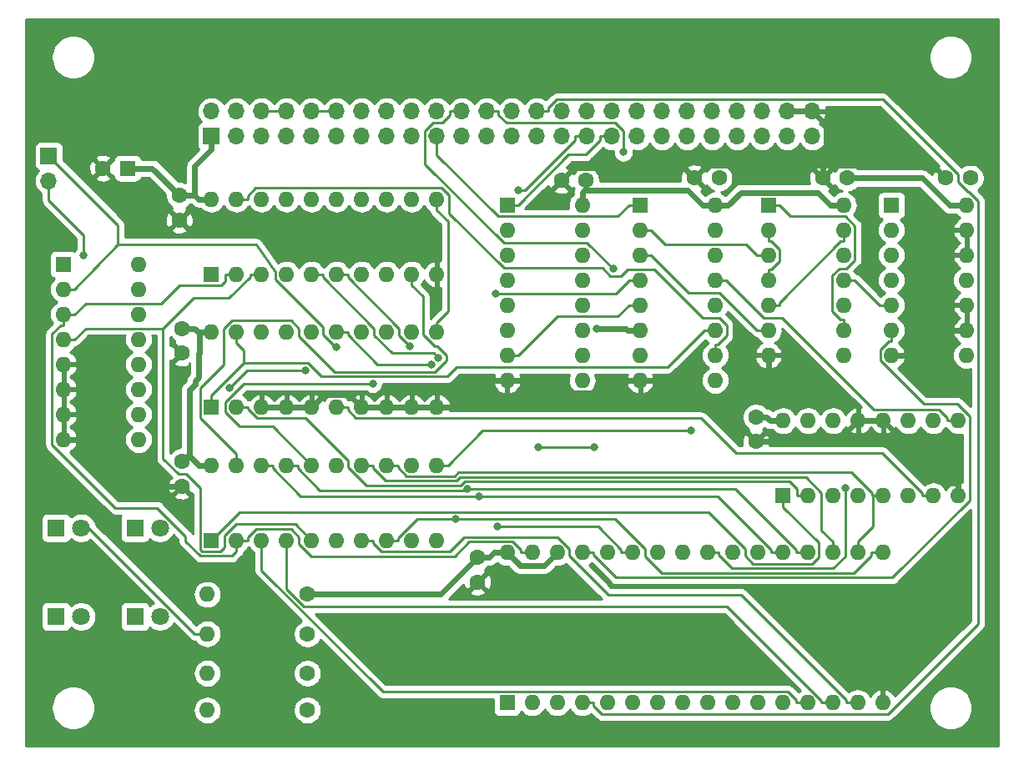
<source format=gtl>
G04 #@! TF.GenerationSoftware,KiCad,Pcbnew,(5.1.4-0-10_14)*
G04 #@! TF.CreationDate,2021-03-12T18:16:50+09:00*
G04 #@! TF.ProjectId,PC8001-MEM,50433830-3031-42d4-9d45-4d2e6b696361,rev?*
G04 #@! TF.SameCoordinates,Original*
G04 #@! TF.FileFunction,Copper,L1,Top*
G04 #@! TF.FilePolarity,Positive*
%FSLAX46Y46*%
G04 Gerber Fmt 4.6, Leading zero omitted, Abs format (unit mm)*
G04 Created by KiCad (PCBNEW (5.1.4-0-10_14)) date 2021-03-12 18:16:50*
%MOMM*%
%LPD*%
G04 APERTURE LIST*
%ADD10O,1.700000X1.700000*%
%ADD11R,1.700000X1.700000*%
%ADD12O,1.600000X1.600000*%
%ADD13R,1.600000X1.600000*%
%ADD14C,1.600000*%
%ADD15C,1.800000*%
%ADD16R,1.800000X1.800000*%
%ADD17C,0.800000*%
%ADD18C,0.600000*%
%ADD19C,0.250000*%
%ADD20C,0.254000*%
G04 APERTURE END LIST*
D10*
X99000000Y-71040000D03*
D11*
X99000000Y-68500000D03*
D12*
X145500000Y-108760000D03*
X183600000Y-124000000D03*
X148040000Y-108760000D03*
X181060000Y-124000000D03*
X150580000Y-108760000D03*
X178520000Y-124000000D03*
X153120000Y-108760000D03*
X175980000Y-124000000D03*
X155660000Y-108760000D03*
X173440000Y-124000000D03*
X158200000Y-108760000D03*
X170900000Y-124000000D03*
X160740000Y-108760000D03*
X168360000Y-124000000D03*
X163280000Y-108760000D03*
X165820000Y-124000000D03*
X165820000Y-108760000D03*
X163280000Y-124000000D03*
X168360000Y-108760000D03*
X160740000Y-124000000D03*
X170900000Y-108760000D03*
X158200000Y-124000000D03*
X173440000Y-108760000D03*
X155660000Y-124000000D03*
X175980000Y-108760000D03*
X153120000Y-124000000D03*
X178520000Y-108760000D03*
X150580000Y-124000000D03*
X181060000Y-108760000D03*
X148040000Y-124000000D03*
X183600000Y-108760000D03*
D13*
X145500000Y-124000000D03*
D12*
X115500000Y-72880000D03*
X138360000Y-80500000D03*
X118040000Y-72880000D03*
X135820000Y-80500000D03*
X120580000Y-72880000D03*
X133280000Y-80500000D03*
X123120000Y-72880000D03*
X130740000Y-80500000D03*
X125660000Y-72880000D03*
X128200000Y-80500000D03*
X128200000Y-72880000D03*
X125660000Y-80500000D03*
X130740000Y-72880000D03*
X123120000Y-80500000D03*
X133280000Y-72880000D03*
X120580000Y-80500000D03*
X135820000Y-72880000D03*
X118040000Y-80500000D03*
X138360000Y-72880000D03*
D13*
X115500000Y-80500000D03*
D12*
X115500000Y-99880000D03*
X138360000Y-107500000D03*
X118040000Y-99880000D03*
X135820000Y-107500000D03*
X120580000Y-99880000D03*
X133280000Y-107500000D03*
X123120000Y-99880000D03*
X130740000Y-107500000D03*
X125660000Y-99880000D03*
X128200000Y-107500000D03*
X128200000Y-99880000D03*
X125660000Y-107500000D03*
X130740000Y-99880000D03*
X123120000Y-107500000D03*
X133280000Y-99880000D03*
X120580000Y-107500000D03*
X135820000Y-99880000D03*
X118040000Y-107500000D03*
X138360000Y-99880000D03*
D13*
X115500000Y-107500000D03*
D12*
X115500000Y-86380000D03*
X138360000Y-94000000D03*
X118040000Y-86380000D03*
X135820000Y-94000000D03*
X120580000Y-86380000D03*
X133280000Y-94000000D03*
X123120000Y-86380000D03*
X130740000Y-94000000D03*
X125660000Y-86380000D03*
X128200000Y-94000000D03*
X128200000Y-86380000D03*
X125660000Y-94000000D03*
X130740000Y-86380000D03*
X123120000Y-94000000D03*
X133280000Y-86380000D03*
X120580000Y-94000000D03*
X135820000Y-86380000D03*
X118040000Y-94000000D03*
X138360000Y-86380000D03*
D13*
X115500000Y-94000000D03*
D12*
X192120000Y-73500000D03*
X184500000Y-88740000D03*
X192120000Y-76040000D03*
X184500000Y-86200000D03*
X192120000Y-78580000D03*
X184500000Y-83660000D03*
X192120000Y-81120000D03*
X184500000Y-81120000D03*
X192120000Y-83660000D03*
X184500000Y-78580000D03*
X192120000Y-86200000D03*
X184500000Y-76040000D03*
X192120000Y-88740000D03*
D13*
X184500000Y-73500000D03*
D12*
X173500000Y-95380000D03*
X191280000Y-103000000D03*
X176040000Y-95380000D03*
X188740000Y-103000000D03*
X178580000Y-95380000D03*
X186200000Y-103000000D03*
X181120000Y-95380000D03*
X183660000Y-103000000D03*
X183660000Y-95380000D03*
X181120000Y-103000000D03*
X186200000Y-95380000D03*
X178580000Y-103000000D03*
X188740000Y-95380000D03*
X176040000Y-103000000D03*
X191280000Y-95380000D03*
D13*
X173500000Y-103000000D03*
D12*
X166620000Y-73500000D03*
X159000000Y-91280000D03*
X166620000Y-76040000D03*
X159000000Y-88740000D03*
X166620000Y-78580000D03*
X159000000Y-86200000D03*
X166620000Y-81120000D03*
X159000000Y-83660000D03*
X166620000Y-83660000D03*
X159000000Y-81120000D03*
X166620000Y-86200000D03*
X159000000Y-78580000D03*
X166620000Y-88740000D03*
X159000000Y-76040000D03*
X166620000Y-91280000D03*
D13*
X159000000Y-73500000D03*
D12*
X108120000Y-79500000D03*
X100500000Y-97280000D03*
X108120000Y-82040000D03*
X100500000Y-94740000D03*
X108120000Y-84580000D03*
X100500000Y-92200000D03*
X108120000Y-87120000D03*
X100500000Y-89660000D03*
X108120000Y-89660000D03*
X100500000Y-87120000D03*
X108120000Y-92200000D03*
X100500000Y-84580000D03*
X108120000Y-94740000D03*
X100500000Y-82040000D03*
X108120000Y-97280000D03*
D13*
X100500000Y-79500000D03*
D12*
X153120000Y-73500000D03*
X145500000Y-91280000D03*
X153120000Y-76040000D03*
X145500000Y-88740000D03*
X153120000Y-78580000D03*
X145500000Y-86200000D03*
X153120000Y-81120000D03*
X145500000Y-83660000D03*
X153120000Y-83660000D03*
X145500000Y-81120000D03*
X153120000Y-86200000D03*
X145500000Y-78580000D03*
X153120000Y-88740000D03*
X145500000Y-76040000D03*
X153120000Y-91280000D03*
D13*
X145500000Y-73500000D03*
D12*
X179620000Y-73500000D03*
X172000000Y-88740000D03*
X179620000Y-76040000D03*
X172000000Y-86200000D03*
X179620000Y-78580000D03*
X172000000Y-83660000D03*
X179620000Y-81120000D03*
X172000000Y-81120000D03*
X179620000Y-83660000D03*
X172000000Y-78580000D03*
X179620000Y-86200000D03*
X172000000Y-76040000D03*
X179620000Y-88740000D03*
D13*
X172000000Y-73500000D03*
D12*
X115090000Y-124750000D03*
D14*
X125250000Y-124750000D03*
D12*
X115090000Y-121000000D03*
D14*
X125250000Y-121000000D03*
D12*
X115090000Y-117000000D03*
D14*
X125250000Y-117000000D03*
D12*
X115090000Y-113000000D03*
D14*
X125250000Y-113000000D03*
D10*
X176460000Y-63960000D03*
X176460000Y-66500000D03*
X173920000Y-63960000D03*
X173920000Y-66500000D03*
X171380000Y-63960000D03*
X171380000Y-66500000D03*
X168840000Y-63960000D03*
X168840000Y-66500000D03*
X166300000Y-63960000D03*
X166300000Y-66500000D03*
X163760000Y-63960000D03*
X163760000Y-66500000D03*
X161220000Y-63960000D03*
X161220000Y-66500000D03*
X158680000Y-63960000D03*
X158680000Y-66500000D03*
X156140000Y-63960000D03*
X156140000Y-66500000D03*
X153600000Y-63960000D03*
X153600000Y-66500000D03*
X151060000Y-63960000D03*
X151060000Y-66500000D03*
X148520000Y-63960000D03*
X148520000Y-66500000D03*
X145980000Y-63960000D03*
X145980000Y-66500000D03*
X143440000Y-63960000D03*
X143440000Y-66500000D03*
X140900000Y-63960000D03*
X140900000Y-66500000D03*
X138360000Y-63960000D03*
X138360000Y-66500000D03*
X135820000Y-63960000D03*
X135820000Y-66500000D03*
X133280000Y-63960000D03*
X133280000Y-66500000D03*
X130740000Y-63960000D03*
X130740000Y-66500000D03*
X128200000Y-63960000D03*
X128200000Y-66500000D03*
X125660000Y-63960000D03*
X125660000Y-66500000D03*
X123120000Y-63960000D03*
X123120000Y-66500000D03*
X120580000Y-63960000D03*
X120580000Y-66500000D03*
X118040000Y-63960000D03*
X118040000Y-66500000D03*
X115500000Y-63960000D03*
D11*
X115500000Y-66500000D03*
D15*
X102290000Y-106250000D03*
D16*
X99750000Y-106250000D03*
D15*
X102290000Y-115250000D03*
D16*
X99750000Y-115250000D03*
D15*
X110290000Y-115250000D03*
D16*
X107750000Y-115250000D03*
D15*
X110290000Y-106250000D03*
D16*
X107750000Y-106250000D03*
D14*
X192500000Y-70750000D03*
X190000000Y-70750000D03*
X104500000Y-69750000D03*
D13*
X107000000Y-69750000D03*
D14*
X180000000Y-70750000D03*
X177500000Y-70750000D03*
X142500000Y-109250000D03*
X142500000Y-111750000D03*
X112250000Y-72500000D03*
X112250000Y-75000000D03*
X112500000Y-99500000D03*
X112500000Y-102000000D03*
X112500000Y-86000000D03*
X112500000Y-88500000D03*
X170750000Y-95000000D03*
X170750000Y-97500000D03*
X167000000Y-70750000D03*
X164500000Y-70750000D03*
X153500000Y-71000000D03*
X151000000Y-71000000D03*
D17*
X154571800Y-86047200D03*
X134500000Y-118000000D03*
X146625300Y-71948000D03*
X154346900Y-98017900D03*
X148702000Y-98017800D03*
X157294700Y-68123500D03*
X144353600Y-82442300D03*
X156249500Y-79951300D03*
X144515200Y-106142000D03*
X142686200Y-103016900D03*
X141507400Y-102287200D03*
X140276300Y-105374900D03*
X137811900Y-89686300D03*
X117333200Y-92039500D03*
X125013300Y-90273900D03*
X128200000Y-87939200D03*
X102562650Y-78562650D03*
X164172000Y-96358500D03*
X179790000Y-102204100D03*
X138540700Y-88961800D03*
X131865400Y-91604100D03*
X135596000Y-87800000D03*
D18*
X114317400Y-86380000D02*
X114317400Y-88521600D01*
X114317400Y-88521600D02*
X114246900Y-88592100D01*
X114246900Y-88592100D02*
X114246900Y-90961100D01*
X114246900Y-90961100D02*
X113834600Y-91373400D01*
X113834600Y-91373400D02*
X113834600Y-91700200D01*
X113834600Y-91700200D02*
X113296100Y-92238700D01*
X113296100Y-92238700D02*
X113296100Y-98703900D01*
X113296100Y-98703900D02*
X113159900Y-98840100D01*
X150580000Y-108760000D02*
X149248100Y-110091900D01*
X149248100Y-110091900D02*
X146831900Y-110091900D01*
X146831900Y-110091900D02*
X145500000Y-108760000D01*
X142500000Y-109250000D02*
X143709700Y-109250000D01*
X143709700Y-109250000D02*
X144199700Y-108760000D01*
X125250000Y-113000000D02*
X138750000Y-113000000D01*
X138750000Y-113000000D02*
X142500000Y-109250000D01*
X145500000Y-108760000D02*
X144199700Y-108760000D01*
X153500000Y-72009700D02*
X163829400Y-72009700D01*
X163829400Y-72009700D02*
X165319700Y-73500000D01*
X153120000Y-72199700D02*
X153310000Y-72009700D01*
X153310000Y-72009700D02*
X153500000Y-72009700D01*
X153500000Y-72009700D02*
X153500000Y-71000000D01*
X166620000Y-73500000D02*
X165319700Y-73500000D01*
X153120000Y-73500000D02*
X153120000Y-72199700D01*
X166620000Y-73500000D02*
X167920300Y-73500000D01*
X167920300Y-73500000D02*
X169220600Y-72199700D01*
X169220600Y-72199700D02*
X177019400Y-72199700D01*
X177019400Y-72199700D02*
X178319700Y-73500000D01*
X179620000Y-73500000D02*
X178319700Y-73500000D01*
X159000000Y-86200000D02*
X157699700Y-86200000D01*
X154571800Y-86047200D02*
X157546900Y-86047200D01*
X157546900Y-86047200D02*
X157699700Y-86200000D01*
X115500000Y-66500000D02*
X115500000Y-67850300D01*
X113819700Y-72500000D02*
X114199700Y-72880000D01*
X112250000Y-72500000D02*
X113819700Y-72500000D01*
X113819700Y-72500000D02*
X113819700Y-69530600D01*
X113819700Y-69530600D02*
X115500000Y-67850300D01*
X112500000Y-99500000D02*
X113159900Y-98840100D01*
X113159900Y-98840100D02*
X114199700Y-99880000D01*
X115500000Y-99880000D02*
X114199700Y-99880000D01*
X114317400Y-86380000D02*
X114199700Y-86380000D01*
X115500000Y-86380000D02*
X114317400Y-86380000D01*
X180000000Y-70750000D02*
X187630900Y-70750000D01*
X187630900Y-70750000D02*
X190380900Y-73500000D01*
X190380900Y-73500000D02*
X192120000Y-73500000D01*
X107000000Y-69750000D02*
X109500000Y-69750000D01*
X109500000Y-69750000D02*
X112250000Y-72500000D01*
X115500000Y-72880000D02*
X114199700Y-72880000D01*
X112500000Y-86000000D02*
X113819700Y-86000000D01*
X113819700Y-86000000D02*
X114199700Y-86380000D01*
X173500000Y-95380000D02*
X172199700Y-95380000D01*
X170750000Y-95000000D02*
X171819700Y-95000000D01*
X171819700Y-95000000D02*
X172199700Y-95380000D01*
X125660000Y-94000000D02*
X126970500Y-92689500D01*
X126970500Y-92689500D02*
X129429500Y-92689500D01*
X129429500Y-92689500D02*
X130740000Y-94000000D01*
X125660000Y-94000000D02*
X123120000Y-94000000D01*
X164500000Y-70750000D02*
X163433400Y-69683400D01*
X163433400Y-69683400D02*
X152316600Y-69683400D01*
X152316600Y-69683400D02*
X151000000Y-71000000D01*
X177500000Y-69446800D02*
X165803200Y-69446800D01*
X165803200Y-69446800D02*
X164500000Y-70750000D01*
X130740000Y-94000000D02*
X131979700Y-94000000D01*
X133280000Y-94000000D02*
X131979700Y-94000000D01*
X157699700Y-91280000D02*
X156399400Y-92580300D01*
X156399400Y-92580300D02*
X148100600Y-92580300D01*
X148100600Y-92580300D02*
X146800300Y-91280000D01*
X177865500Y-69446800D02*
X177500000Y-69446800D01*
X190000000Y-70750000D02*
X188696800Y-69446800D01*
X188696800Y-69446800D02*
X177865500Y-69446800D01*
X177865500Y-69446800D02*
X177865500Y-65365500D01*
X177865500Y-65365500D02*
X176460000Y-63960000D01*
X177500000Y-70750000D02*
X177500000Y-69446800D01*
X176460000Y-63960000D02*
X175270300Y-63960000D01*
X173920000Y-63960000D02*
X175270300Y-63960000D01*
X168191800Y-93848500D02*
X172000000Y-90040300D01*
X170750000Y-97500000D02*
X168191800Y-94941800D01*
X168191800Y-94941800D02*
X168191800Y-93848500D01*
X168191800Y-93848500D02*
X162868800Y-93848500D01*
X162868800Y-93848500D02*
X160300300Y-91280000D01*
X172000000Y-88740000D02*
X172000000Y-90040300D01*
X181120000Y-95380000D02*
X182359700Y-95380000D01*
X170750000Y-97500000D02*
X179000000Y-97500000D01*
X179000000Y-97500000D02*
X181120000Y-95380000D01*
X183660000Y-95380000D02*
X182359700Y-95380000D01*
X145500000Y-91280000D02*
X144199700Y-91280000D01*
X138360000Y-94000000D02*
X141479700Y-94000000D01*
X141479700Y-94000000D02*
X144199700Y-91280000D01*
X135820000Y-94000000D02*
X138360000Y-94000000D01*
X159000000Y-91280000D02*
X160300300Y-91280000D01*
X135820000Y-94000000D02*
X133280000Y-94000000D01*
X120580000Y-94000000D02*
X123120000Y-94000000D01*
X184500000Y-88740000D02*
X185800300Y-88740000D01*
X192120000Y-86200000D02*
X188340300Y-86200000D01*
X188340300Y-86200000D02*
X185800300Y-88740000D01*
X191280000Y-103000000D02*
X191280000Y-101699700D01*
X191280000Y-101699700D02*
X189979700Y-101699700D01*
X189979700Y-101699700D02*
X183660000Y-95380000D01*
X145500000Y-91280000D02*
X146800300Y-91280000D01*
X159000000Y-91280000D02*
X157699700Y-91280000D01*
X100500000Y-97280000D02*
X101800300Y-97280000D01*
X101800300Y-97280000D02*
X106520300Y-102000000D01*
X106520300Y-102000000D02*
X112500000Y-102000000D01*
D19*
X102290000Y-106250000D02*
X103067000Y-106250000D01*
X103067000Y-106250000D02*
X113817000Y-117000000D01*
X113817000Y-117000000D02*
X113964700Y-117000000D01*
X115090000Y-117000000D02*
X113964700Y-117000000D01*
X172000000Y-81120000D02*
X172000000Y-79994700D01*
X172000000Y-76040000D02*
X172000000Y-77165300D01*
X172000000Y-77165300D02*
X172281300Y-77165300D01*
X172281300Y-77165300D02*
X173125300Y-78009300D01*
X173125300Y-78009300D02*
X173125300Y-79150800D01*
X173125300Y-79150800D02*
X172281400Y-79994700D01*
X172281400Y-79994700D02*
X172000000Y-79994700D01*
X179620000Y-76040000D02*
X179620000Y-77165300D01*
X172000000Y-83660000D02*
X173125300Y-83660000D01*
X173125300Y-83660000D02*
X173125300Y-83378700D01*
X173125300Y-83378700D02*
X179338700Y-77165300D01*
X179338700Y-77165300D02*
X179620000Y-77165300D01*
X173500000Y-104125300D02*
X177115600Y-107740900D01*
X177115600Y-107740900D02*
X177115600Y-109228900D01*
X177115600Y-109228900D02*
X176439900Y-109904600D01*
X176439900Y-109904600D02*
X170432500Y-109904600D01*
X170432500Y-109904600D02*
X169630000Y-109102100D01*
X169630000Y-109102100D02*
X169630000Y-108368400D01*
X169630000Y-108368400D02*
X165905700Y-104644100D01*
X165905700Y-104644100D02*
X118355900Y-104644100D01*
X118355900Y-104644100D02*
X115500000Y-107500000D01*
X173500000Y-103000000D02*
X173500000Y-104125300D01*
X172000000Y-73500000D02*
X173125300Y-73500000D01*
X179620000Y-86200000D02*
X179620000Y-85074700D01*
X179620000Y-85074700D02*
X179338700Y-85074700D01*
X179338700Y-85074700D02*
X178494600Y-84230600D01*
X178494600Y-84230600D02*
X178494600Y-80647900D01*
X178494600Y-80647900D02*
X179218600Y-79923900D01*
X179218600Y-79923900D02*
X179908600Y-79923900D01*
X179908600Y-79923900D02*
X180775100Y-79057400D01*
X180775100Y-79057400D02*
X180775100Y-75596400D01*
X180775100Y-75596400D02*
X179804000Y-74625300D01*
X179804000Y-74625300D02*
X174250600Y-74625300D01*
X174250600Y-74625300D02*
X173125300Y-73500000D01*
X146062700Y-73500000D02*
X146604400Y-73500000D01*
X146604400Y-73500000D02*
X151738100Y-68366300D01*
X151738100Y-68366300D02*
X153465800Y-68366300D01*
X153465800Y-68366300D02*
X154964700Y-66867400D01*
X154964700Y-66867400D02*
X154964700Y-66500000D01*
X145500000Y-73500000D02*
X146062700Y-73500000D01*
X156140000Y-66500000D02*
X154964700Y-66500000D01*
X152424700Y-66500000D02*
X152424700Y-66867400D01*
X152424700Y-66867400D02*
X147344100Y-71948000D01*
X147344100Y-71948000D02*
X146625300Y-71948000D01*
X153600000Y-66500000D02*
X152424700Y-66500000D01*
X153120000Y-124000000D02*
X154245300Y-124000000D01*
X148520000Y-63960000D02*
X149695300Y-63960000D01*
X149695300Y-63960000D02*
X149695300Y-63592700D01*
X149695300Y-63592700D02*
X150530900Y-62757100D01*
X150530900Y-62757100D02*
X183611500Y-62757100D01*
X183611500Y-62757100D02*
X191250000Y-70395600D01*
X191250000Y-70395600D02*
X191250000Y-71153000D01*
X191250000Y-71153000D02*
X192274500Y-72177500D01*
X192274500Y-72177500D02*
X192396000Y-72177500D01*
X192396000Y-72177500D02*
X193265600Y-73047100D01*
X193265600Y-73047100D02*
X193265600Y-115995300D01*
X193265600Y-115995300D02*
X184129700Y-125131200D01*
X184129700Y-125131200D02*
X155095200Y-125131200D01*
X155095200Y-125131200D02*
X154245300Y-124281300D01*
X154245300Y-124281300D02*
X154245300Y-124000000D01*
X154346900Y-98017900D02*
X154346900Y-98017800D01*
X154346900Y-98017800D02*
X148702000Y-98017800D01*
X144615300Y-63960000D02*
X144615300Y-64327400D01*
X144615300Y-64327400D02*
X145423200Y-65135300D01*
X145423200Y-65135300D02*
X156446300Y-65135300D01*
X156446300Y-65135300D02*
X157315400Y-66004400D01*
X157315400Y-66004400D02*
X157315400Y-68102800D01*
X157315400Y-68102800D02*
X157294700Y-68123500D01*
X143440000Y-63960000D02*
X144615300Y-63960000D01*
X144353600Y-82442300D02*
X156552400Y-82442300D01*
X156552400Y-82442300D02*
X157874700Y-81120000D01*
X159000000Y-81120000D02*
X157874700Y-81120000D01*
X139724700Y-63960000D02*
X139724700Y-64327400D01*
X139724700Y-64327400D02*
X138916800Y-65135300D01*
X138916800Y-65135300D02*
X138023700Y-65135300D01*
X138023700Y-65135300D02*
X137184600Y-65974400D01*
X137184600Y-65974400D02*
X137184600Y-69328500D01*
X137184600Y-69328500D02*
X145166100Y-77310000D01*
X145166100Y-77310000D02*
X153608200Y-77310000D01*
X153608200Y-77310000D02*
X156249500Y-79951300D01*
X140900000Y-63960000D02*
X139724700Y-63960000D01*
X158200000Y-108760000D02*
X157074700Y-108760000D01*
X144515200Y-106142000D02*
X154738000Y-106142000D01*
X154738000Y-106142000D02*
X157074700Y-108478700D01*
X157074700Y-108478700D02*
X157074700Y-108760000D01*
X157874700Y-73500000D02*
X156749400Y-74625300D01*
X156749400Y-74625300D02*
X144563400Y-74625300D01*
X144563400Y-74625300D02*
X138360000Y-68421900D01*
X138360000Y-68421900D02*
X138360000Y-66500000D01*
X159000000Y-73500000D02*
X157874700Y-73500000D01*
X121705300Y-99880000D02*
X121705300Y-100161300D01*
X121705300Y-100161300D02*
X124560900Y-103016900D01*
X124560900Y-103016900D02*
X142686200Y-103016900D01*
X120580000Y-99880000D02*
X121705300Y-99880000D01*
X142686200Y-103016900D02*
X166852900Y-103016900D01*
X166852900Y-103016900D02*
X172314700Y-108478700D01*
X172314700Y-108478700D02*
X172314700Y-108760000D01*
X173440000Y-108760000D02*
X172314700Y-108760000D01*
X138360000Y-86346700D02*
X138360000Y-86380000D01*
X138360000Y-86346700D02*
X138360000Y-85423600D01*
X138360000Y-85423600D02*
X139485300Y-84298300D01*
X139485300Y-84298300D02*
X139485300Y-75130600D01*
X139485300Y-75130600D02*
X138360000Y-74005300D01*
X138360000Y-72880000D02*
X138360000Y-74005300D01*
X175980000Y-108760000D02*
X174854700Y-108760000D01*
X141507400Y-102287200D02*
X168663200Y-102287200D01*
X168663200Y-102287200D02*
X174854700Y-108478700D01*
X174854700Y-108478700D02*
X174854700Y-108760000D01*
X124245300Y-99880000D02*
X124245300Y-100161300D01*
X124245300Y-100161300D02*
X126525900Y-102441900D01*
X126525900Y-102441900D02*
X141352700Y-102441900D01*
X141352700Y-102441900D02*
X141507400Y-102287200D01*
X123120000Y-99880000D02*
X124245300Y-99880000D01*
X178520000Y-107634700D02*
X177394700Y-106509400D01*
X177394700Y-106509400D02*
X177394700Y-102695800D01*
X177394700Y-102695800D02*
X175808300Y-101109400D01*
X175808300Y-101109400D02*
X140704300Y-101109400D01*
X140704300Y-101109400D02*
X140336200Y-101477500D01*
X140336200Y-101477500D02*
X133181400Y-101477500D01*
X133181400Y-101477500D02*
X131865300Y-100161400D01*
X131865300Y-100161400D02*
X131865300Y-99880000D01*
X178520000Y-108760000D02*
X178520000Y-107634700D01*
X130740000Y-99880000D02*
X131865300Y-99880000D01*
X125660000Y-63960000D02*
X128200000Y-63960000D01*
X120580000Y-63960000D02*
X123120000Y-63960000D01*
X134405300Y-99880000D02*
X134405300Y-100088100D01*
X134405300Y-100088100D02*
X135333000Y-101015800D01*
X135333000Y-101015800D02*
X140160900Y-101015800D01*
X140160900Y-101015800D02*
X140563300Y-100613400D01*
X140563300Y-100613400D02*
X180429400Y-100613400D01*
X180429400Y-100613400D02*
X182534700Y-102718700D01*
X182534700Y-102718700D02*
X182534700Y-102929100D01*
X182534700Y-102929100D02*
X182534800Y-102929100D01*
X182534800Y-102929100D02*
X182605700Y-103000000D01*
X181060000Y-108760000D02*
X181060000Y-107634700D01*
X182605700Y-103000000D02*
X182605700Y-106089000D01*
X182605700Y-106089000D02*
X181060000Y-107634700D01*
X183660000Y-103000000D02*
X182605700Y-103000000D01*
X133280000Y-99880000D02*
X134405300Y-99880000D01*
X182474700Y-108760000D02*
X182474700Y-109041300D01*
X182474700Y-109041300D02*
X180675700Y-110840300D01*
X180675700Y-110840300D02*
X161159500Y-110840300D01*
X161159500Y-110840300D02*
X159470000Y-109150800D01*
X159470000Y-109150800D02*
X159470000Y-108416100D01*
X159470000Y-108416100D02*
X156428800Y-105374900D01*
X156428800Y-105374900D02*
X140276300Y-105374900D01*
X128200000Y-86380000D02*
X129325300Y-86380000D01*
X140276300Y-105374900D02*
X136353500Y-105374900D01*
X136353500Y-105374900D02*
X134405300Y-107323100D01*
X134405300Y-107323100D02*
X134405300Y-107500000D01*
X129325300Y-86380000D02*
X129325300Y-86661300D01*
X129325300Y-86661300D02*
X132350300Y-89686300D01*
X132350300Y-89686300D02*
X137811900Y-89686300D01*
X183600000Y-108760000D02*
X182474700Y-108760000D01*
X133280000Y-107500000D02*
X134405300Y-107500000D01*
X181060000Y-124000000D02*
X179934700Y-124000000D01*
X130740000Y-107500000D02*
X131865300Y-107500000D01*
X131865300Y-107500000D02*
X131865300Y-107781300D01*
X131865300Y-107781300D02*
X132719400Y-108635400D01*
X132719400Y-108635400D02*
X139696600Y-108635400D01*
X139696600Y-108635400D02*
X141149800Y-107182200D01*
X141149800Y-107182200D02*
X150598600Y-107182200D01*
X150598600Y-107182200D02*
X151771700Y-108355300D01*
X151771700Y-108355300D02*
X151771700Y-109082800D01*
X151771700Y-109082800D02*
X155749000Y-113060100D01*
X155749000Y-113060100D02*
X169276100Y-113060100D01*
X169276100Y-113060100D02*
X179934700Y-123718700D01*
X179934700Y-123718700D02*
X179934700Y-124000000D01*
X177394700Y-124000000D02*
X177394700Y-123795700D01*
X177394700Y-123795700D02*
X167822200Y-114223200D01*
X167822200Y-114223200D02*
X124879800Y-114223200D01*
X124879800Y-114223200D02*
X123120000Y-112463400D01*
X123120000Y-112463400D02*
X123120000Y-107500000D01*
X125013300Y-90273900D02*
X119098800Y-90273900D01*
X119098800Y-90273900D02*
X117333200Y-92039500D01*
X178520000Y-124000000D02*
X177394700Y-124000000D01*
X175980000Y-124000000D02*
X174854700Y-124000000D01*
X120580000Y-107500000D02*
X120580000Y-110560300D01*
X120580000Y-110560300D02*
X132894400Y-122874700D01*
X132894400Y-122874700D02*
X174010800Y-122874700D01*
X174010800Y-122874700D02*
X174854700Y-123718600D01*
X174854700Y-123718600D02*
X174854700Y-124000000D01*
X159000000Y-78580000D02*
X160125300Y-78580000D01*
X172000000Y-86200000D02*
X170874700Y-86200000D01*
X160125300Y-78580000D02*
X163935300Y-82390000D01*
X163935300Y-82390000D02*
X167064700Y-82390000D01*
X167064700Y-82390000D02*
X170874700Y-86200000D01*
X179620000Y-81120000D02*
X180745300Y-81120000D01*
X180745300Y-81120000D02*
X183285300Y-83660000D01*
X183285300Y-83660000D02*
X184500000Y-83660000D01*
X172000000Y-78580000D02*
X170874700Y-78580000D01*
X159000000Y-76040000D02*
X160125300Y-76040000D01*
X160125300Y-76040000D02*
X161540000Y-77454700D01*
X161540000Y-77454700D02*
X169749400Y-77454700D01*
X169749400Y-77454700D02*
X170874700Y-78580000D01*
X159000000Y-83660000D02*
X157874700Y-83660000D01*
X145500000Y-88740000D02*
X146625300Y-88740000D01*
X146625300Y-88740000D02*
X150580000Y-84785300D01*
X150580000Y-84785300D02*
X156749400Y-84785300D01*
X156749400Y-84785300D02*
X157874700Y-83660000D01*
X110609400Y-85994600D02*
X113667300Y-82936700D01*
X113667300Y-82936700D02*
X117299300Y-82936700D01*
X117299300Y-82936700D02*
X119454700Y-80781300D01*
X119454700Y-80781300D02*
X119454700Y-80500000D01*
X101625300Y-87120000D02*
X102750700Y-85994600D01*
X102750700Y-85994600D02*
X110609400Y-85994600D01*
X110609400Y-85994600D02*
X110609400Y-99218400D01*
X110609400Y-99218400D02*
X112141000Y-100750000D01*
X112141000Y-100750000D02*
X112909100Y-100750000D01*
X112909100Y-100750000D02*
X114374700Y-102215600D01*
X114374700Y-102215600D02*
X114374700Y-108434800D01*
X114374700Y-108434800D02*
X114565200Y-108625300D01*
X114565200Y-108625300D02*
X116434800Y-108625300D01*
X116434800Y-108625300D02*
X116850600Y-108209500D01*
X116850600Y-108209500D02*
X116850600Y-107028800D01*
X116850600Y-107028800D02*
X118000200Y-105879200D01*
X118000200Y-105879200D02*
X124039200Y-105879200D01*
X124039200Y-105879200D02*
X125660000Y-107500000D01*
X120580000Y-80500000D02*
X119454700Y-80500000D01*
X100500000Y-87120000D02*
X101625300Y-87120000D01*
X119165300Y-107500000D02*
X119165300Y-107218700D01*
X119165300Y-107218700D02*
X120018500Y-106365500D01*
X120018500Y-106365500D02*
X123578600Y-106365500D01*
X123578600Y-106365500D02*
X124390000Y-107176900D01*
X124390000Y-107176900D02*
X124390000Y-107865000D01*
X124390000Y-107865000D02*
X125642700Y-109117700D01*
X125642700Y-109117700D02*
X140169400Y-109117700D01*
X140169400Y-109117700D02*
X141652400Y-107634700D01*
X141652400Y-107634700D02*
X146070800Y-107634700D01*
X146070800Y-107634700D02*
X146914700Y-108478600D01*
X146914700Y-108478600D02*
X146914700Y-108760000D01*
X100500000Y-84580000D02*
X100500000Y-85705300D01*
X100500000Y-85705300D02*
X100218700Y-85705300D01*
X100218700Y-85705300D02*
X99342900Y-86581100D01*
X99342900Y-86581100D02*
X99342900Y-97797800D01*
X99342900Y-97797800D02*
X105760000Y-104214900D01*
X105760000Y-104214900D02*
X109995800Y-104214900D01*
X109995800Y-104214900D02*
X112881100Y-107100200D01*
X112881100Y-107100200D02*
X112881100Y-107594200D01*
X112881100Y-107594200D02*
X114380700Y-109093800D01*
X114380700Y-109093800D02*
X117571500Y-109093800D01*
X117571500Y-109093800D02*
X118040000Y-108625300D01*
X101062700Y-84580000D02*
X100500000Y-84580000D01*
X118040000Y-107500000D02*
X118040000Y-108625300D01*
X118040000Y-107500000D02*
X119165300Y-107500000D01*
X148040000Y-108760000D02*
X146914700Y-108760000D01*
X101062700Y-84580000D02*
X101625300Y-84580000D01*
X118040000Y-80500000D02*
X116914700Y-80500000D01*
X101625300Y-84580000D02*
X102750600Y-83454700D01*
X102750600Y-83454700D02*
X110433100Y-83454700D01*
X110433100Y-83454700D02*
X112262500Y-81625300D01*
X112262500Y-81625300D02*
X116492800Y-81625300D01*
X116492800Y-81625300D02*
X116914700Y-81203400D01*
X116914700Y-81203400D02*
X116914700Y-80500000D01*
X188740000Y-103000000D02*
X187614700Y-103000000D01*
X128200000Y-94000000D02*
X129325300Y-94000000D01*
X129325300Y-94000000D02*
X129325300Y-94281400D01*
X129325300Y-94281400D02*
X130169200Y-95125300D01*
X130169200Y-95125300D02*
X165202300Y-95125300D01*
X165202300Y-95125300D02*
X168719800Y-98642800D01*
X168719800Y-98642800D02*
X183538800Y-98642800D01*
X183538800Y-98642800D02*
X187614700Y-102718700D01*
X187614700Y-102718700D02*
X187614700Y-103000000D01*
X128105800Y-87939200D02*
X128200000Y-87939200D01*
X126800000Y-86633400D02*
X128105800Y-87939200D01*
X126800000Y-85824500D02*
X126800000Y-86633400D01*
X121994600Y-81019100D02*
X126800000Y-85824500D01*
X121994600Y-80292500D02*
X121994600Y-81019100D01*
X120028100Y-77500000D02*
X121994600Y-80292500D01*
X106000000Y-77500000D02*
X106000000Y-77500000D01*
X101625300Y-82040000D02*
X106000000Y-77500000D01*
X100500000Y-82040000D02*
X101625300Y-82040000D01*
X106000000Y-77500000D02*
X120028100Y-77500000D01*
X106000000Y-77500000D02*
X106000000Y-75500000D01*
X106000000Y-75500000D02*
X101000000Y-70500000D01*
X101000000Y-70500000D02*
X99000000Y-68500000D01*
X174914700Y-103000000D02*
X174914700Y-102296600D01*
X174914700Y-102296600D02*
X174180000Y-101561900D01*
X174180000Y-101561900D02*
X141207000Y-101561900D01*
X141207000Y-101561900D02*
X140826000Y-101942900D01*
X140826000Y-101942900D02*
X131201600Y-101942900D01*
X131201600Y-101942900D02*
X129325400Y-100066700D01*
X129325400Y-100066700D02*
X129325400Y-99388600D01*
X129325400Y-99388600D02*
X125062100Y-95125300D01*
X125062100Y-95125300D02*
X120101600Y-95125300D01*
X120101600Y-95125300D02*
X119165300Y-94189000D01*
X119165300Y-94189000D02*
X119165300Y-94000000D01*
X176040000Y-103000000D02*
X174914700Y-103000000D01*
X118040000Y-94000000D02*
X119165300Y-94000000D01*
X102562650Y-78562650D02*
X102562650Y-76562650D01*
X99000000Y-73000000D02*
X99000000Y-71040000D01*
X102562650Y-76562650D02*
X99000000Y-73000000D01*
X191280000Y-95380000D02*
X190154700Y-95380000D01*
X166620000Y-81120000D02*
X167745300Y-81120000D01*
X167745300Y-81120000D02*
X171555300Y-84930000D01*
X171555300Y-84930000D02*
X173408200Y-84930000D01*
X173408200Y-84930000D02*
X182732900Y-94254700D01*
X182732900Y-94254700D02*
X189310800Y-94254700D01*
X189310800Y-94254700D02*
X190154700Y-95098600D01*
X190154700Y-95098600D02*
X190154700Y-95380000D01*
X138360000Y-99880000D02*
X139485300Y-99880000D01*
X164172000Y-96358500D02*
X143006800Y-96358500D01*
X143006800Y-96358500D02*
X139485300Y-99880000D01*
X118795900Y-89503100D02*
X125268300Y-89503100D01*
X125268300Y-89503100D02*
X126627100Y-90861900D01*
X126627100Y-90861900D02*
X139470100Y-90861900D01*
X139470100Y-90861900D02*
X140410600Y-89921400D01*
X140410600Y-89921400D02*
X161773300Y-89921400D01*
X161773300Y-89921400D02*
X165494700Y-86200000D01*
X118040000Y-86380000D02*
X118040000Y-87505300D01*
X118795900Y-89503100D02*
X115500000Y-92799000D01*
X115500000Y-92799000D02*
X115500000Y-92874700D01*
X118795900Y-89503100D02*
X118795900Y-88261200D01*
X118795900Y-88261200D02*
X118040000Y-87505300D01*
X166620000Y-86200000D02*
X165494700Y-86200000D01*
X115500000Y-94000000D02*
X115500000Y-92874700D01*
X119165300Y-72880000D02*
X119165300Y-72598600D01*
X119165300Y-72598600D02*
X120009200Y-71754700D01*
X120009200Y-71754700D02*
X138862200Y-71754700D01*
X138862200Y-71754700D02*
X139636600Y-72529100D01*
X139636600Y-72529100D02*
X139636600Y-74339700D01*
X139636600Y-74339700D02*
X145172500Y-79875600D01*
X145172500Y-79875600D02*
X155148100Y-79875600D01*
X155148100Y-79875600D02*
X155949100Y-80676600D01*
X155949100Y-80676600D02*
X157023800Y-80676600D01*
X157023800Y-80676600D02*
X157707600Y-79992800D01*
X157707600Y-79992800D02*
X160408100Y-79992800D01*
X160408100Y-79992800D02*
X165345300Y-84930000D01*
X165345300Y-84930000D02*
X167007900Y-84930000D01*
X167007900Y-84930000D02*
X167763300Y-85685400D01*
X167763300Y-85685400D02*
X167763300Y-86752700D01*
X167763300Y-86752700D02*
X166901300Y-87614700D01*
X166901300Y-87614700D02*
X166620000Y-87614700D01*
X118040000Y-72880000D02*
X119165300Y-72880000D01*
X166620000Y-88740000D02*
X166620000Y-87614700D01*
X153120000Y-108760000D02*
X154245300Y-108760000D01*
X184500000Y-86200000D02*
X184500000Y-87325300D01*
X184500000Y-87325300D02*
X184218700Y-87325300D01*
X184218700Y-87325300D02*
X183370400Y-88173600D01*
X183370400Y-88173600D02*
X183370400Y-89270400D01*
X183370400Y-89270400D02*
X187756900Y-93656900D01*
X187756900Y-93656900D02*
X191188500Y-93656900D01*
X191188500Y-93656900D02*
X192415300Y-94883700D01*
X192415300Y-94883700D02*
X192415300Y-103458900D01*
X192415300Y-103458900D02*
X184582000Y-111292200D01*
X184582000Y-111292200D02*
X156563900Y-111292200D01*
X156563900Y-111292200D02*
X154245300Y-108973600D01*
X154245300Y-108973600D02*
X154245300Y-108760000D01*
X179790000Y-102204100D02*
X179790000Y-109123100D01*
X179790000Y-109123100D02*
X178558200Y-110354900D01*
X178558200Y-110354900D02*
X168347400Y-110354900D01*
X168347400Y-110354900D02*
X166945300Y-108952800D01*
X166945300Y-108952800D02*
X166945300Y-108760000D01*
X165820000Y-108760000D02*
X166945300Y-108760000D01*
X118040000Y-98754700D02*
X114366500Y-95081200D01*
X114366500Y-95081200D02*
X114366500Y-92052700D01*
X114366500Y-92052700D02*
X116770000Y-89649200D01*
X116770000Y-89649200D02*
X116770000Y-86054500D01*
X116770000Y-86054500D02*
X117595400Y-85229100D01*
X117595400Y-85229100D02*
X123625800Y-85229100D01*
X123625800Y-85229100D02*
X124390000Y-85993300D01*
X124390000Y-85993300D02*
X124390000Y-86788400D01*
X124390000Y-86788400D02*
X128013200Y-90411600D01*
X128013200Y-90411600D02*
X138148300Y-90411600D01*
X138148300Y-90411600D02*
X139321800Y-89238100D01*
X139321800Y-89238100D02*
X139321800Y-88716300D01*
X139321800Y-88716300D02*
X138425400Y-87819900D01*
X138425400Y-87819900D02*
X138165100Y-87819900D01*
X138165100Y-87819900D02*
X136945300Y-86600100D01*
X136945300Y-86600100D02*
X136945300Y-82750600D01*
X136945300Y-82750600D02*
X135820000Y-81625300D01*
X135820000Y-80500000D02*
X135820000Y-81625300D01*
X118040000Y-99880000D02*
X118040000Y-98754700D01*
X138540700Y-88961800D02*
X138108800Y-88529900D01*
X138108800Y-88529900D02*
X133835300Y-88529900D01*
X133835300Y-88529900D02*
X132010000Y-86704600D01*
X132010000Y-86704600D02*
X132010000Y-86002000D01*
X132010000Y-86002000D02*
X126785300Y-80777300D01*
X126785300Y-80777300D02*
X126785300Y-80500000D01*
X125660000Y-80500000D02*
X126785300Y-80500000D01*
X125660000Y-99880000D02*
X121734600Y-95954600D01*
X121734600Y-95954600D02*
X118387500Y-95954600D01*
X118387500Y-95954600D02*
X116907500Y-94474600D01*
X116907500Y-94474600D02*
X116907500Y-93491100D01*
X116907500Y-93491100D02*
X118794500Y-91604100D01*
X118794500Y-91604100D02*
X131865400Y-91604100D01*
X135596000Y-87800000D02*
X134550000Y-86754000D01*
X134550000Y-86754000D02*
X134550000Y-86004300D01*
X134550000Y-86004300D02*
X129325300Y-80779600D01*
X129325300Y-80779600D02*
X129325300Y-80500000D01*
X128200000Y-80500000D02*
X129325300Y-80500000D01*
D20*
G36*
X195340001Y-128340000D02*
G01*
X96660000Y-128340000D01*
X96660000Y-124279872D01*
X99265000Y-124279872D01*
X99265000Y-124720128D01*
X99350890Y-125151925D01*
X99519369Y-125558669D01*
X99763962Y-125924729D01*
X100075271Y-126236038D01*
X100441331Y-126480631D01*
X100848075Y-126649110D01*
X101279872Y-126735000D01*
X101720128Y-126735000D01*
X102151925Y-126649110D01*
X102558669Y-126480631D01*
X102924729Y-126236038D01*
X103236038Y-125924729D01*
X103480631Y-125558669D01*
X103649110Y-125151925D01*
X103729058Y-124750000D01*
X113648057Y-124750000D01*
X113675764Y-125031309D01*
X113757818Y-125301808D01*
X113891068Y-125551101D01*
X114070392Y-125769608D01*
X114288899Y-125948932D01*
X114538192Y-126082182D01*
X114808691Y-126164236D01*
X115019508Y-126185000D01*
X115160492Y-126185000D01*
X115371309Y-126164236D01*
X115641808Y-126082182D01*
X115891101Y-125948932D01*
X116109608Y-125769608D01*
X116288932Y-125551101D01*
X116422182Y-125301808D01*
X116504236Y-125031309D01*
X116531943Y-124750000D01*
X116518023Y-124608665D01*
X123815000Y-124608665D01*
X123815000Y-124891335D01*
X123870147Y-125168574D01*
X123978320Y-125429727D01*
X124135363Y-125664759D01*
X124335241Y-125864637D01*
X124570273Y-126021680D01*
X124831426Y-126129853D01*
X125108665Y-126185000D01*
X125391335Y-126185000D01*
X125668574Y-126129853D01*
X125929727Y-126021680D01*
X126164759Y-125864637D01*
X126364637Y-125664759D01*
X126521680Y-125429727D01*
X126629853Y-125168574D01*
X126685000Y-124891335D01*
X126685000Y-124608665D01*
X126629853Y-124331426D01*
X126521680Y-124070273D01*
X126364637Y-123835241D01*
X126164759Y-123635363D01*
X125929727Y-123478320D01*
X125668574Y-123370147D01*
X125391335Y-123315000D01*
X125108665Y-123315000D01*
X124831426Y-123370147D01*
X124570273Y-123478320D01*
X124335241Y-123635363D01*
X124135363Y-123835241D01*
X123978320Y-124070273D01*
X123870147Y-124331426D01*
X123815000Y-124608665D01*
X116518023Y-124608665D01*
X116504236Y-124468691D01*
X116422182Y-124198192D01*
X116288932Y-123948899D01*
X116109608Y-123730392D01*
X115891101Y-123551068D01*
X115641808Y-123417818D01*
X115371309Y-123335764D01*
X115160492Y-123315000D01*
X115019508Y-123315000D01*
X114808691Y-123335764D01*
X114538192Y-123417818D01*
X114288899Y-123551068D01*
X114070392Y-123730392D01*
X113891068Y-123948899D01*
X113757818Y-124198192D01*
X113675764Y-124468691D01*
X113648057Y-124750000D01*
X103729058Y-124750000D01*
X103735000Y-124720128D01*
X103735000Y-124279872D01*
X103649110Y-123848075D01*
X103480631Y-123441331D01*
X103236038Y-123075271D01*
X102924729Y-122763962D01*
X102558669Y-122519369D01*
X102151925Y-122350890D01*
X101720128Y-122265000D01*
X101279872Y-122265000D01*
X100848075Y-122350890D01*
X100441331Y-122519369D01*
X100075271Y-122763962D01*
X99763962Y-123075271D01*
X99519369Y-123441331D01*
X99350890Y-123848075D01*
X99265000Y-124279872D01*
X96660000Y-124279872D01*
X96660000Y-121000000D01*
X113648057Y-121000000D01*
X113675764Y-121281309D01*
X113757818Y-121551808D01*
X113891068Y-121801101D01*
X114070392Y-122019608D01*
X114288899Y-122198932D01*
X114538192Y-122332182D01*
X114808691Y-122414236D01*
X115019508Y-122435000D01*
X115160492Y-122435000D01*
X115371309Y-122414236D01*
X115641808Y-122332182D01*
X115891101Y-122198932D01*
X116109608Y-122019608D01*
X116288932Y-121801101D01*
X116422182Y-121551808D01*
X116504236Y-121281309D01*
X116531943Y-121000000D01*
X116518023Y-120858665D01*
X123815000Y-120858665D01*
X123815000Y-121141335D01*
X123870147Y-121418574D01*
X123978320Y-121679727D01*
X124135363Y-121914759D01*
X124335241Y-122114637D01*
X124570273Y-122271680D01*
X124831426Y-122379853D01*
X125108665Y-122435000D01*
X125391335Y-122435000D01*
X125668574Y-122379853D01*
X125929727Y-122271680D01*
X126164759Y-122114637D01*
X126364637Y-121914759D01*
X126521680Y-121679727D01*
X126629853Y-121418574D01*
X126685000Y-121141335D01*
X126685000Y-120858665D01*
X126629853Y-120581426D01*
X126521680Y-120320273D01*
X126364637Y-120085241D01*
X126164759Y-119885363D01*
X125929727Y-119728320D01*
X125668574Y-119620147D01*
X125391335Y-119565000D01*
X125108665Y-119565000D01*
X124831426Y-119620147D01*
X124570273Y-119728320D01*
X124335241Y-119885363D01*
X124135363Y-120085241D01*
X123978320Y-120320273D01*
X123870147Y-120581426D01*
X123815000Y-120858665D01*
X116518023Y-120858665D01*
X116504236Y-120718691D01*
X116422182Y-120448192D01*
X116288932Y-120198899D01*
X116109608Y-119980392D01*
X115891101Y-119801068D01*
X115641808Y-119667818D01*
X115371309Y-119585764D01*
X115160492Y-119565000D01*
X115019508Y-119565000D01*
X114808691Y-119585764D01*
X114538192Y-119667818D01*
X114288899Y-119801068D01*
X114070392Y-119980392D01*
X113891068Y-120198899D01*
X113757818Y-120448192D01*
X113675764Y-120718691D01*
X113648057Y-121000000D01*
X96660000Y-121000000D01*
X96660000Y-114350000D01*
X98211928Y-114350000D01*
X98211928Y-116150000D01*
X98224188Y-116274482D01*
X98260498Y-116394180D01*
X98319463Y-116504494D01*
X98398815Y-116601185D01*
X98495506Y-116680537D01*
X98605820Y-116739502D01*
X98725518Y-116775812D01*
X98850000Y-116788072D01*
X100650000Y-116788072D01*
X100774482Y-116775812D01*
X100894180Y-116739502D01*
X101004494Y-116680537D01*
X101101185Y-116601185D01*
X101180537Y-116504494D01*
X101239502Y-116394180D01*
X101245056Y-116375873D01*
X101311495Y-116442312D01*
X101562905Y-116610299D01*
X101842257Y-116726011D01*
X102138816Y-116785000D01*
X102441184Y-116785000D01*
X102737743Y-116726011D01*
X103017095Y-116610299D01*
X103268505Y-116442312D01*
X103482312Y-116228505D01*
X103650299Y-115977095D01*
X103766011Y-115697743D01*
X103825000Y-115401184D01*
X103825000Y-115098816D01*
X103766011Y-114802257D01*
X103650299Y-114522905D01*
X103482312Y-114271495D01*
X103268505Y-114057688D01*
X103017095Y-113889701D01*
X102737743Y-113773989D01*
X102441184Y-113715000D01*
X102138816Y-113715000D01*
X101842257Y-113773989D01*
X101562905Y-113889701D01*
X101311495Y-114057688D01*
X101245056Y-114124127D01*
X101239502Y-114105820D01*
X101180537Y-113995506D01*
X101101185Y-113898815D01*
X101004494Y-113819463D01*
X100894180Y-113760498D01*
X100774482Y-113724188D01*
X100650000Y-113711928D01*
X98850000Y-113711928D01*
X98725518Y-113724188D01*
X98605820Y-113760498D01*
X98495506Y-113819463D01*
X98398815Y-113898815D01*
X98319463Y-113995506D01*
X98260498Y-114105820D01*
X98224188Y-114225518D01*
X98211928Y-114350000D01*
X96660000Y-114350000D01*
X96660000Y-105350000D01*
X98211928Y-105350000D01*
X98211928Y-107150000D01*
X98224188Y-107274482D01*
X98260498Y-107394180D01*
X98319463Y-107504494D01*
X98398815Y-107601185D01*
X98495506Y-107680537D01*
X98605820Y-107739502D01*
X98725518Y-107775812D01*
X98850000Y-107788072D01*
X100650000Y-107788072D01*
X100774482Y-107775812D01*
X100894180Y-107739502D01*
X101004494Y-107680537D01*
X101101185Y-107601185D01*
X101180537Y-107504494D01*
X101239502Y-107394180D01*
X101245056Y-107375873D01*
X101311495Y-107442312D01*
X101562905Y-107610299D01*
X101842257Y-107726011D01*
X102138816Y-107785000D01*
X102441184Y-107785000D01*
X102737743Y-107726011D01*
X103017095Y-107610299D01*
X103218154Y-107475955D01*
X109611691Y-113869493D01*
X109562905Y-113889701D01*
X109311495Y-114057688D01*
X109245056Y-114124127D01*
X109239502Y-114105820D01*
X109180537Y-113995506D01*
X109101185Y-113898815D01*
X109004494Y-113819463D01*
X108894180Y-113760498D01*
X108774482Y-113724188D01*
X108650000Y-113711928D01*
X106850000Y-113711928D01*
X106725518Y-113724188D01*
X106605820Y-113760498D01*
X106495506Y-113819463D01*
X106398815Y-113898815D01*
X106319463Y-113995506D01*
X106260498Y-114105820D01*
X106224188Y-114225518D01*
X106211928Y-114350000D01*
X106211928Y-116150000D01*
X106224188Y-116274482D01*
X106260498Y-116394180D01*
X106319463Y-116504494D01*
X106398815Y-116601185D01*
X106495506Y-116680537D01*
X106605820Y-116739502D01*
X106725518Y-116775812D01*
X106850000Y-116788072D01*
X108650000Y-116788072D01*
X108774482Y-116775812D01*
X108894180Y-116739502D01*
X109004494Y-116680537D01*
X109101185Y-116601185D01*
X109180537Y-116504494D01*
X109239502Y-116394180D01*
X109245056Y-116375873D01*
X109311495Y-116442312D01*
X109562905Y-116610299D01*
X109842257Y-116726011D01*
X110138816Y-116785000D01*
X110441184Y-116785000D01*
X110737743Y-116726011D01*
X111017095Y-116610299D01*
X111268505Y-116442312D01*
X111482312Y-116228505D01*
X111650299Y-115977095D01*
X111670507Y-115928309D01*
X113253201Y-117511003D01*
X113276999Y-117540001D01*
X113392724Y-117634974D01*
X113524753Y-117705546D01*
X113668014Y-117749003D01*
X113779667Y-117760000D01*
X113779675Y-117760000D01*
X113817000Y-117763676D01*
X113854325Y-117760000D01*
X113869099Y-117760000D01*
X113891068Y-117801101D01*
X114070392Y-118019608D01*
X114288899Y-118198932D01*
X114538192Y-118332182D01*
X114808691Y-118414236D01*
X115019508Y-118435000D01*
X115160492Y-118435000D01*
X115371309Y-118414236D01*
X115641808Y-118332182D01*
X115891101Y-118198932D01*
X116109608Y-118019608D01*
X116288932Y-117801101D01*
X116422182Y-117551808D01*
X116504236Y-117281309D01*
X116531943Y-117000000D01*
X116504236Y-116718691D01*
X116422182Y-116448192D01*
X116288932Y-116198899D01*
X116109608Y-115980392D01*
X115891101Y-115801068D01*
X115641808Y-115667818D01*
X115371309Y-115585764D01*
X115160492Y-115565000D01*
X115019508Y-115565000D01*
X114808691Y-115585764D01*
X114538192Y-115667818D01*
X114288899Y-115801068D01*
X114070392Y-115980392D01*
X113981053Y-116089251D01*
X110891802Y-113000000D01*
X113648057Y-113000000D01*
X113675764Y-113281309D01*
X113757818Y-113551808D01*
X113891068Y-113801101D01*
X114070392Y-114019608D01*
X114288899Y-114198932D01*
X114538192Y-114332182D01*
X114808691Y-114414236D01*
X115019508Y-114435000D01*
X115160492Y-114435000D01*
X115371309Y-114414236D01*
X115641808Y-114332182D01*
X115891101Y-114198932D01*
X116109608Y-114019608D01*
X116288932Y-113801101D01*
X116422182Y-113551808D01*
X116504236Y-113281309D01*
X116531943Y-113000000D01*
X116504236Y-112718691D01*
X116422182Y-112448192D01*
X116288932Y-112198899D01*
X116109608Y-111980392D01*
X115891101Y-111801068D01*
X115641808Y-111667818D01*
X115371309Y-111585764D01*
X115160492Y-111565000D01*
X115019508Y-111565000D01*
X114808691Y-111585764D01*
X114538192Y-111667818D01*
X114288899Y-111801068D01*
X114070392Y-111980392D01*
X113891068Y-112198899D01*
X113757818Y-112448192D01*
X113675764Y-112718691D01*
X113648057Y-113000000D01*
X110891802Y-113000000D01*
X103783877Y-105892076D01*
X103766011Y-105802257D01*
X103650299Y-105522905D01*
X103482312Y-105271495D01*
X103268505Y-105057688D01*
X103017095Y-104889701D01*
X102737743Y-104773989D01*
X102441184Y-104715000D01*
X102138816Y-104715000D01*
X101842257Y-104773989D01*
X101562905Y-104889701D01*
X101311495Y-105057688D01*
X101245056Y-105124127D01*
X101239502Y-105105820D01*
X101180537Y-104995506D01*
X101101185Y-104898815D01*
X101004494Y-104819463D01*
X100894180Y-104760498D01*
X100774482Y-104724188D01*
X100650000Y-104711928D01*
X98850000Y-104711928D01*
X98725518Y-104724188D01*
X98605820Y-104760498D01*
X98495506Y-104819463D01*
X98398815Y-104898815D01*
X98319463Y-104995506D01*
X98260498Y-105105820D01*
X98224188Y-105225518D01*
X98211928Y-105350000D01*
X96660000Y-105350000D01*
X96660000Y-71040000D01*
X97507815Y-71040000D01*
X97536487Y-71331111D01*
X97621401Y-71611034D01*
X97759294Y-71869014D01*
X97944866Y-72095134D01*
X98170986Y-72280706D01*
X98240000Y-72317595D01*
X98240000Y-72962677D01*
X98236324Y-73000000D01*
X98240000Y-73037322D01*
X98240000Y-73037332D01*
X98250997Y-73148985D01*
X98290164Y-73278102D01*
X98294454Y-73292246D01*
X98365026Y-73424276D01*
X98398693Y-73465299D01*
X98459999Y-73540001D01*
X98489003Y-73563804D01*
X101802651Y-76877453D01*
X101802650Y-77858939D01*
X101758713Y-77902876D01*
X101645445Y-78072394D01*
X101614166Y-78147907D01*
X101544180Y-78110498D01*
X101424482Y-78074188D01*
X101300000Y-78061928D01*
X99700000Y-78061928D01*
X99575518Y-78074188D01*
X99455820Y-78110498D01*
X99345506Y-78169463D01*
X99248815Y-78248815D01*
X99169463Y-78345506D01*
X99110498Y-78455820D01*
X99074188Y-78575518D01*
X99061928Y-78700000D01*
X99061928Y-80300000D01*
X99074188Y-80424482D01*
X99110498Y-80544180D01*
X99169463Y-80654494D01*
X99248815Y-80751185D01*
X99345506Y-80830537D01*
X99455820Y-80889502D01*
X99575518Y-80925812D01*
X99593482Y-80927581D01*
X99480392Y-81020392D01*
X99301068Y-81238899D01*
X99167818Y-81488192D01*
X99085764Y-81758691D01*
X99058057Y-82040000D01*
X99085764Y-82321309D01*
X99167818Y-82591808D01*
X99301068Y-82841101D01*
X99480392Y-83059608D01*
X99698899Y-83238932D01*
X99831858Y-83310000D01*
X99698899Y-83381068D01*
X99480392Y-83560392D01*
X99301068Y-83778899D01*
X99167818Y-84028192D01*
X99085764Y-84298691D01*
X99058057Y-84580000D01*
X99085764Y-84861309D01*
X99167818Y-85131808D01*
X99301068Y-85381101D01*
X99376357Y-85472841D01*
X98831902Y-86017297D01*
X98802899Y-86041099D01*
X98764611Y-86087754D01*
X98707926Y-86156824D01*
X98668270Y-86231015D01*
X98637354Y-86288854D01*
X98593897Y-86432115D01*
X98582900Y-86543768D01*
X98582900Y-86543778D01*
X98579224Y-86581100D01*
X98582900Y-86618422D01*
X98582901Y-97760468D01*
X98579224Y-97797800D01*
X98593898Y-97946785D01*
X98637354Y-98090046D01*
X98707926Y-98222076D01*
X98771556Y-98299608D01*
X98802900Y-98337801D01*
X98831898Y-98361599D01*
X105196200Y-104725902D01*
X105219999Y-104754901D01*
X105335724Y-104849874D01*
X105467753Y-104920446D01*
X105611014Y-104963903D01*
X105722667Y-104974900D01*
X105722677Y-104974900D01*
X105760000Y-104978576D01*
X105797323Y-104974900D01*
X106336374Y-104974900D01*
X106319463Y-104995506D01*
X106260498Y-105105820D01*
X106224188Y-105225518D01*
X106211928Y-105350000D01*
X106211928Y-107150000D01*
X106224188Y-107274482D01*
X106260498Y-107394180D01*
X106319463Y-107504494D01*
X106398815Y-107601185D01*
X106495506Y-107680537D01*
X106605820Y-107739502D01*
X106725518Y-107775812D01*
X106850000Y-107788072D01*
X108650000Y-107788072D01*
X108774482Y-107775812D01*
X108894180Y-107739502D01*
X109004494Y-107680537D01*
X109101185Y-107601185D01*
X109180537Y-107504494D01*
X109239502Y-107394180D01*
X109245056Y-107375873D01*
X109311495Y-107442312D01*
X109562905Y-107610299D01*
X109842257Y-107726011D01*
X110138816Y-107785000D01*
X110441184Y-107785000D01*
X110737743Y-107726011D01*
X111017095Y-107610299D01*
X111268505Y-107442312D01*
X111482312Y-107228505D01*
X111650299Y-106977095D01*
X111659933Y-106953836D01*
X112121100Y-107415003D01*
X112121100Y-107556878D01*
X112117424Y-107594200D01*
X112121100Y-107631522D01*
X112121100Y-107631533D01*
X112132097Y-107743186D01*
X112175554Y-107886447D01*
X112246126Y-108018476D01*
X112341100Y-108134201D01*
X112370098Y-108157999D01*
X113816901Y-109604803D01*
X113840699Y-109633801D01*
X113956424Y-109728774D01*
X114088453Y-109799346D01*
X114231714Y-109842803D01*
X114343367Y-109853800D01*
X114343375Y-109853800D01*
X114380700Y-109857476D01*
X114418025Y-109853800D01*
X117534178Y-109853800D01*
X117571500Y-109857476D01*
X117608822Y-109853800D01*
X117608833Y-109853800D01*
X117720486Y-109842803D01*
X117863747Y-109799346D01*
X117995776Y-109728774D01*
X118111501Y-109633801D01*
X118135304Y-109604797D01*
X118550997Y-109189104D01*
X118580001Y-109165301D01*
X118647708Y-109082800D01*
X118674974Y-109049577D01*
X118745546Y-108917547D01*
X118753200Y-108892315D01*
X118789003Y-108774286D01*
X118793942Y-108724139D01*
X118841101Y-108698932D01*
X119059608Y-108519608D01*
X119238932Y-108301101D01*
X119264139Y-108253942D01*
X119314286Y-108249003D01*
X119347789Y-108238840D01*
X119381068Y-108301101D01*
X119560392Y-108519608D01*
X119778899Y-108698932D01*
X119820000Y-108720901D01*
X119820001Y-110522968D01*
X119816324Y-110560300D01*
X119820001Y-110597633D01*
X119825871Y-110657226D01*
X119830998Y-110709285D01*
X119874454Y-110852546D01*
X119945026Y-110984576D01*
X119957647Y-110999954D01*
X120040000Y-111100301D01*
X120068998Y-111124099D01*
X124643066Y-115698168D01*
X124570273Y-115728320D01*
X124335241Y-115885363D01*
X124135363Y-116085241D01*
X123978320Y-116320273D01*
X123870147Y-116581426D01*
X123815000Y-116858665D01*
X123815000Y-117141335D01*
X123870147Y-117418574D01*
X123978320Y-117679727D01*
X124135363Y-117914759D01*
X124335241Y-118114637D01*
X124570273Y-118271680D01*
X124831426Y-118379853D01*
X125108665Y-118435000D01*
X125391335Y-118435000D01*
X125668574Y-118379853D01*
X125929727Y-118271680D01*
X126164759Y-118114637D01*
X126364637Y-117914759D01*
X126521680Y-117679727D01*
X126551832Y-117606934D01*
X132330605Y-123385708D01*
X132354399Y-123414701D01*
X132383392Y-123438495D01*
X132383396Y-123438499D01*
X132431919Y-123478320D01*
X132470124Y-123509674D01*
X132602153Y-123580246D01*
X132745414Y-123623703D01*
X132857067Y-123634700D01*
X132857076Y-123634700D01*
X132894399Y-123638376D01*
X132931722Y-123634700D01*
X144061928Y-123634700D01*
X144061928Y-124800000D01*
X144074188Y-124924482D01*
X144110498Y-125044180D01*
X144169463Y-125154494D01*
X144248815Y-125251185D01*
X144345506Y-125330537D01*
X144455820Y-125389502D01*
X144575518Y-125425812D01*
X144700000Y-125438072D01*
X146300000Y-125438072D01*
X146424482Y-125425812D01*
X146544180Y-125389502D01*
X146654494Y-125330537D01*
X146751185Y-125251185D01*
X146830537Y-125154494D01*
X146889502Y-125044180D01*
X146925812Y-124924482D01*
X146927581Y-124906518D01*
X147020392Y-125019608D01*
X147238899Y-125198932D01*
X147488192Y-125332182D01*
X147758691Y-125414236D01*
X147969508Y-125435000D01*
X148110492Y-125435000D01*
X148321309Y-125414236D01*
X148591808Y-125332182D01*
X148841101Y-125198932D01*
X149059608Y-125019608D01*
X149238932Y-124801101D01*
X149310000Y-124668142D01*
X149381068Y-124801101D01*
X149560392Y-125019608D01*
X149778899Y-125198932D01*
X150028192Y-125332182D01*
X150298691Y-125414236D01*
X150509508Y-125435000D01*
X150650492Y-125435000D01*
X150861309Y-125414236D01*
X151131808Y-125332182D01*
X151381101Y-125198932D01*
X151599608Y-125019608D01*
X151778932Y-124801101D01*
X151850000Y-124668142D01*
X151921068Y-124801101D01*
X152100392Y-125019608D01*
X152318899Y-125198932D01*
X152568192Y-125332182D01*
X152838691Y-125414236D01*
X153049508Y-125435000D01*
X153190492Y-125435000D01*
X153401309Y-125414236D01*
X153671808Y-125332182D01*
X153921101Y-125198932D01*
X154012841Y-125123643D01*
X154531401Y-125642203D01*
X154555199Y-125671201D01*
X154584197Y-125694999D01*
X154670923Y-125766174D01*
X154677348Y-125769608D01*
X154802953Y-125836746D01*
X154946214Y-125880203D01*
X155057867Y-125891200D01*
X155057876Y-125891200D01*
X155095199Y-125894876D01*
X155132522Y-125891200D01*
X184092378Y-125891200D01*
X184129700Y-125894876D01*
X184167022Y-125891200D01*
X184167033Y-125891200D01*
X184278686Y-125880203D01*
X184421947Y-125836746D01*
X184553976Y-125766174D01*
X184669701Y-125671201D01*
X184693504Y-125642197D01*
X186055829Y-124279872D01*
X188265000Y-124279872D01*
X188265000Y-124720128D01*
X188350890Y-125151925D01*
X188519369Y-125558669D01*
X188763962Y-125924729D01*
X189075271Y-126236038D01*
X189441331Y-126480631D01*
X189848075Y-126649110D01*
X190279872Y-126735000D01*
X190720128Y-126735000D01*
X191151925Y-126649110D01*
X191558669Y-126480631D01*
X191924729Y-126236038D01*
X192236038Y-125924729D01*
X192480631Y-125558669D01*
X192649110Y-125151925D01*
X192735000Y-124720128D01*
X192735000Y-124279872D01*
X192649110Y-123848075D01*
X192480631Y-123441331D01*
X192236038Y-123075271D01*
X191924729Y-122763962D01*
X191558669Y-122519369D01*
X191151925Y-122350890D01*
X190720128Y-122265000D01*
X190279872Y-122265000D01*
X189848075Y-122350890D01*
X189441331Y-122519369D01*
X189075271Y-122763962D01*
X188763962Y-123075271D01*
X188519369Y-123441331D01*
X188350890Y-123848075D01*
X188265000Y-124279872D01*
X186055829Y-124279872D01*
X193776603Y-116559099D01*
X193805601Y-116535301D01*
X193900574Y-116419576D01*
X193971146Y-116287547D01*
X194014603Y-116144286D01*
X194025600Y-116032633D01*
X194025600Y-116032625D01*
X194029276Y-115995300D01*
X194025600Y-115957975D01*
X194025600Y-73084422D01*
X194029276Y-73047099D01*
X194025600Y-73009776D01*
X194025600Y-73009767D01*
X194014603Y-72898114D01*
X193971146Y-72754853D01*
X193953410Y-72721671D01*
X193900574Y-72622823D01*
X193829399Y-72536097D01*
X193805601Y-72507099D01*
X193776604Y-72483302D01*
X193260806Y-71967505D01*
X193414759Y-71864637D01*
X193614637Y-71664759D01*
X193771680Y-71429727D01*
X193879853Y-71168574D01*
X193935000Y-70891335D01*
X193935000Y-70608665D01*
X193879853Y-70331426D01*
X193771680Y-70070273D01*
X193614637Y-69835241D01*
X193414759Y-69635363D01*
X193179727Y-69478320D01*
X192918574Y-69370147D01*
X192641335Y-69315000D01*
X192358665Y-69315000D01*
X192081426Y-69370147D01*
X191820273Y-69478320D01*
X191585241Y-69635363D01*
X191574903Y-69645701D01*
X184175304Y-62246103D01*
X184151501Y-62217099D01*
X184035776Y-62122126D01*
X183903747Y-62051554D01*
X183760486Y-62008097D01*
X183648833Y-61997100D01*
X183648822Y-61997100D01*
X183611500Y-61993424D01*
X183574178Y-61997100D01*
X150568223Y-61997100D01*
X150530900Y-61993424D01*
X150493577Y-61997100D01*
X150493567Y-61997100D01*
X150381914Y-62008097D01*
X150238653Y-62051554D01*
X150106624Y-62122126D01*
X149990899Y-62217099D01*
X149967101Y-62246098D01*
X149428595Y-62784604D01*
X149349014Y-62719294D01*
X149091034Y-62581401D01*
X148811111Y-62496487D01*
X148592950Y-62475000D01*
X148447050Y-62475000D01*
X148228889Y-62496487D01*
X147948966Y-62581401D01*
X147690986Y-62719294D01*
X147464866Y-62904866D01*
X147279294Y-63130986D01*
X147250000Y-63185791D01*
X147220706Y-63130986D01*
X147035134Y-62904866D01*
X146809014Y-62719294D01*
X146551034Y-62581401D01*
X146271111Y-62496487D01*
X146052950Y-62475000D01*
X145907050Y-62475000D01*
X145688889Y-62496487D01*
X145408966Y-62581401D01*
X145150986Y-62719294D01*
X144924866Y-62904866D01*
X144739294Y-63130986D01*
X144710000Y-63185791D01*
X144680706Y-63130986D01*
X144495134Y-62904866D01*
X144269014Y-62719294D01*
X144011034Y-62581401D01*
X143731111Y-62496487D01*
X143512950Y-62475000D01*
X143367050Y-62475000D01*
X143148889Y-62496487D01*
X142868966Y-62581401D01*
X142610986Y-62719294D01*
X142384866Y-62904866D01*
X142199294Y-63130986D01*
X142170000Y-63185791D01*
X142140706Y-63130986D01*
X141955134Y-62904866D01*
X141729014Y-62719294D01*
X141471034Y-62581401D01*
X141191111Y-62496487D01*
X140972950Y-62475000D01*
X140827050Y-62475000D01*
X140608889Y-62496487D01*
X140328966Y-62581401D01*
X140070986Y-62719294D01*
X139844866Y-62904866D01*
X139659294Y-63130986D01*
X139630000Y-63185791D01*
X139600706Y-63130986D01*
X139415134Y-62904866D01*
X139189014Y-62719294D01*
X138931034Y-62581401D01*
X138651111Y-62496487D01*
X138432950Y-62475000D01*
X138287050Y-62475000D01*
X138068889Y-62496487D01*
X137788966Y-62581401D01*
X137530986Y-62719294D01*
X137304866Y-62904866D01*
X137119294Y-63130986D01*
X137090000Y-63185791D01*
X137060706Y-63130986D01*
X136875134Y-62904866D01*
X136649014Y-62719294D01*
X136391034Y-62581401D01*
X136111111Y-62496487D01*
X135892950Y-62475000D01*
X135747050Y-62475000D01*
X135528889Y-62496487D01*
X135248966Y-62581401D01*
X134990986Y-62719294D01*
X134764866Y-62904866D01*
X134579294Y-63130986D01*
X134550000Y-63185791D01*
X134520706Y-63130986D01*
X134335134Y-62904866D01*
X134109014Y-62719294D01*
X133851034Y-62581401D01*
X133571111Y-62496487D01*
X133352950Y-62475000D01*
X133207050Y-62475000D01*
X132988889Y-62496487D01*
X132708966Y-62581401D01*
X132450986Y-62719294D01*
X132224866Y-62904866D01*
X132039294Y-63130986D01*
X132010000Y-63185791D01*
X131980706Y-63130986D01*
X131795134Y-62904866D01*
X131569014Y-62719294D01*
X131311034Y-62581401D01*
X131031111Y-62496487D01*
X130812950Y-62475000D01*
X130667050Y-62475000D01*
X130448889Y-62496487D01*
X130168966Y-62581401D01*
X129910986Y-62719294D01*
X129684866Y-62904866D01*
X129499294Y-63130986D01*
X129470000Y-63185791D01*
X129440706Y-63130986D01*
X129255134Y-62904866D01*
X129029014Y-62719294D01*
X128771034Y-62581401D01*
X128491111Y-62496487D01*
X128272950Y-62475000D01*
X128127050Y-62475000D01*
X127908889Y-62496487D01*
X127628966Y-62581401D01*
X127370986Y-62719294D01*
X127144866Y-62904866D01*
X126959294Y-63130986D01*
X126930000Y-63185791D01*
X126900706Y-63130986D01*
X126715134Y-62904866D01*
X126489014Y-62719294D01*
X126231034Y-62581401D01*
X125951111Y-62496487D01*
X125732950Y-62475000D01*
X125587050Y-62475000D01*
X125368889Y-62496487D01*
X125088966Y-62581401D01*
X124830986Y-62719294D01*
X124604866Y-62904866D01*
X124419294Y-63130986D01*
X124390000Y-63185791D01*
X124360706Y-63130986D01*
X124175134Y-62904866D01*
X123949014Y-62719294D01*
X123691034Y-62581401D01*
X123411111Y-62496487D01*
X123192950Y-62475000D01*
X123047050Y-62475000D01*
X122828889Y-62496487D01*
X122548966Y-62581401D01*
X122290986Y-62719294D01*
X122064866Y-62904866D01*
X121879294Y-63130986D01*
X121850000Y-63185791D01*
X121820706Y-63130986D01*
X121635134Y-62904866D01*
X121409014Y-62719294D01*
X121151034Y-62581401D01*
X120871111Y-62496487D01*
X120652950Y-62475000D01*
X120507050Y-62475000D01*
X120288889Y-62496487D01*
X120008966Y-62581401D01*
X119750986Y-62719294D01*
X119524866Y-62904866D01*
X119339294Y-63130986D01*
X119310000Y-63185791D01*
X119280706Y-63130986D01*
X119095134Y-62904866D01*
X118869014Y-62719294D01*
X118611034Y-62581401D01*
X118331111Y-62496487D01*
X118112950Y-62475000D01*
X117967050Y-62475000D01*
X117748889Y-62496487D01*
X117468966Y-62581401D01*
X117210986Y-62719294D01*
X116984866Y-62904866D01*
X116799294Y-63130986D01*
X116770000Y-63185791D01*
X116740706Y-63130986D01*
X116555134Y-62904866D01*
X116329014Y-62719294D01*
X116071034Y-62581401D01*
X115791111Y-62496487D01*
X115572950Y-62475000D01*
X115427050Y-62475000D01*
X115208889Y-62496487D01*
X114928966Y-62581401D01*
X114670986Y-62719294D01*
X114444866Y-62904866D01*
X114259294Y-63130986D01*
X114121401Y-63388966D01*
X114036487Y-63668889D01*
X114007815Y-63960000D01*
X114036487Y-64251111D01*
X114121401Y-64531034D01*
X114259294Y-64789014D01*
X114444866Y-65015134D01*
X114474687Y-65039607D01*
X114405820Y-65060498D01*
X114295506Y-65119463D01*
X114198815Y-65198815D01*
X114119463Y-65295506D01*
X114060498Y-65405820D01*
X114024188Y-65525518D01*
X114011928Y-65650000D01*
X114011928Y-67350000D01*
X114024188Y-67474482D01*
X114060498Y-67594180D01*
X114119463Y-67704494D01*
X114198815Y-67801185D01*
X114214200Y-67813811D01*
X113191036Y-68836975D01*
X113155357Y-68866256D01*
X113038515Y-69008628D01*
X112979667Y-69118726D01*
X112951694Y-69171060D01*
X112898229Y-69347309D01*
X112880176Y-69530600D01*
X112884701Y-69576542D01*
X112884700Y-71209669D01*
X112668574Y-71120147D01*
X112391335Y-71065000D01*
X112137290Y-71065000D01*
X110193630Y-69121341D01*
X110164344Y-69085656D01*
X110021972Y-68968814D01*
X109859540Y-68881993D01*
X109683292Y-68828529D01*
X109545932Y-68815000D01*
X109500000Y-68810476D01*
X109454068Y-68815000D01*
X108422621Y-68815000D01*
X108389502Y-68705820D01*
X108330537Y-68595506D01*
X108251185Y-68498815D01*
X108154494Y-68419463D01*
X108044180Y-68360498D01*
X107924482Y-68324188D01*
X107800000Y-68311928D01*
X106200000Y-68311928D01*
X106075518Y-68324188D01*
X105955820Y-68360498D01*
X105845506Y-68419463D01*
X105748815Y-68498815D01*
X105669463Y-68595506D01*
X105610498Y-68705820D01*
X105574188Y-68825518D01*
X105561928Y-68950000D01*
X105561928Y-68957215D01*
X105492702Y-68936903D01*
X104679605Y-69750000D01*
X105492702Y-70563097D01*
X105561928Y-70542785D01*
X105561928Y-70550000D01*
X105574188Y-70674482D01*
X105610498Y-70794180D01*
X105669463Y-70904494D01*
X105748815Y-71001185D01*
X105845506Y-71080537D01*
X105955820Y-71139502D01*
X106075518Y-71175812D01*
X106200000Y-71188072D01*
X107800000Y-71188072D01*
X107924482Y-71175812D01*
X108044180Y-71139502D01*
X108154494Y-71080537D01*
X108251185Y-71001185D01*
X108330537Y-70904494D01*
X108389502Y-70794180D01*
X108422621Y-70685000D01*
X109112711Y-70685000D01*
X110815000Y-72387290D01*
X110815000Y-72641335D01*
X110870147Y-72918574D01*
X110978320Y-73179727D01*
X111135363Y-73414759D01*
X111335241Y-73614637D01*
X111535869Y-73748692D01*
X111508486Y-73763329D01*
X111436903Y-74007298D01*
X112250000Y-74820395D01*
X113063097Y-74007298D01*
X112991514Y-73763329D01*
X112962659Y-73749676D01*
X113164759Y-73614637D01*
X113344396Y-73435000D01*
X113432411Y-73435000D01*
X113506070Y-73508659D01*
X113535356Y-73544344D01*
X113677728Y-73661186D01*
X113840160Y-73748007D01*
X113962943Y-73785253D01*
X114016407Y-73801471D01*
X114199699Y-73819524D01*
X114245631Y-73815000D01*
X114410956Y-73815000D01*
X114480392Y-73899608D01*
X114698899Y-74078932D01*
X114948192Y-74212182D01*
X115218691Y-74294236D01*
X115429508Y-74315000D01*
X115570492Y-74315000D01*
X115781309Y-74294236D01*
X116051808Y-74212182D01*
X116301101Y-74078932D01*
X116519608Y-73899608D01*
X116698932Y-73681101D01*
X116770000Y-73548142D01*
X116841068Y-73681101D01*
X117020392Y-73899608D01*
X117238899Y-74078932D01*
X117488192Y-74212182D01*
X117758691Y-74294236D01*
X117969508Y-74315000D01*
X118110492Y-74315000D01*
X118321309Y-74294236D01*
X118591808Y-74212182D01*
X118841101Y-74078932D01*
X119059608Y-73899608D01*
X119238932Y-73681101D01*
X119264139Y-73633942D01*
X119314286Y-73629003D01*
X119347789Y-73618840D01*
X119381068Y-73681101D01*
X119560392Y-73899608D01*
X119778899Y-74078932D01*
X120028192Y-74212182D01*
X120298691Y-74294236D01*
X120509508Y-74315000D01*
X120650492Y-74315000D01*
X120861309Y-74294236D01*
X121131808Y-74212182D01*
X121381101Y-74078932D01*
X121599608Y-73899608D01*
X121778932Y-73681101D01*
X121850000Y-73548142D01*
X121921068Y-73681101D01*
X122100392Y-73899608D01*
X122318899Y-74078932D01*
X122568192Y-74212182D01*
X122838691Y-74294236D01*
X123049508Y-74315000D01*
X123190492Y-74315000D01*
X123401309Y-74294236D01*
X123671808Y-74212182D01*
X123921101Y-74078932D01*
X124139608Y-73899608D01*
X124318932Y-73681101D01*
X124390000Y-73548142D01*
X124461068Y-73681101D01*
X124640392Y-73899608D01*
X124858899Y-74078932D01*
X125108192Y-74212182D01*
X125378691Y-74294236D01*
X125589508Y-74315000D01*
X125730492Y-74315000D01*
X125941309Y-74294236D01*
X126211808Y-74212182D01*
X126461101Y-74078932D01*
X126679608Y-73899608D01*
X126858932Y-73681101D01*
X126930000Y-73548142D01*
X127001068Y-73681101D01*
X127180392Y-73899608D01*
X127398899Y-74078932D01*
X127648192Y-74212182D01*
X127918691Y-74294236D01*
X128129508Y-74315000D01*
X128270492Y-74315000D01*
X128481309Y-74294236D01*
X128751808Y-74212182D01*
X129001101Y-74078932D01*
X129219608Y-73899608D01*
X129398932Y-73681101D01*
X129470000Y-73548142D01*
X129541068Y-73681101D01*
X129720392Y-73899608D01*
X129938899Y-74078932D01*
X130188192Y-74212182D01*
X130458691Y-74294236D01*
X130669508Y-74315000D01*
X130810492Y-74315000D01*
X131021309Y-74294236D01*
X131291808Y-74212182D01*
X131541101Y-74078932D01*
X131759608Y-73899608D01*
X131938932Y-73681101D01*
X132010000Y-73548142D01*
X132081068Y-73681101D01*
X132260392Y-73899608D01*
X132478899Y-74078932D01*
X132728192Y-74212182D01*
X132998691Y-74294236D01*
X133209508Y-74315000D01*
X133350492Y-74315000D01*
X133561309Y-74294236D01*
X133831808Y-74212182D01*
X134081101Y-74078932D01*
X134299608Y-73899608D01*
X134478932Y-73681101D01*
X134550000Y-73548142D01*
X134621068Y-73681101D01*
X134800392Y-73899608D01*
X135018899Y-74078932D01*
X135268192Y-74212182D01*
X135538691Y-74294236D01*
X135749508Y-74315000D01*
X135890492Y-74315000D01*
X136101309Y-74294236D01*
X136371808Y-74212182D01*
X136621101Y-74078932D01*
X136839608Y-73899608D01*
X137018932Y-73681101D01*
X137090000Y-73548142D01*
X137161068Y-73681101D01*
X137340392Y-73899608D01*
X137558899Y-74078932D01*
X137606059Y-74104140D01*
X137607060Y-74114298D01*
X137610998Y-74154285D01*
X137654454Y-74297546D01*
X137725026Y-74429576D01*
X137796201Y-74516302D01*
X137820000Y-74545301D01*
X137848998Y-74569099D01*
X138725301Y-75445403D01*
X138725301Y-79113028D01*
X138709039Y-79108096D01*
X138487000Y-79230085D01*
X138487000Y-80373000D01*
X138507000Y-80373000D01*
X138507000Y-80627000D01*
X138487000Y-80627000D01*
X138487000Y-81769915D01*
X138709039Y-81891904D01*
X138725300Y-81886972D01*
X138725300Y-83983498D01*
X137848998Y-84859801D01*
X137820000Y-84883599D01*
X137796202Y-84912597D01*
X137796201Y-84912598D01*
X137725026Y-84999324D01*
X137705300Y-85036228D01*
X137705300Y-82787933D01*
X137708977Y-82750600D01*
X137694303Y-82601614D01*
X137650846Y-82458353D01*
X137580274Y-82326324D01*
X137509099Y-82239597D01*
X137485301Y-82210599D01*
X137456303Y-82186801D01*
X136811872Y-81542370D01*
X136839608Y-81519608D01*
X137018932Y-81301101D01*
X137092579Y-81163318D01*
X137207615Y-81355131D01*
X137396586Y-81563519D01*
X137622580Y-81731037D01*
X137876913Y-81851246D01*
X138010961Y-81891904D01*
X138233000Y-81769915D01*
X138233000Y-80627000D01*
X138213000Y-80627000D01*
X138213000Y-80373000D01*
X138233000Y-80373000D01*
X138233000Y-79230085D01*
X138010961Y-79108096D01*
X137876913Y-79148754D01*
X137622580Y-79268963D01*
X137396586Y-79436481D01*
X137207615Y-79644869D01*
X137092579Y-79836682D01*
X137018932Y-79698899D01*
X136839608Y-79480392D01*
X136621101Y-79301068D01*
X136371808Y-79167818D01*
X136101309Y-79085764D01*
X135890492Y-79065000D01*
X135749508Y-79065000D01*
X135538691Y-79085764D01*
X135268192Y-79167818D01*
X135018899Y-79301068D01*
X134800392Y-79480392D01*
X134621068Y-79698899D01*
X134550000Y-79831858D01*
X134478932Y-79698899D01*
X134299608Y-79480392D01*
X134081101Y-79301068D01*
X133831808Y-79167818D01*
X133561309Y-79085764D01*
X133350492Y-79065000D01*
X133209508Y-79065000D01*
X132998691Y-79085764D01*
X132728192Y-79167818D01*
X132478899Y-79301068D01*
X132260392Y-79480392D01*
X132081068Y-79698899D01*
X132010000Y-79831858D01*
X131938932Y-79698899D01*
X131759608Y-79480392D01*
X131541101Y-79301068D01*
X131291808Y-79167818D01*
X131021309Y-79085764D01*
X130810492Y-79065000D01*
X130669508Y-79065000D01*
X130458691Y-79085764D01*
X130188192Y-79167818D01*
X129938899Y-79301068D01*
X129720392Y-79480392D01*
X129541068Y-79698899D01*
X129507789Y-79761160D01*
X129474286Y-79750997D01*
X129424139Y-79746058D01*
X129398932Y-79698899D01*
X129219608Y-79480392D01*
X129001101Y-79301068D01*
X128751808Y-79167818D01*
X128481309Y-79085764D01*
X128270492Y-79065000D01*
X128129508Y-79065000D01*
X127918691Y-79085764D01*
X127648192Y-79167818D01*
X127398899Y-79301068D01*
X127180392Y-79480392D01*
X127001068Y-79698899D01*
X126967789Y-79761160D01*
X126934286Y-79750997D01*
X126884139Y-79746058D01*
X126858932Y-79698899D01*
X126679608Y-79480392D01*
X126461101Y-79301068D01*
X126211808Y-79167818D01*
X125941309Y-79085764D01*
X125730492Y-79065000D01*
X125589508Y-79065000D01*
X125378691Y-79085764D01*
X125108192Y-79167818D01*
X124858899Y-79301068D01*
X124640392Y-79480392D01*
X124461068Y-79698899D01*
X124390000Y-79831858D01*
X124318932Y-79698899D01*
X124139608Y-79480392D01*
X123921101Y-79301068D01*
X123671808Y-79167818D01*
X123401309Y-79085764D01*
X123190492Y-79065000D01*
X123049508Y-79065000D01*
X122838691Y-79085764D01*
X122568192Y-79167818D01*
X122318899Y-79301068D01*
X122260000Y-79349405D01*
X120676358Y-77100576D01*
X120663074Y-77075724D01*
X120633359Y-77039516D01*
X120627990Y-77031892D01*
X120609690Y-77010675D01*
X120568101Y-76959999D01*
X120560841Y-76954041D01*
X120554712Y-76946935D01*
X120503049Y-76906612D01*
X120452376Y-76865026D01*
X120444098Y-76860601D01*
X120436696Y-76854824D01*
X120378175Y-76825364D01*
X120320347Y-76794454D01*
X120311354Y-76791726D01*
X120302977Y-76787509D01*
X120239853Y-76770037D01*
X120177086Y-76750997D01*
X120167739Y-76750076D01*
X120158695Y-76747573D01*
X120093357Y-76742750D01*
X120065433Y-76740000D01*
X120056096Y-76740000D01*
X120009396Y-76736553D01*
X119981436Y-76740000D01*
X106760000Y-76740000D01*
X106760000Y-75992702D01*
X111436903Y-75992702D01*
X111508486Y-76236671D01*
X111763996Y-76357571D01*
X112038184Y-76426300D01*
X112320512Y-76440217D01*
X112600130Y-76398787D01*
X112866292Y-76303603D01*
X112991514Y-76236671D01*
X113063097Y-75992702D01*
X112250000Y-75179605D01*
X111436903Y-75992702D01*
X106760000Y-75992702D01*
X106760000Y-75537323D01*
X106763676Y-75500000D01*
X106760000Y-75462677D01*
X106760000Y-75462667D01*
X106749003Y-75351014D01*
X106705546Y-75207753D01*
X106634974Y-75075724D01*
X106630697Y-75070512D01*
X110809783Y-75070512D01*
X110851213Y-75350130D01*
X110946397Y-75616292D01*
X111013329Y-75741514D01*
X111257298Y-75813097D01*
X112070395Y-75000000D01*
X112429605Y-75000000D01*
X113242702Y-75813097D01*
X113486671Y-75741514D01*
X113607571Y-75486004D01*
X113676300Y-75211816D01*
X113690217Y-74929488D01*
X113648787Y-74649870D01*
X113553603Y-74383708D01*
X113486671Y-74258486D01*
X113242702Y-74186903D01*
X112429605Y-75000000D01*
X112070395Y-75000000D01*
X111257298Y-74186903D01*
X111013329Y-74258486D01*
X110892429Y-74513996D01*
X110823700Y-74788184D01*
X110809783Y-75070512D01*
X106630697Y-75070512D01*
X106540001Y-74959999D01*
X106511003Y-74936201D01*
X102317504Y-70742702D01*
X103686903Y-70742702D01*
X103758486Y-70986671D01*
X104013996Y-71107571D01*
X104288184Y-71176300D01*
X104570512Y-71190217D01*
X104850130Y-71148787D01*
X105116292Y-71053603D01*
X105241514Y-70986671D01*
X105313097Y-70742702D01*
X104500000Y-69929605D01*
X103686903Y-70742702D01*
X102317504Y-70742702D01*
X101563804Y-69989003D01*
X101563799Y-69988997D01*
X101395314Y-69820512D01*
X103059783Y-69820512D01*
X103101213Y-70100130D01*
X103196397Y-70366292D01*
X103263329Y-70491514D01*
X103507298Y-70563097D01*
X104320395Y-69750000D01*
X103507298Y-68936903D01*
X103263329Y-69008486D01*
X103142429Y-69263996D01*
X103073700Y-69538184D01*
X103059783Y-69820512D01*
X101395314Y-69820512D01*
X100488072Y-68913271D01*
X100488072Y-68757298D01*
X103686903Y-68757298D01*
X104500000Y-69570395D01*
X105313097Y-68757298D01*
X105241514Y-68513329D01*
X104986004Y-68392429D01*
X104711816Y-68323700D01*
X104429488Y-68309783D01*
X104149870Y-68351213D01*
X103883708Y-68446397D01*
X103758486Y-68513329D01*
X103686903Y-68757298D01*
X100488072Y-68757298D01*
X100488072Y-67650000D01*
X100475812Y-67525518D01*
X100439502Y-67405820D01*
X100380537Y-67295506D01*
X100301185Y-67198815D01*
X100204494Y-67119463D01*
X100094180Y-67060498D01*
X99974482Y-67024188D01*
X99850000Y-67011928D01*
X98150000Y-67011928D01*
X98025518Y-67024188D01*
X97905820Y-67060498D01*
X97795506Y-67119463D01*
X97698815Y-67198815D01*
X97619463Y-67295506D01*
X97560498Y-67405820D01*
X97524188Y-67525518D01*
X97511928Y-67650000D01*
X97511928Y-69350000D01*
X97524188Y-69474482D01*
X97560498Y-69594180D01*
X97619463Y-69704494D01*
X97698815Y-69801185D01*
X97795506Y-69880537D01*
X97905820Y-69939502D01*
X97974687Y-69960393D01*
X97944866Y-69984866D01*
X97759294Y-70210986D01*
X97621401Y-70468966D01*
X97536487Y-70748889D01*
X97507815Y-71040000D01*
X96660000Y-71040000D01*
X96660000Y-58279872D01*
X99265000Y-58279872D01*
X99265000Y-58720128D01*
X99350890Y-59151925D01*
X99519369Y-59558669D01*
X99763962Y-59924729D01*
X100075271Y-60236038D01*
X100441331Y-60480631D01*
X100848075Y-60649110D01*
X101279872Y-60735000D01*
X101720128Y-60735000D01*
X102151925Y-60649110D01*
X102558669Y-60480631D01*
X102924729Y-60236038D01*
X103236038Y-59924729D01*
X103480631Y-59558669D01*
X103649110Y-59151925D01*
X103735000Y-58720128D01*
X103735000Y-58279872D01*
X188265000Y-58279872D01*
X188265000Y-58720128D01*
X188350890Y-59151925D01*
X188519369Y-59558669D01*
X188763962Y-59924729D01*
X189075271Y-60236038D01*
X189441331Y-60480631D01*
X189848075Y-60649110D01*
X190279872Y-60735000D01*
X190720128Y-60735000D01*
X191151925Y-60649110D01*
X191558669Y-60480631D01*
X191924729Y-60236038D01*
X192236038Y-59924729D01*
X192480631Y-59558669D01*
X192649110Y-59151925D01*
X192735000Y-58720128D01*
X192735000Y-58279872D01*
X192649110Y-57848075D01*
X192480631Y-57441331D01*
X192236038Y-57075271D01*
X191924729Y-56763962D01*
X191558669Y-56519369D01*
X191151925Y-56350890D01*
X190720128Y-56265000D01*
X190279872Y-56265000D01*
X189848075Y-56350890D01*
X189441331Y-56519369D01*
X189075271Y-56763962D01*
X188763962Y-57075271D01*
X188519369Y-57441331D01*
X188350890Y-57848075D01*
X188265000Y-58279872D01*
X103735000Y-58279872D01*
X103649110Y-57848075D01*
X103480631Y-57441331D01*
X103236038Y-57075271D01*
X102924729Y-56763962D01*
X102558669Y-56519369D01*
X102151925Y-56350890D01*
X101720128Y-56265000D01*
X101279872Y-56265000D01*
X100848075Y-56350890D01*
X100441331Y-56519369D01*
X100075271Y-56763962D01*
X99763962Y-57075271D01*
X99519369Y-57441331D01*
X99350890Y-57848075D01*
X99265000Y-58279872D01*
X96660000Y-58279872D01*
X96660000Y-54660000D01*
X195340000Y-54660000D01*
X195340001Y-128340000D01*
X195340001Y-128340000D01*
G37*
X195340001Y-128340000D02*
X96660000Y-128340000D01*
X96660000Y-124279872D01*
X99265000Y-124279872D01*
X99265000Y-124720128D01*
X99350890Y-125151925D01*
X99519369Y-125558669D01*
X99763962Y-125924729D01*
X100075271Y-126236038D01*
X100441331Y-126480631D01*
X100848075Y-126649110D01*
X101279872Y-126735000D01*
X101720128Y-126735000D01*
X102151925Y-126649110D01*
X102558669Y-126480631D01*
X102924729Y-126236038D01*
X103236038Y-125924729D01*
X103480631Y-125558669D01*
X103649110Y-125151925D01*
X103729058Y-124750000D01*
X113648057Y-124750000D01*
X113675764Y-125031309D01*
X113757818Y-125301808D01*
X113891068Y-125551101D01*
X114070392Y-125769608D01*
X114288899Y-125948932D01*
X114538192Y-126082182D01*
X114808691Y-126164236D01*
X115019508Y-126185000D01*
X115160492Y-126185000D01*
X115371309Y-126164236D01*
X115641808Y-126082182D01*
X115891101Y-125948932D01*
X116109608Y-125769608D01*
X116288932Y-125551101D01*
X116422182Y-125301808D01*
X116504236Y-125031309D01*
X116531943Y-124750000D01*
X116518023Y-124608665D01*
X123815000Y-124608665D01*
X123815000Y-124891335D01*
X123870147Y-125168574D01*
X123978320Y-125429727D01*
X124135363Y-125664759D01*
X124335241Y-125864637D01*
X124570273Y-126021680D01*
X124831426Y-126129853D01*
X125108665Y-126185000D01*
X125391335Y-126185000D01*
X125668574Y-126129853D01*
X125929727Y-126021680D01*
X126164759Y-125864637D01*
X126364637Y-125664759D01*
X126521680Y-125429727D01*
X126629853Y-125168574D01*
X126685000Y-124891335D01*
X126685000Y-124608665D01*
X126629853Y-124331426D01*
X126521680Y-124070273D01*
X126364637Y-123835241D01*
X126164759Y-123635363D01*
X125929727Y-123478320D01*
X125668574Y-123370147D01*
X125391335Y-123315000D01*
X125108665Y-123315000D01*
X124831426Y-123370147D01*
X124570273Y-123478320D01*
X124335241Y-123635363D01*
X124135363Y-123835241D01*
X123978320Y-124070273D01*
X123870147Y-124331426D01*
X123815000Y-124608665D01*
X116518023Y-124608665D01*
X116504236Y-124468691D01*
X116422182Y-124198192D01*
X116288932Y-123948899D01*
X116109608Y-123730392D01*
X115891101Y-123551068D01*
X115641808Y-123417818D01*
X115371309Y-123335764D01*
X115160492Y-123315000D01*
X115019508Y-123315000D01*
X114808691Y-123335764D01*
X114538192Y-123417818D01*
X114288899Y-123551068D01*
X114070392Y-123730392D01*
X113891068Y-123948899D01*
X113757818Y-124198192D01*
X113675764Y-124468691D01*
X113648057Y-124750000D01*
X103729058Y-124750000D01*
X103735000Y-124720128D01*
X103735000Y-124279872D01*
X103649110Y-123848075D01*
X103480631Y-123441331D01*
X103236038Y-123075271D01*
X102924729Y-122763962D01*
X102558669Y-122519369D01*
X102151925Y-122350890D01*
X101720128Y-122265000D01*
X101279872Y-122265000D01*
X100848075Y-122350890D01*
X100441331Y-122519369D01*
X100075271Y-122763962D01*
X99763962Y-123075271D01*
X99519369Y-123441331D01*
X99350890Y-123848075D01*
X99265000Y-124279872D01*
X96660000Y-124279872D01*
X96660000Y-121000000D01*
X113648057Y-121000000D01*
X113675764Y-121281309D01*
X113757818Y-121551808D01*
X113891068Y-121801101D01*
X114070392Y-122019608D01*
X114288899Y-122198932D01*
X114538192Y-122332182D01*
X114808691Y-122414236D01*
X115019508Y-122435000D01*
X115160492Y-122435000D01*
X115371309Y-122414236D01*
X115641808Y-122332182D01*
X115891101Y-122198932D01*
X116109608Y-122019608D01*
X116288932Y-121801101D01*
X116422182Y-121551808D01*
X116504236Y-121281309D01*
X116531943Y-121000000D01*
X116518023Y-120858665D01*
X123815000Y-120858665D01*
X123815000Y-121141335D01*
X123870147Y-121418574D01*
X123978320Y-121679727D01*
X124135363Y-121914759D01*
X124335241Y-122114637D01*
X124570273Y-122271680D01*
X124831426Y-122379853D01*
X125108665Y-122435000D01*
X125391335Y-122435000D01*
X125668574Y-122379853D01*
X125929727Y-122271680D01*
X126164759Y-122114637D01*
X126364637Y-121914759D01*
X126521680Y-121679727D01*
X126629853Y-121418574D01*
X126685000Y-121141335D01*
X126685000Y-120858665D01*
X126629853Y-120581426D01*
X126521680Y-120320273D01*
X126364637Y-120085241D01*
X126164759Y-119885363D01*
X125929727Y-119728320D01*
X125668574Y-119620147D01*
X125391335Y-119565000D01*
X125108665Y-119565000D01*
X124831426Y-119620147D01*
X124570273Y-119728320D01*
X124335241Y-119885363D01*
X124135363Y-120085241D01*
X123978320Y-120320273D01*
X123870147Y-120581426D01*
X123815000Y-120858665D01*
X116518023Y-120858665D01*
X116504236Y-120718691D01*
X116422182Y-120448192D01*
X116288932Y-120198899D01*
X116109608Y-119980392D01*
X115891101Y-119801068D01*
X115641808Y-119667818D01*
X115371309Y-119585764D01*
X115160492Y-119565000D01*
X115019508Y-119565000D01*
X114808691Y-119585764D01*
X114538192Y-119667818D01*
X114288899Y-119801068D01*
X114070392Y-119980392D01*
X113891068Y-120198899D01*
X113757818Y-120448192D01*
X113675764Y-120718691D01*
X113648057Y-121000000D01*
X96660000Y-121000000D01*
X96660000Y-114350000D01*
X98211928Y-114350000D01*
X98211928Y-116150000D01*
X98224188Y-116274482D01*
X98260498Y-116394180D01*
X98319463Y-116504494D01*
X98398815Y-116601185D01*
X98495506Y-116680537D01*
X98605820Y-116739502D01*
X98725518Y-116775812D01*
X98850000Y-116788072D01*
X100650000Y-116788072D01*
X100774482Y-116775812D01*
X100894180Y-116739502D01*
X101004494Y-116680537D01*
X101101185Y-116601185D01*
X101180537Y-116504494D01*
X101239502Y-116394180D01*
X101245056Y-116375873D01*
X101311495Y-116442312D01*
X101562905Y-116610299D01*
X101842257Y-116726011D01*
X102138816Y-116785000D01*
X102441184Y-116785000D01*
X102737743Y-116726011D01*
X103017095Y-116610299D01*
X103268505Y-116442312D01*
X103482312Y-116228505D01*
X103650299Y-115977095D01*
X103766011Y-115697743D01*
X103825000Y-115401184D01*
X103825000Y-115098816D01*
X103766011Y-114802257D01*
X103650299Y-114522905D01*
X103482312Y-114271495D01*
X103268505Y-114057688D01*
X103017095Y-113889701D01*
X102737743Y-113773989D01*
X102441184Y-113715000D01*
X102138816Y-113715000D01*
X101842257Y-113773989D01*
X101562905Y-113889701D01*
X101311495Y-114057688D01*
X101245056Y-114124127D01*
X101239502Y-114105820D01*
X101180537Y-113995506D01*
X101101185Y-113898815D01*
X101004494Y-113819463D01*
X100894180Y-113760498D01*
X100774482Y-113724188D01*
X100650000Y-113711928D01*
X98850000Y-113711928D01*
X98725518Y-113724188D01*
X98605820Y-113760498D01*
X98495506Y-113819463D01*
X98398815Y-113898815D01*
X98319463Y-113995506D01*
X98260498Y-114105820D01*
X98224188Y-114225518D01*
X98211928Y-114350000D01*
X96660000Y-114350000D01*
X96660000Y-105350000D01*
X98211928Y-105350000D01*
X98211928Y-107150000D01*
X98224188Y-107274482D01*
X98260498Y-107394180D01*
X98319463Y-107504494D01*
X98398815Y-107601185D01*
X98495506Y-107680537D01*
X98605820Y-107739502D01*
X98725518Y-107775812D01*
X98850000Y-107788072D01*
X100650000Y-107788072D01*
X100774482Y-107775812D01*
X100894180Y-107739502D01*
X101004494Y-107680537D01*
X101101185Y-107601185D01*
X101180537Y-107504494D01*
X101239502Y-107394180D01*
X101245056Y-107375873D01*
X101311495Y-107442312D01*
X101562905Y-107610299D01*
X101842257Y-107726011D01*
X102138816Y-107785000D01*
X102441184Y-107785000D01*
X102737743Y-107726011D01*
X103017095Y-107610299D01*
X103218154Y-107475955D01*
X109611691Y-113869493D01*
X109562905Y-113889701D01*
X109311495Y-114057688D01*
X109245056Y-114124127D01*
X109239502Y-114105820D01*
X109180537Y-113995506D01*
X109101185Y-113898815D01*
X109004494Y-113819463D01*
X108894180Y-113760498D01*
X108774482Y-113724188D01*
X108650000Y-113711928D01*
X106850000Y-113711928D01*
X106725518Y-113724188D01*
X106605820Y-113760498D01*
X106495506Y-113819463D01*
X106398815Y-113898815D01*
X106319463Y-113995506D01*
X106260498Y-114105820D01*
X106224188Y-114225518D01*
X106211928Y-114350000D01*
X106211928Y-116150000D01*
X106224188Y-116274482D01*
X106260498Y-116394180D01*
X106319463Y-116504494D01*
X106398815Y-116601185D01*
X106495506Y-116680537D01*
X106605820Y-116739502D01*
X106725518Y-116775812D01*
X106850000Y-116788072D01*
X108650000Y-116788072D01*
X108774482Y-116775812D01*
X108894180Y-116739502D01*
X109004494Y-116680537D01*
X109101185Y-116601185D01*
X109180537Y-116504494D01*
X109239502Y-116394180D01*
X109245056Y-116375873D01*
X109311495Y-116442312D01*
X109562905Y-116610299D01*
X109842257Y-116726011D01*
X110138816Y-116785000D01*
X110441184Y-116785000D01*
X110737743Y-116726011D01*
X111017095Y-116610299D01*
X111268505Y-116442312D01*
X111482312Y-116228505D01*
X111650299Y-115977095D01*
X111670507Y-115928309D01*
X113253201Y-117511003D01*
X113276999Y-117540001D01*
X113392724Y-117634974D01*
X113524753Y-117705546D01*
X113668014Y-117749003D01*
X113779667Y-117760000D01*
X113779675Y-117760000D01*
X113817000Y-117763676D01*
X113854325Y-117760000D01*
X113869099Y-117760000D01*
X113891068Y-117801101D01*
X114070392Y-118019608D01*
X114288899Y-118198932D01*
X114538192Y-118332182D01*
X114808691Y-118414236D01*
X115019508Y-118435000D01*
X115160492Y-118435000D01*
X115371309Y-118414236D01*
X115641808Y-118332182D01*
X115891101Y-118198932D01*
X116109608Y-118019608D01*
X116288932Y-117801101D01*
X116422182Y-117551808D01*
X116504236Y-117281309D01*
X116531943Y-117000000D01*
X116504236Y-116718691D01*
X116422182Y-116448192D01*
X116288932Y-116198899D01*
X116109608Y-115980392D01*
X115891101Y-115801068D01*
X115641808Y-115667818D01*
X115371309Y-115585764D01*
X115160492Y-115565000D01*
X115019508Y-115565000D01*
X114808691Y-115585764D01*
X114538192Y-115667818D01*
X114288899Y-115801068D01*
X114070392Y-115980392D01*
X113981053Y-116089251D01*
X110891802Y-113000000D01*
X113648057Y-113000000D01*
X113675764Y-113281309D01*
X113757818Y-113551808D01*
X113891068Y-113801101D01*
X114070392Y-114019608D01*
X114288899Y-114198932D01*
X114538192Y-114332182D01*
X114808691Y-114414236D01*
X115019508Y-114435000D01*
X115160492Y-114435000D01*
X115371309Y-114414236D01*
X115641808Y-114332182D01*
X115891101Y-114198932D01*
X116109608Y-114019608D01*
X116288932Y-113801101D01*
X116422182Y-113551808D01*
X116504236Y-113281309D01*
X116531943Y-113000000D01*
X116504236Y-112718691D01*
X116422182Y-112448192D01*
X116288932Y-112198899D01*
X116109608Y-111980392D01*
X115891101Y-111801068D01*
X115641808Y-111667818D01*
X115371309Y-111585764D01*
X115160492Y-111565000D01*
X115019508Y-111565000D01*
X114808691Y-111585764D01*
X114538192Y-111667818D01*
X114288899Y-111801068D01*
X114070392Y-111980392D01*
X113891068Y-112198899D01*
X113757818Y-112448192D01*
X113675764Y-112718691D01*
X113648057Y-113000000D01*
X110891802Y-113000000D01*
X103783877Y-105892076D01*
X103766011Y-105802257D01*
X103650299Y-105522905D01*
X103482312Y-105271495D01*
X103268505Y-105057688D01*
X103017095Y-104889701D01*
X102737743Y-104773989D01*
X102441184Y-104715000D01*
X102138816Y-104715000D01*
X101842257Y-104773989D01*
X101562905Y-104889701D01*
X101311495Y-105057688D01*
X101245056Y-105124127D01*
X101239502Y-105105820D01*
X101180537Y-104995506D01*
X101101185Y-104898815D01*
X101004494Y-104819463D01*
X100894180Y-104760498D01*
X100774482Y-104724188D01*
X100650000Y-104711928D01*
X98850000Y-104711928D01*
X98725518Y-104724188D01*
X98605820Y-104760498D01*
X98495506Y-104819463D01*
X98398815Y-104898815D01*
X98319463Y-104995506D01*
X98260498Y-105105820D01*
X98224188Y-105225518D01*
X98211928Y-105350000D01*
X96660000Y-105350000D01*
X96660000Y-71040000D01*
X97507815Y-71040000D01*
X97536487Y-71331111D01*
X97621401Y-71611034D01*
X97759294Y-71869014D01*
X97944866Y-72095134D01*
X98170986Y-72280706D01*
X98240000Y-72317595D01*
X98240000Y-72962677D01*
X98236324Y-73000000D01*
X98240000Y-73037322D01*
X98240000Y-73037332D01*
X98250997Y-73148985D01*
X98290164Y-73278102D01*
X98294454Y-73292246D01*
X98365026Y-73424276D01*
X98398693Y-73465299D01*
X98459999Y-73540001D01*
X98489003Y-73563804D01*
X101802651Y-76877453D01*
X101802650Y-77858939D01*
X101758713Y-77902876D01*
X101645445Y-78072394D01*
X101614166Y-78147907D01*
X101544180Y-78110498D01*
X101424482Y-78074188D01*
X101300000Y-78061928D01*
X99700000Y-78061928D01*
X99575518Y-78074188D01*
X99455820Y-78110498D01*
X99345506Y-78169463D01*
X99248815Y-78248815D01*
X99169463Y-78345506D01*
X99110498Y-78455820D01*
X99074188Y-78575518D01*
X99061928Y-78700000D01*
X99061928Y-80300000D01*
X99074188Y-80424482D01*
X99110498Y-80544180D01*
X99169463Y-80654494D01*
X99248815Y-80751185D01*
X99345506Y-80830537D01*
X99455820Y-80889502D01*
X99575518Y-80925812D01*
X99593482Y-80927581D01*
X99480392Y-81020392D01*
X99301068Y-81238899D01*
X99167818Y-81488192D01*
X99085764Y-81758691D01*
X99058057Y-82040000D01*
X99085764Y-82321309D01*
X99167818Y-82591808D01*
X99301068Y-82841101D01*
X99480392Y-83059608D01*
X99698899Y-83238932D01*
X99831858Y-83310000D01*
X99698899Y-83381068D01*
X99480392Y-83560392D01*
X99301068Y-83778899D01*
X99167818Y-84028192D01*
X99085764Y-84298691D01*
X99058057Y-84580000D01*
X99085764Y-84861309D01*
X99167818Y-85131808D01*
X99301068Y-85381101D01*
X99376357Y-85472841D01*
X98831902Y-86017297D01*
X98802899Y-86041099D01*
X98764611Y-86087754D01*
X98707926Y-86156824D01*
X98668270Y-86231015D01*
X98637354Y-86288854D01*
X98593897Y-86432115D01*
X98582900Y-86543768D01*
X98582900Y-86543778D01*
X98579224Y-86581100D01*
X98582900Y-86618422D01*
X98582901Y-97760468D01*
X98579224Y-97797800D01*
X98593898Y-97946785D01*
X98637354Y-98090046D01*
X98707926Y-98222076D01*
X98771556Y-98299608D01*
X98802900Y-98337801D01*
X98831898Y-98361599D01*
X105196200Y-104725902D01*
X105219999Y-104754901D01*
X105335724Y-104849874D01*
X105467753Y-104920446D01*
X105611014Y-104963903D01*
X105722667Y-104974900D01*
X105722677Y-104974900D01*
X105760000Y-104978576D01*
X105797323Y-104974900D01*
X106336374Y-104974900D01*
X106319463Y-104995506D01*
X106260498Y-105105820D01*
X106224188Y-105225518D01*
X106211928Y-105350000D01*
X106211928Y-107150000D01*
X106224188Y-107274482D01*
X106260498Y-107394180D01*
X106319463Y-107504494D01*
X106398815Y-107601185D01*
X106495506Y-107680537D01*
X106605820Y-107739502D01*
X106725518Y-107775812D01*
X106850000Y-107788072D01*
X108650000Y-107788072D01*
X108774482Y-107775812D01*
X108894180Y-107739502D01*
X109004494Y-107680537D01*
X109101185Y-107601185D01*
X109180537Y-107504494D01*
X109239502Y-107394180D01*
X109245056Y-107375873D01*
X109311495Y-107442312D01*
X109562905Y-107610299D01*
X109842257Y-107726011D01*
X110138816Y-107785000D01*
X110441184Y-107785000D01*
X110737743Y-107726011D01*
X111017095Y-107610299D01*
X111268505Y-107442312D01*
X111482312Y-107228505D01*
X111650299Y-106977095D01*
X111659933Y-106953836D01*
X112121100Y-107415003D01*
X112121100Y-107556878D01*
X112117424Y-107594200D01*
X112121100Y-107631522D01*
X112121100Y-107631533D01*
X112132097Y-107743186D01*
X112175554Y-107886447D01*
X112246126Y-108018476D01*
X112341100Y-108134201D01*
X112370098Y-108157999D01*
X113816901Y-109604803D01*
X113840699Y-109633801D01*
X113956424Y-109728774D01*
X114088453Y-109799346D01*
X114231714Y-109842803D01*
X114343367Y-109853800D01*
X114343375Y-109853800D01*
X114380700Y-109857476D01*
X114418025Y-109853800D01*
X117534178Y-109853800D01*
X117571500Y-109857476D01*
X117608822Y-109853800D01*
X117608833Y-109853800D01*
X117720486Y-109842803D01*
X117863747Y-109799346D01*
X117995776Y-109728774D01*
X118111501Y-109633801D01*
X118135304Y-109604797D01*
X118550997Y-109189104D01*
X118580001Y-109165301D01*
X118647708Y-109082800D01*
X118674974Y-109049577D01*
X118745546Y-108917547D01*
X118753200Y-108892315D01*
X118789003Y-108774286D01*
X118793942Y-108724139D01*
X118841101Y-108698932D01*
X119059608Y-108519608D01*
X119238932Y-108301101D01*
X119264139Y-108253942D01*
X119314286Y-108249003D01*
X119347789Y-108238840D01*
X119381068Y-108301101D01*
X119560392Y-108519608D01*
X119778899Y-108698932D01*
X119820000Y-108720901D01*
X119820001Y-110522968D01*
X119816324Y-110560300D01*
X119820001Y-110597633D01*
X119825871Y-110657226D01*
X119830998Y-110709285D01*
X119874454Y-110852546D01*
X119945026Y-110984576D01*
X119957647Y-110999954D01*
X120040000Y-111100301D01*
X120068998Y-111124099D01*
X124643066Y-115698168D01*
X124570273Y-115728320D01*
X124335241Y-115885363D01*
X124135363Y-116085241D01*
X123978320Y-116320273D01*
X123870147Y-116581426D01*
X123815000Y-116858665D01*
X123815000Y-117141335D01*
X123870147Y-117418574D01*
X123978320Y-117679727D01*
X124135363Y-117914759D01*
X124335241Y-118114637D01*
X124570273Y-118271680D01*
X124831426Y-118379853D01*
X125108665Y-118435000D01*
X125391335Y-118435000D01*
X125668574Y-118379853D01*
X125929727Y-118271680D01*
X126164759Y-118114637D01*
X126364637Y-117914759D01*
X126521680Y-117679727D01*
X126551832Y-117606934D01*
X132330605Y-123385708D01*
X132354399Y-123414701D01*
X132383392Y-123438495D01*
X132383396Y-123438499D01*
X132431919Y-123478320D01*
X132470124Y-123509674D01*
X132602153Y-123580246D01*
X132745414Y-123623703D01*
X132857067Y-123634700D01*
X132857076Y-123634700D01*
X132894399Y-123638376D01*
X132931722Y-123634700D01*
X144061928Y-123634700D01*
X144061928Y-124800000D01*
X144074188Y-124924482D01*
X144110498Y-125044180D01*
X144169463Y-125154494D01*
X144248815Y-125251185D01*
X144345506Y-125330537D01*
X144455820Y-125389502D01*
X144575518Y-125425812D01*
X144700000Y-125438072D01*
X146300000Y-125438072D01*
X146424482Y-125425812D01*
X146544180Y-125389502D01*
X146654494Y-125330537D01*
X146751185Y-125251185D01*
X146830537Y-125154494D01*
X146889502Y-125044180D01*
X146925812Y-124924482D01*
X146927581Y-124906518D01*
X147020392Y-125019608D01*
X147238899Y-125198932D01*
X147488192Y-125332182D01*
X147758691Y-125414236D01*
X147969508Y-125435000D01*
X148110492Y-125435000D01*
X148321309Y-125414236D01*
X148591808Y-125332182D01*
X148841101Y-125198932D01*
X149059608Y-125019608D01*
X149238932Y-124801101D01*
X149310000Y-124668142D01*
X149381068Y-124801101D01*
X149560392Y-125019608D01*
X149778899Y-125198932D01*
X150028192Y-125332182D01*
X150298691Y-125414236D01*
X150509508Y-125435000D01*
X150650492Y-125435000D01*
X150861309Y-125414236D01*
X151131808Y-125332182D01*
X151381101Y-125198932D01*
X151599608Y-125019608D01*
X151778932Y-124801101D01*
X151850000Y-124668142D01*
X151921068Y-124801101D01*
X152100392Y-125019608D01*
X152318899Y-125198932D01*
X152568192Y-125332182D01*
X152838691Y-125414236D01*
X153049508Y-125435000D01*
X153190492Y-125435000D01*
X153401309Y-125414236D01*
X153671808Y-125332182D01*
X153921101Y-125198932D01*
X154012841Y-125123643D01*
X154531401Y-125642203D01*
X154555199Y-125671201D01*
X154584197Y-125694999D01*
X154670923Y-125766174D01*
X154677348Y-125769608D01*
X154802953Y-125836746D01*
X154946214Y-125880203D01*
X155057867Y-125891200D01*
X155057876Y-125891200D01*
X155095199Y-125894876D01*
X155132522Y-125891200D01*
X184092378Y-125891200D01*
X184129700Y-125894876D01*
X184167022Y-125891200D01*
X184167033Y-125891200D01*
X184278686Y-125880203D01*
X184421947Y-125836746D01*
X184553976Y-125766174D01*
X184669701Y-125671201D01*
X184693504Y-125642197D01*
X186055829Y-124279872D01*
X188265000Y-124279872D01*
X188265000Y-124720128D01*
X188350890Y-125151925D01*
X188519369Y-125558669D01*
X188763962Y-125924729D01*
X189075271Y-126236038D01*
X189441331Y-126480631D01*
X189848075Y-126649110D01*
X190279872Y-126735000D01*
X190720128Y-126735000D01*
X191151925Y-126649110D01*
X191558669Y-126480631D01*
X191924729Y-126236038D01*
X192236038Y-125924729D01*
X192480631Y-125558669D01*
X192649110Y-125151925D01*
X192735000Y-124720128D01*
X192735000Y-124279872D01*
X192649110Y-123848075D01*
X192480631Y-123441331D01*
X192236038Y-123075271D01*
X191924729Y-122763962D01*
X191558669Y-122519369D01*
X191151925Y-122350890D01*
X190720128Y-122265000D01*
X190279872Y-122265000D01*
X189848075Y-122350890D01*
X189441331Y-122519369D01*
X189075271Y-122763962D01*
X188763962Y-123075271D01*
X188519369Y-123441331D01*
X188350890Y-123848075D01*
X188265000Y-124279872D01*
X186055829Y-124279872D01*
X193776603Y-116559099D01*
X193805601Y-116535301D01*
X193900574Y-116419576D01*
X193971146Y-116287547D01*
X194014603Y-116144286D01*
X194025600Y-116032633D01*
X194025600Y-116032625D01*
X194029276Y-115995300D01*
X194025600Y-115957975D01*
X194025600Y-73084422D01*
X194029276Y-73047099D01*
X194025600Y-73009776D01*
X194025600Y-73009767D01*
X194014603Y-72898114D01*
X193971146Y-72754853D01*
X193953410Y-72721671D01*
X193900574Y-72622823D01*
X193829399Y-72536097D01*
X193805601Y-72507099D01*
X193776604Y-72483302D01*
X193260806Y-71967505D01*
X193414759Y-71864637D01*
X193614637Y-71664759D01*
X193771680Y-71429727D01*
X193879853Y-71168574D01*
X193935000Y-70891335D01*
X193935000Y-70608665D01*
X193879853Y-70331426D01*
X193771680Y-70070273D01*
X193614637Y-69835241D01*
X193414759Y-69635363D01*
X193179727Y-69478320D01*
X192918574Y-69370147D01*
X192641335Y-69315000D01*
X192358665Y-69315000D01*
X192081426Y-69370147D01*
X191820273Y-69478320D01*
X191585241Y-69635363D01*
X191574903Y-69645701D01*
X184175304Y-62246103D01*
X184151501Y-62217099D01*
X184035776Y-62122126D01*
X183903747Y-62051554D01*
X183760486Y-62008097D01*
X183648833Y-61997100D01*
X183648822Y-61997100D01*
X183611500Y-61993424D01*
X183574178Y-61997100D01*
X150568223Y-61997100D01*
X150530900Y-61993424D01*
X150493577Y-61997100D01*
X150493567Y-61997100D01*
X150381914Y-62008097D01*
X150238653Y-62051554D01*
X150106624Y-62122126D01*
X149990899Y-62217099D01*
X149967101Y-62246098D01*
X149428595Y-62784604D01*
X149349014Y-62719294D01*
X149091034Y-62581401D01*
X148811111Y-62496487D01*
X148592950Y-62475000D01*
X148447050Y-62475000D01*
X148228889Y-62496487D01*
X147948966Y-62581401D01*
X147690986Y-62719294D01*
X147464866Y-62904866D01*
X147279294Y-63130986D01*
X147250000Y-63185791D01*
X147220706Y-63130986D01*
X147035134Y-62904866D01*
X146809014Y-62719294D01*
X146551034Y-62581401D01*
X146271111Y-62496487D01*
X146052950Y-62475000D01*
X145907050Y-62475000D01*
X145688889Y-62496487D01*
X145408966Y-62581401D01*
X145150986Y-62719294D01*
X144924866Y-62904866D01*
X144739294Y-63130986D01*
X144710000Y-63185791D01*
X144680706Y-63130986D01*
X144495134Y-62904866D01*
X144269014Y-62719294D01*
X144011034Y-62581401D01*
X143731111Y-62496487D01*
X143512950Y-62475000D01*
X143367050Y-62475000D01*
X143148889Y-62496487D01*
X142868966Y-62581401D01*
X142610986Y-62719294D01*
X142384866Y-62904866D01*
X142199294Y-63130986D01*
X142170000Y-63185791D01*
X142140706Y-63130986D01*
X141955134Y-62904866D01*
X141729014Y-62719294D01*
X141471034Y-62581401D01*
X141191111Y-62496487D01*
X140972950Y-62475000D01*
X140827050Y-62475000D01*
X140608889Y-62496487D01*
X140328966Y-62581401D01*
X140070986Y-62719294D01*
X139844866Y-62904866D01*
X139659294Y-63130986D01*
X139630000Y-63185791D01*
X139600706Y-63130986D01*
X139415134Y-62904866D01*
X139189014Y-62719294D01*
X138931034Y-62581401D01*
X138651111Y-62496487D01*
X138432950Y-62475000D01*
X138287050Y-62475000D01*
X138068889Y-62496487D01*
X137788966Y-62581401D01*
X137530986Y-62719294D01*
X137304866Y-62904866D01*
X137119294Y-63130986D01*
X137090000Y-63185791D01*
X137060706Y-63130986D01*
X136875134Y-62904866D01*
X136649014Y-62719294D01*
X136391034Y-62581401D01*
X136111111Y-62496487D01*
X135892950Y-62475000D01*
X135747050Y-62475000D01*
X135528889Y-62496487D01*
X135248966Y-62581401D01*
X134990986Y-62719294D01*
X134764866Y-62904866D01*
X134579294Y-63130986D01*
X134550000Y-63185791D01*
X134520706Y-63130986D01*
X134335134Y-62904866D01*
X134109014Y-62719294D01*
X133851034Y-62581401D01*
X133571111Y-62496487D01*
X133352950Y-62475000D01*
X133207050Y-62475000D01*
X132988889Y-62496487D01*
X132708966Y-62581401D01*
X132450986Y-62719294D01*
X132224866Y-62904866D01*
X132039294Y-63130986D01*
X132010000Y-63185791D01*
X131980706Y-63130986D01*
X131795134Y-62904866D01*
X131569014Y-62719294D01*
X131311034Y-62581401D01*
X131031111Y-62496487D01*
X130812950Y-62475000D01*
X130667050Y-62475000D01*
X130448889Y-62496487D01*
X130168966Y-62581401D01*
X129910986Y-62719294D01*
X129684866Y-62904866D01*
X129499294Y-63130986D01*
X129470000Y-63185791D01*
X129440706Y-63130986D01*
X129255134Y-62904866D01*
X129029014Y-62719294D01*
X128771034Y-62581401D01*
X128491111Y-62496487D01*
X128272950Y-62475000D01*
X128127050Y-62475000D01*
X127908889Y-62496487D01*
X127628966Y-62581401D01*
X127370986Y-62719294D01*
X127144866Y-62904866D01*
X126959294Y-63130986D01*
X126930000Y-63185791D01*
X126900706Y-63130986D01*
X126715134Y-62904866D01*
X126489014Y-62719294D01*
X126231034Y-62581401D01*
X125951111Y-62496487D01*
X125732950Y-62475000D01*
X125587050Y-62475000D01*
X125368889Y-62496487D01*
X125088966Y-62581401D01*
X124830986Y-62719294D01*
X124604866Y-62904866D01*
X124419294Y-63130986D01*
X124390000Y-63185791D01*
X124360706Y-63130986D01*
X124175134Y-62904866D01*
X123949014Y-62719294D01*
X123691034Y-62581401D01*
X123411111Y-62496487D01*
X123192950Y-62475000D01*
X123047050Y-62475000D01*
X122828889Y-62496487D01*
X122548966Y-62581401D01*
X122290986Y-62719294D01*
X122064866Y-62904866D01*
X121879294Y-63130986D01*
X121850000Y-63185791D01*
X121820706Y-63130986D01*
X121635134Y-62904866D01*
X121409014Y-62719294D01*
X121151034Y-62581401D01*
X120871111Y-62496487D01*
X120652950Y-62475000D01*
X120507050Y-62475000D01*
X120288889Y-62496487D01*
X120008966Y-62581401D01*
X119750986Y-62719294D01*
X119524866Y-62904866D01*
X119339294Y-63130986D01*
X119310000Y-63185791D01*
X119280706Y-63130986D01*
X119095134Y-62904866D01*
X118869014Y-62719294D01*
X118611034Y-62581401D01*
X118331111Y-62496487D01*
X118112950Y-62475000D01*
X117967050Y-62475000D01*
X117748889Y-62496487D01*
X117468966Y-62581401D01*
X117210986Y-62719294D01*
X116984866Y-62904866D01*
X116799294Y-63130986D01*
X116770000Y-63185791D01*
X116740706Y-63130986D01*
X116555134Y-62904866D01*
X116329014Y-62719294D01*
X116071034Y-62581401D01*
X115791111Y-62496487D01*
X115572950Y-62475000D01*
X115427050Y-62475000D01*
X115208889Y-62496487D01*
X114928966Y-62581401D01*
X114670986Y-62719294D01*
X114444866Y-62904866D01*
X114259294Y-63130986D01*
X114121401Y-63388966D01*
X114036487Y-63668889D01*
X114007815Y-63960000D01*
X114036487Y-64251111D01*
X114121401Y-64531034D01*
X114259294Y-64789014D01*
X114444866Y-65015134D01*
X114474687Y-65039607D01*
X114405820Y-65060498D01*
X114295506Y-65119463D01*
X114198815Y-65198815D01*
X114119463Y-65295506D01*
X114060498Y-65405820D01*
X114024188Y-65525518D01*
X114011928Y-65650000D01*
X114011928Y-67350000D01*
X114024188Y-67474482D01*
X114060498Y-67594180D01*
X114119463Y-67704494D01*
X114198815Y-67801185D01*
X114214200Y-67813811D01*
X113191036Y-68836975D01*
X113155357Y-68866256D01*
X113038515Y-69008628D01*
X112979667Y-69118726D01*
X112951694Y-69171060D01*
X112898229Y-69347309D01*
X112880176Y-69530600D01*
X112884701Y-69576542D01*
X112884700Y-71209669D01*
X112668574Y-71120147D01*
X112391335Y-71065000D01*
X112137290Y-71065000D01*
X110193630Y-69121341D01*
X110164344Y-69085656D01*
X110021972Y-68968814D01*
X109859540Y-68881993D01*
X109683292Y-68828529D01*
X109545932Y-68815000D01*
X109500000Y-68810476D01*
X109454068Y-68815000D01*
X108422621Y-68815000D01*
X108389502Y-68705820D01*
X108330537Y-68595506D01*
X108251185Y-68498815D01*
X108154494Y-68419463D01*
X108044180Y-68360498D01*
X107924482Y-68324188D01*
X107800000Y-68311928D01*
X106200000Y-68311928D01*
X106075518Y-68324188D01*
X105955820Y-68360498D01*
X105845506Y-68419463D01*
X105748815Y-68498815D01*
X105669463Y-68595506D01*
X105610498Y-68705820D01*
X105574188Y-68825518D01*
X105561928Y-68950000D01*
X105561928Y-68957215D01*
X105492702Y-68936903D01*
X104679605Y-69750000D01*
X105492702Y-70563097D01*
X105561928Y-70542785D01*
X105561928Y-70550000D01*
X105574188Y-70674482D01*
X105610498Y-70794180D01*
X105669463Y-70904494D01*
X105748815Y-71001185D01*
X105845506Y-71080537D01*
X105955820Y-71139502D01*
X106075518Y-71175812D01*
X106200000Y-71188072D01*
X107800000Y-71188072D01*
X107924482Y-71175812D01*
X108044180Y-71139502D01*
X108154494Y-71080537D01*
X108251185Y-71001185D01*
X108330537Y-70904494D01*
X108389502Y-70794180D01*
X108422621Y-70685000D01*
X109112711Y-70685000D01*
X110815000Y-72387290D01*
X110815000Y-72641335D01*
X110870147Y-72918574D01*
X110978320Y-73179727D01*
X111135363Y-73414759D01*
X111335241Y-73614637D01*
X111535869Y-73748692D01*
X111508486Y-73763329D01*
X111436903Y-74007298D01*
X112250000Y-74820395D01*
X113063097Y-74007298D01*
X112991514Y-73763329D01*
X112962659Y-73749676D01*
X113164759Y-73614637D01*
X113344396Y-73435000D01*
X113432411Y-73435000D01*
X113506070Y-73508659D01*
X113535356Y-73544344D01*
X113677728Y-73661186D01*
X113840160Y-73748007D01*
X113962943Y-73785253D01*
X114016407Y-73801471D01*
X114199699Y-73819524D01*
X114245631Y-73815000D01*
X114410956Y-73815000D01*
X114480392Y-73899608D01*
X114698899Y-74078932D01*
X114948192Y-74212182D01*
X115218691Y-74294236D01*
X115429508Y-74315000D01*
X115570492Y-74315000D01*
X115781309Y-74294236D01*
X116051808Y-74212182D01*
X116301101Y-74078932D01*
X116519608Y-73899608D01*
X116698932Y-73681101D01*
X116770000Y-73548142D01*
X116841068Y-73681101D01*
X117020392Y-73899608D01*
X117238899Y-74078932D01*
X117488192Y-74212182D01*
X117758691Y-74294236D01*
X117969508Y-74315000D01*
X118110492Y-74315000D01*
X118321309Y-74294236D01*
X118591808Y-74212182D01*
X118841101Y-74078932D01*
X119059608Y-73899608D01*
X119238932Y-73681101D01*
X119264139Y-73633942D01*
X119314286Y-73629003D01*
X119347789Y-73618840D01*
X119381068Y-73681101D01*
X119560392Y-73899608D01*
X119778899Y-74078932D01*
X120028192Y-74212182D01*
X120298691Y-74294236D01*
X120509508Y-74315000D01*
X120650492Y-74315000D01*
X120861309Y-74294236D01*
X121131808Y-74212182D01*
X121381101Y-74078932D01*
X121599608Y-73899608D01*
X121778932Y-73681101D01*
X121850000Y-73548142D01*
X121921068Y-73681101D01*
X122100392Y-73899608D01*
X122318899Y-74078932D01*
X122568192Y-74212182D01*
X122838691Y-74294236D01*
X123049508Y-74315000D01*
X123190492Y-74315000D01*
X123401309Y-74294236D01*
X123671808Y-74212182D01*
X123921101Y-74078932D01*
X124139608Y-73899608D01*
X124318932Y-73681101D01*
X124390000Y-73548142D01*
X124461068Y-73681101D01*
X124640392Y-73899608D01*
X124858899Y-74078932D01*
X125108192Y-74212182D01*
X125378691Y-74294236D01*
X125589508Y-74315000D01*
X125730492Y-74315000D01*
X125941309Y-74294236D01*
X126211808Y-74212182D01*
X126461101Y-74078932D01*
X126679608Y-73899608D01*
X126858932Y-73681101D01*
X126930000Y-73548142D01*
X127001068Y-73681101D01*
X127180392Y-73899608D01*
X127398899Y-74078932D01*
X127648192Y-74212182D01*
X127918691Y-74294236D01*
X128129508Y-74315000D01*
X128270492Y-74315000D01*
X128481309Y-74294236D01*
X128751808Y-74212182D01*
X129001101Y-74078932D01*
X129219608Y-73899608D01*
X129398932Y-73681101D01*
X129470000Y-73548142D01*
X129541068Y-73681101D01*
X129720392Y-73899608D01*
X129938899Y-74078932D01*
X130188192Y-74212182D01*
X130458691Y-74294236D01*
X130669508Y-74315000D01*
X130810492Y-74315000D01*
X131021309Y-74294236D01*
X131291808Y-74212182D01*
X131541101Y-74078932D01*
X131759608Y-73899608D01*
X131938932Y-73681101D01*
X132010000Y-73548142D01*
X132081068Y-73681101D01*
X132260392Y-73899608D01*
X132478899Y-74078932D01*
X132728192Y-74212182D01*
X132998691Y-74294236D01*
X133209508Y-74315000D01*
X133350492Y-74315000D01*
X133561309Y-74294236D01*
X133831808Y-74212182D01*
X134081101Y-74078932D01*
X134299608Y-73899608D01*
X134478932Y-73681101D01*
X134550000Y-73548142D01*
X134621068Y-73681101D01*
X134800392Y-73899608D01*
X135018899Y-74078932D01*
X135268192Y-74212182D01*
X135538691Y-74294236D01*
X135749508Y-74315000D01*
X135890492Y-74315000D01*
X136101309Y-74294236D01*
X136371808Y-74212182D01*
X136621101Y-74078932D01*
X136839608Y-73899608D01*
X137018932Y-73681101D01*
X137090000Y-73548142D01*
X137161068Y-73681101D01*
X137340392Y-73899608D01*
X137558899Y-74078932D01*
X137606059Y-74104140D01*
X137607060Y-74114298D01*
X137610998Y-74154285D01*
X137654454Y-74297546D01*
X137725026Y-74429576D01*
X137796201Y-74516302D01*
X137820000Y-74545301D01*
X137848998Y-74569099D01*
X138725301Y-75445403D01*
X138725301Y-79113028D01*
X138709039Y-79108096D01*
X138487000Y-79230085D01*
X138487000Y-80373000D01*
X138507000Y-80373000D01*
X138507000Y-80627000D01*
X138487000Y-80627000D01*
X138487000Y-81769915D01*
X138709039Y-81891904D01*
X138725300Y-81886972D01*
X138725300Y-83983498D01*
X137848998Y-84859801D01*
X137820000Y-84883599D01*
X137796202Y-84912597D01*
X137796201Y-84912598D01*
X137725026Y-84999324D01*
X137705300Y-85036228D01*
X137705300Y-82787933D01*
X137708977Y-82750600D01*
X137694303Y-82601614D01*
X137650846Y-82458353D01*
X137580274Y-82326324D01*
X137509099Y-82239597D01*
X137485301Y-82210599D01*
X137456303Y-82186801D01*
X136811872Y-81542370D01*
X136839608Y-81519608D01*
X137018932Y-81301101D01*
X137092579Y-81163318D01*
X137207615Y-81355131D01*
X137396586Y-81563519D01*
X137622580Y-81731037D01*
X137876913Y-81851246D01*
X138010961Y-81891904D01*
X138233000Y-81769915D01*
X138233000Y-80627000D01*
X138213000Y-80627000D01*
X138213000Y-80373000D01*
X138233000Y-80373000D01*
X138233000Y-79230085D01*
X138010961Y-79108096D01*
X137876913Y-79148754D01*
X137622580Y-79268963D01*
X137396586Y-79436481D01*
X137207615Y-79644869D01*
X137092579Y-79836682D01*
X137018932Y-79698899D01*
X136839608Y-79480392D01*
X136621101Y-79301068D01*
X136371808Y-79167818D01*
X136101309Y-79085764D01*
X135890492Y-79065000D01*
X135749508Y-79065000D01*
X135538691Y-79085764D01*
X135268192Y-79167818D01*
X135018899Y-79301068D01*
X134800392Y-79480392D01*
X134621068Y-79698899D01*
X134550000Y-79831858D01*
X134478932Y-79698899D01*
X134299608Y-79480392D01*
X134081101Y-79301068D01*
X133831808Y-79167818D01*
X133561309Y-79085764D01*
X133350492Y-79065000D01*
X133209508Y-79065000D01*
X132998691Y-79085764D01*
X132728192Y-79167818D01*
X132478899Y-79301068D01*
X132260392Y-79480392D01*
X132081068Y-79698899D01*
X132010000Y-79831858D01*
X131938932Y-79698899D01*
X131759608Y-79480392D01*
X131541101Y-79301068D01*
X131291808Y-79167818D01*
X131021309Y-79085764D01*
X130810492Y-79065000D01*
X130669508Y-79065000D01*
X130458691Y-79085764D01*
X130188192Y-79167818D01*
X129938899Y-79301068D01*
X129720392Y-79480392D01*
X129541068Y-79698899D01*
X129507789Y-79761160D01*
X129474286Y-79750997D01*
X129424139Y-79746058D01*
X129398932Y-79698899D01*
X129219608Y-79480392D01*
X129001101Y-79301068D01*
X128751808Y-79167818D01*
X128481309Y-79085764D01*
X128270492Y-79065000D01*
X128129508Y-79065000D01*
X127918691Y-79085764D01*
X127648192Y-79167818D01*
X127398899Y-79301068D01*
X127180392Y-79480392D01*
X127001068Y-79698899D01*
X126967789Y-79761160D01*
X126934286Y-79750997D01*
X126884139Y-79746058D01*
X126858932Y-79698899D01*
X126679608Y-79480392D01*
X126461101Y-79301068D01*
X126211808Y-79167818D01*
X125941309Y-79085764D01*
X125730492Y-79065000D01*
X125589508Y-79065000D01*
X125378691Y-79085764D01*
X125108192Y-79167818D01*
X124858899Y-79301068D01*
X124640392Y-79480392D01*
X124461068Y-79698899D01*
X124390000Y-79831858D01*
X124318932Y-79698899D01*
X124139608Y-79480392D01*
X123921101Y-79301068D01*
X123671808Y-79167818D01*
X123401309Y-79085764D01*
X123190492Y-79065000D01*
X123049508Y-79065000D01*
X122838691Y-79085764D01*
X122568192Y-79167818D01*
X122318899Y-79301068D01*
X122260000Y-79349405D01*
X120676358Y-77100576D01*
X120663074Y-77075724D01*
X120633359Y-77039516D01*
X120627990Y-77031892D01*
X120609690Y-77010675D01*
X120568101Y-76959999D01*
X120560841Y-76954041D01*
X120554712Y-76946935D01*
X120503049Y-76906612D01*
X120452376Y-76865026D01*
X120444098Y-76860601D01*
X120436696Y-76854824D01*
X120378175Y-76825364D01*
X120320347Y-76794454D01*
X120311354Y-76791726D01*
X120302977Y-76787509D01*
X120239853Y-76770037D01*
X120177086Y-76750997D01*
X120167739Y-76750076D01*
X120158695Y-76747573D01*
X120093357Y-76742750D01*
X120065433Y-76740000D01*
X120056096Y-76740000D01*
X120009396Y-76736553D01*
X119981436Y-76740000D01*
X106760000Y-76740000D01*
X106760000Y-75992702D01*
X111436903Y-75992702D01*
X111508486Y-76236671D01*
X111763996Y-76357571D01*
X112038184Y-76426300D01*
X112320512Y-76440217D01*
X112600130Y-76398787D01*
X112866292Y-76303603D01*
X112991514Y-76236671D01*
X113063097Y-75992702D01*
X112250000Y-75179605D01*
X111436903Y-75992702D01*
X106760000Y-75992702D01*
X106760000Y-75537323D01*
X106763676Y-75500000D01*
X106760000Y-75462677D01*
X106760000Y-75462667D01*
X106749003Y-75351014D01*
X106705546Y-75207753D01*
X106634974Y-75075724D01*
X106630697Y-75070512D01*
X110809783Y-75070512D01*
X110851213Y-75350130D01*
X110946397Y-75616292D01*
X111013329Y-75741514D01*
X111257298Y-75813097D01*
X112070395Y-75000000D01*
X112429605Y-75000000D01*
X113242702Y-75813097D01*
X113486671Y-75741514D01*
X113607571Y-75486004D01*
X113676300Y-75211816D01*
X113690217Y-74929488D01*
X113648787Y-74649870D01*
X113553603Y-74383708D01*
X113486671Y-74258486D01*
X113242702Y-74186903D01*
X112429605Y-75000000D01*
X112070395Y-75000000D01*
X111257298Y-74186903D01*
X111013329Y-74258486D01*
X110892429Y-74513996D01*
X110823700Y-74788184D01*
X110809783Y-75070512D01*
X106630697Y-75070512D01*
X106540001Y-74959999D01*
X106511003Y-74936201D01*
X102317504Y-70742702D01*
X103686903Y-70742702D01*
X103758486Y-70986671D01*
X104013996Y-71107571D01*
X104288184Y-71176300D01*
X104570512Y-71190217D01*
X104850130Y-71148787D01*
X105116292Y-71053603D01*
X105241514Y-70986671D01*
X105313097Y-70742702D01*
X104500000Y-69929605D01*
X103686903Y-70742702D01*
X102317504Y-70742702D01*
X101563804Y-69989003D01*
X101563799Y-69988997D01*
X101395314Y-69820512D01*
X103059783Y-69820512D01*
X103101213Y-70100130D01*
X103196397Y-70366292D01*
X103263329Y-70491514D01*
X103507298Y-70563097D01*
X104320395Y-69750000D01*
X103507298Y-68936903D01*
X103263329Y-69008486D01*
X103142429Y-69263996D01*
X103073700Y-69538184D01*
X103059783Y-69820512D01*
X101395314Y-69820512D01*
X100488072Y-68913271D01*
X100488072Y-68757298D01*
X103686903Y-68757298D01*
X104500000Y-69570395D01*
X105313097Y-68757298D01*
X105241514Y-68513329D01*
X104986004Y-68392429D01*
X104711816Y-68323700D01*
X104429488Y-68309783D01*
X104149870Y-68351213D01*
X103883708Y-68446397D01*
X103758486Y-68513329D01*
X103686903Y-68757298D01*
X100488072Y-68757298D01*
X100488072Y-67650000D01*
X100475812Y-67525518D01*
X100439502Y-67405820D01*
X100380537Y-67295506D01*
X100301185Y-67198815D01*
X100204494Y-67119463D01*
X100094180Y-67060498D01*
X99974482Y-67024188D01*
X99850000Y-67011928D01*
X98150000Y-67011928D01*
X98025518Y-67024188D01*
X97905820Y-67060498D01*
X97795506Y-67119463D01*
X97698815Y-67198815D01*
X97619463Y-67295506D01*
X97560498Y-67405820D01*
X97524188Y-67525518D01*
X97511928Y-67650000D01*
X97511928Y-69350000D01*
X97524188Y-69474482D01*
X97560498Y-69594180D01*
X97619463Y-69704494D01*
X97698815Y-69801185D01*
X97795506Y-69880537D01*
X97905820Y-69939502D01*
X97974687Y-69960393D01*
X97944866Y-69984866D01*
X97759294Y-70210986D01*
X97621401Y-70468966D01*
X97536487Y-70748889D01*
X97507815Y-71040000D01*
X96660000Y-71040000D01*
X96660000Y-58279872D01*
X99265000Y-58279872D01*
X99265000Y-58720128D01*
X99350890Y-59151925D01*
X99519369Y-59558669D01*
X99763962Y-59924729D01*
X100075271Y-60236038D01*
X100441331Y-60480631D01*
X100848075Y-60649110D01*
X101279872Y-60735000D01*
X101720128Y-60735000D01*
X102151925Y-60649110D01*
X102558669Y-60480631D01*
X102924729Y-60236038D01*
X103236038Y-59924729D01*
X103480631Y-59558669D01*
X103649110Y-59151925D01*
X103735000Y-58720128D01*
X103735000Y-58279872D01*
X188265000Y-58279872D01*
X188265000Y-58720128D01*
X188350890Y-59151925D01*
X188519369Y-59558669D01*
X188763962Y-59924729D01*
X189075271Y-60236038D01*
X189441331Y-60480631D01*
X189848075Y-60649110D01*
X190279872Y-60735000D01*
X190720128Y-60735000D01*
X191151925Y-60649110D01*
X191558669Y-60480631D01*
X191924729Y-60236038D01*
X192236038Y-59924729D01*
X192480631Y-59558669D01*
X192649110Y-59151925D01*
X192735000Y-58720128D01*
X192735000Y-58279872D01*
X192649110Y-57848075D01*
X192480631Y-57441331D01*
X192236038Y-57075271D01*
X191924729Y-56763962D01*
X191558669Y-56519369D01*
X191151925Y-56350890D01*
X190720128Y-56265000D01*
X190279872Y-56265000D01*
X189848075Y-56350890D01*
X189441331Y-56519369D01*
X189075271Y-56763962D01*
X188763962Y-57075271D01*
X188519369Y-57441331D01*
X188350890Y-57848075D01*
X188265000Y-58279872D01*
X103735000Y-58279872D01*
X103649110Y-57848075D01*
X103480631Y-57441331D01*
X103236038Y-57075271D01*
X102924729Y-56763962D01*
X102558669Y-56519369D01*
X102151925Y-56350890D01*
X101720128Y-56265000D01*
X101279872Y-56265000D01*
X100848075Y-56350890D01*
X100441331Y-56519369D01*
X100075271Y-56763962D01*
X99763962Y-57075271D01*
X99519369Y-57441331D01*
X99350890Y-57848075D01*
X99265000Y-58279872D01*
X96660000Y-58279872D01*
X96660000Y-54660000D01*
X195340000Y-54660000D01*
X195340001Y-128340000D01*
G36*
X192505601Y-115680497D02*
G01*
X184860671Y-123325427D01*
X184752385Y-123144869D01*
X184563414Y-122936481D01*
X184337420Y-122768963D01*
X184083087Y-122648754D01*
X183949039Y-122608096D01*
X183727000Y-122730085D01*
X183727000Y-123873000D01*
X183747000Y-123873000D01*
X183747000Y-124127000D01*
X183727000Y-124127000D01*
X183727000Y-124147000D01*
X183473000Y-124147000D01*
X183473000Y-124127000D01*
X183453000Y-124127000D01*
X183453000Y-123873000D01*
X183473000Y-123873000D01*
X183473000Y-122730085D01*
X183250961Y-122608096D01*
X183116913Y-122648754D01*
X182862580Y-122768963D01*
X182636586Y-122936481D01*
X182447615Y-123144869D01*
X182332579Y-123336682D01*
X182258932Y-123198899D01*
X182079608Y-122980392D01*
X181861101Y-122801068D01*
X181611808Y-122667818D01*
X181341309Y-122585764D01*
X181130492Y-122565000D01*
X180989508Y-122565000D01*
X180778691Y-122585764D01*
X180508192Y-122667818D01*
X180258899Y-122801068D01*
X180167159Y-122876357D01*
X169839904Y-112549103D01*
X169816101Y-112520099D01*
X169700376Y-112425126D01*
X169568347Y-112354554D01*
X169425086Y-112311097D01*
X169313433Y-112300100D01*
X169313422Y-112300100D01*
X169276100Y-112296424D01*
X169238778Y-112300100D01*
X156063802Y-112300100D01*
X153791765Y-110028064D01*
X153921101Y-109958932D01*
X154050025Y-109853127D01*
X156000101Y-111803203D01*
X156023899Y-111832201D01*
X156052897Y-111855999D01*
X156139624Y-111927174D01*
X156271653Y-111997746D01*
X156414914Y-112041203D01*
X156563900Y-112055877D01*
X156601233Y-112052200D01*
X184544678Y-112052200D01*
X184582000Y-112055876D01*
X184619322Y-112052200D01*
X184619333Y-112052200D01*
X184730986Y-112041203D01*
X184874247Y-111997746D01*
X185006276Y-111927174D01*
X185122001Y-111832201D01*
X185145804Y-111803197D01*
X192505601Y-104443401D01*
X192505601Y-115680497D01*
X192505601Y-115680497D01*
G37*
X192505601Y-115680497D02*
X184860671Y-123325427D01*
X184752385Y-123144869D01*
X184563414Y-122936481D01*
X184337420Y-122768963D01*
X184083087Y-122648754D01*
X183949039Y-122608096D01*
X183727000Y-122730085D01*
X183727000Y-123873000D01*
X183747000Y-123873000D01*
X183747000Y-124127000D01*
X183727000Y-124127000D01*
X183727000Y-124147000D01*
X183473000Y-124147000D01*
X183473000Y-124127000D01*
X183453000Y-124127000D01*
X183453000Y-123873000D01*
X183473000Y-123873000D01*
X183473000Y-122730085D01*
X183250961Y-122608096D01*
X183116913Y-122648754D01*
X182862580Y-122768963D01*
X182636586Y-122936481D01*
X182447615Y-123144869D01*
X182332579Y-123336682D01*
X182258932Y-123198899D01*
X182079608Y-122980392D01*
X181861101Y-122801068D01*
X181611808Y-122667818D01*
X181341309Y-122585764D01*
X181130492Y-122565000D01*
X180989508Y-122565000D01*
X180778691Y-122585764D01*
X180508192Y-122667818D01*
X180258899Y-122801068D01*
X180167159Y-122876357D01*
X169839904Y-112549103D01*
X169816101Y-112520099D01*
X169700376Y-112425126D01*
X169568347Y-112354554D01*
X169425086Y-112311097D01*
X169313433Y-112300100D01*
X169313422Y-112300100D01*
X169276100Y-112296424D01*
X169238778Y-112300100D01*
X156063802Y-112300100D01*
X153791765Y-110028064D01*
X153921101Y-109958932D01*
X154050025Y-109853127D01*
X156000101Y-111803203D01*
X156023899Y-111832201D01*
X156052897Y-111855999D01*
X156139624Y-111927174D01*
X156271653Y-111997746D01*
X156414914Y-112041203D01*
X156563900Y-112055877D01*
X156601233Y-112052200D01*
X184544678Y-112052200D01*
X184582000Y-112055876D01*
X184619322Y-112052200D01*
X184619333Y-112052200D01*
X184730986Y-112041203D01*
X184874247Y-111997746D01*
X185006276Y-111927174D01*
X185122001Y-111832201D01*
X185145804Y-111803197D01*
X192505601Y-104443401D01*
X192505601Y-115680497D01*
G36*
X175274283Y-122750084D02*
G01*
X175178899Y-122801068D01*
X175087214Y-122876312D01*
X174574603Y-122363702D01*
X174550801Y-122334699D01*
X174435076Y-122239726D01*
X174303047Y-122169154D01*
X174159786Y-122125697D01*
X174048133Y-122114700D01*
X174048122Y-122114700D01*
X174010800Y-122111024D01*
X173973478Y-122114700D01*
X133209203Y-122114700D01*
X126077702Y-114983200D01*
X167507399Y-114983200D01*
X175274283Y-122750084D01*
X175274283Y-122750084D01*
G37*
X175274283Y-122750084D02*
X175178899Y-122801068D01*
X175087214Y-122876312D01*
X174574603Y-122363702D01*
X174550801Y-122334699D01*
X174435076Y-122239726D01*
X174303047Y-122169154D01*
X174159786Y-122125697D01*
X174048133Y-122114700D01*
X174048122Y-122114700D01*
X174010800Y-122111024D01*
X173973478Y-122114700D01*
X133209203Y-122114700D01*
X126077702Y-114983200D01*
X167507399Y-114983200D01*
X175274283Y-122750084D01*
G36*
X144698899Y-109958932D02*
G01*
X144948192Y-110092182D01*
X145218691Y-110174236D01*
X145429508Y-110195000D01*
X145570492Y-110195000D01*
X145608925Y-110191215D01*
X146138274Y-110720564D01*
X146167556Y-110756244D01*
X146309928Y-110873086D01*
X146472360Y-110959907D01*
X146595143Y-110997153D01*
X146648607Y-111013371D01*
X146831899Y-111031424D01*
X146877831Y-111026900D01*
X149202168Y-111026900D01*
X149248100Y-111031424D01*
X149294032Y-111026900D01*
X149431392Y-111013371D01*
X149607640Y-110959907D01*
X149770072Y-110873086D01*
X149912444Y-110756244D01*
X149941730Y-110720559D01*
X150471075Y-110191215D01*
X150509508Y-110195000D01*
X150650492Y-110195000D01*
X150861309Y-110174236D01*
X151131808Y-110092182D01*
X151381101Y-109958932D01*
X151486518Y-109872419D01*
X155077298Y-113463200D01*
X139609089Y-113463200D01*
X140329587Y-112742702D01*
X141686903Y-112742702D01*
X141758486Y-112986671D01*
X142013996Y-113107571D01*
X142288184Y-113176300D01*
X142570512Y-113190217D01*
X142850130Y-113148787D01*
X143116292Y-113053603D01*
X143241514Y-112986671D01*
X143313097Y-112742702D01*
X142500000Y-111929605D01*
X141686903Y-112742702D01*
X140329587Y-112742702D01*
X141084559Y-111987730D01*
X141101213Y-112100130D01*
X141196397Y-112366292D01*
X141263329Y-112491514D01*
X141507298Y-112563097D01*
X142320395Y-111750000D01*
X142679605Y-111750000D01*
X143492702Y-112563097D01*
X143736671Y-112491514D01*
X143857571Y-112236004D01*
X143926300Y-111961816D01*
X143940217Y-111679488D01*
X143898787Y-111399870D01*
X143803603Y-111133708D01*
X143736671Y-111008486D01*
X143492702Y-110936903D01*
X142679605Y-111750000D01*
X142320395Y-111750000D01*
X142306253Y-111735858D01*
X142485858Y-111556253D01*
X142500000Y-111570395D01*
X143313097Y-110757298D01*
X143241514Y-110513329D01*
X143212659Y-110499676D01*
X143414759Y-110364637D01*
X143594396Y-110185000D01*
X143663768Y-110185000D01*
X143709700Y-110189524D01*
X143755632Y-110185000D01*
X143892992Y-110171471D01*
X144069240Y-110118007D01*
X144231672Y-110031186D01*
X144374044Y-109914344D01*
X144403331Y-109878658D01*
X144492469Y-109789520D01*
X144698899Y-109958932D01*
X144698899Y-109958932D01*
G37*
X144698899Y-109958932D02*
X144948192Y-110092182D01*
X145218691Y-110174236D01*
X145429508Y-110195000D01*
X145570492Y-110195000D01*
X145608925Y-110191215D01*
X146138274Y-110720564D01*
X146167556Y-110756244D01*
X146309928Y-110873086D01*
X146472360Y-110959907D01*
X146595143Y-110997153D01*
X146648607Y-111013371D01*
X146831899Y-111031424D01*
X146877831Y-111026900D01*
X149202168Y-111026900D01*
X149248100Y-111031424D01*
X149294032Y-111026900D01*
X149431392Y-111013371D01*
X149607640Y-110959907D01*
X149770072Y-110873086D01*
X149912444Y-110756244D01*
X149941730Y-110720559D01*
X150471075Y-110191215D01*
X150509508Y-110195000D01*
X150650492Y-110195000D01*
X150861309Y-110174236D01*
X151131808Y-110092182D01*
X151381101Y-109958932D01*
X151486518Y-109872419D01*
X155077298Y-113463200D01*
X139609089Y-113463200D01*
X140329587Y-112742702D01*
X141686903Y-112742702D01*
X141758486Y-112986671D01*
X142013996Y-113107571D01*
X142288184Y-113176300D01*
X142570512Y-113190217D01*
X142850130Y-113148787D01*
X143116292Y-113053603D01*
X143241514Y-112986671D01*
X143313097Y-112742702D01*
X142500000Y-111929605D01*
X141686903Y-112742702D01*
X140329587Y-112742702D01*
X141084559Y-111987730D01*
X141101213Y-112100130D01*
X141196397Y-112366292D01*
X141263329Y-112491514D01*
X141507298Y-112563097D01*
X142320395Y-111750000D01*
X142679605Y-111750000D01*
X143492702Y-112563097D01*
X143736671Y-112491514D01*
X143857571Y-112236004D01*
X143926300Y-111961816D01*
X143940217Y-111679488D01*
X143898787Y-111399870D01*
X143803603Y-111133708D01*
X143736671Y-111008486D01*
X143492702Y-110936903D01*
X142679605Y-111750000D01*
X142320395Y-111750000D01*
X142306253Y-111735858D01*
X142485858Y-111556253D01*
X142500000Y-111570395D01*
X143313097Y-110757298D01*
X143241514Y-110513329D01*
X143212659Y-110499676D01*
X143414759Y-110364637D01*
X143594396Y-110185000D01*
X143663768Y-110185000D01*
X143709700Y-110189524D01*
X143755632Y-110185000D01*
X143892992Y-110171471D01*
X144069240Y-110118007D01*
X144231672Y-110031186D01*
X144374044Y-109914344D01*
X144403331Y-109878658D01*
X144492469Y-109789520D01*
X144698899Y-109958932D01*
G36*
X138487000Y-107373000D02*
G01*
X138507000Y-107373000D01*
X138507000Y-107627000D01*
X138487000Y-107627000D01*
X138487000Y-107647000D01*
X138233000Y-107647000D01*
X138233000Y-107627000D01*
X138213000Y-107627000D01*
X138213000Y-107373000D01*
X138233000Y-107373000D01*
X138233000Y-107353000D01*
X138487000Y-107353000D01*
X138487000Y-107373000D01*
X138487000Y-107373000D01*
G37*
X138487000Y-107373000D02*
X138507000Y-107373000D01*
X138507000Y-107627000D01*
X138487000Y-107627000D01*
X138487000Y-107647000D01*
X138233000Y-107647000D01*
X138233000Y-107627000D01*
X138213000Y-107627000D01*
X138213000Y-107373000D01*
X138233000Y-107373000D01*
X138233000Y-107353000D01*
X138487000Y-107353000D01*
X138487000Y-107373000D01*
G36*
X106705764Y-86838691D02*
G01*
X106678057Y-87120000D01*
X106705764Y-87401309D01*
X106787818Y-87671808D01*
X106921068Y-87921101D01*
X107100392Y-88139608D01*
X107318899Y-88318932D01*
X107451858Y-88390000D01*
X107318899Y-88461068D01*
X107100392Y-88640392D01*
X106921068Y-88858899D01*
X106787818Y-89108192D01*
X106705764Y-89378691D01*
X106678057Y-89660000D01*
X106705764Y-89941309D01*
X106787818Y-90211808D01*
X106921068Y-90461101D01*
X107100392Y-90679608D01*
X107318899Y-90858932D01*
X107451858Y-90930000D01*
X107318899Y-91001068D01*
X107100392Y-91180392D01*
X106921068Y-91398899D01*
X106787818Y-91648192D01*
X106705764Y-91918691D01*
X106678057Y-92200000D01*
X106705764Y-92481309D01*
X106787818Y-92751808D01*
X106921068Y-93001101D01*
X107100392Y-93219608D01*
X107318899Y-93398932D01*
X107451858Y-93470000D01*
X107318899Y-93541068D01*
X107100392Y-93720392D01*
X106921068Y-93938899D01*
X106787818Y-94188192D01*
X106705764Y-94458691D01*
X106678057Y-94740000D01*
X106705764Y-95021309D01*
X106787818Y-95291808D01*
X106921068Y-95541101D01*
X107100392Y-95759608D01*
X107318899Y-95938932D01*
X107451858Y-96010000D01*
X107318899Y-96081068D01*
X107100392Y-96260392D01*
X106921068Y-96478899D01*
X106787818Y-96728192D01*
X106705764Y-96998691D01*
X106678057Y-97280000D01*
X106705764Y-97561309D01*
X106787818Y-97831808D01*
X106921068Y-98081101D01*
X107100392Y-98299608D01*
X107318899Y-98478932D01*
X107568192Y-98612182D01*
X107838691Y-98694236D01*
X108049508Y-98715000D01*
X108190492Y-98715000D01*
X108401309Y-98694236D01*
X108671808Y-98612182D01*
X108921101Y-98478932D01*
X109139608Y-98299608D01*
X109318932Y-98081101D01*
X109452182Y-97831808D01*
X109534236Y-97561309D01*
X109561943Y-97280000D01*
X109534236Y-96998691D01*
X109452182Y-96728192D01*
X109318932Y-96478899D01*
X109139608Y-96260392D01*
X108921101Y-96081068D01*
X108788142Y-96010000D01*
X108921101Y-95938932D01*
X109139608Y-95759608D01*
X109318932Y-95541101D01*
X109452182Y-95291808D01*
X109534236Y-95021309D01*
X109561943Y-94740000D01*
X109534236Y-94458691D01*
X109452182Y-94188192D01*
X109318932Y-93938899D01*
X109139608Y-93720392D01*
X108921101Y-93541068D01*
X108788142Y-93470000D01*
X108921101Y-93398932D01*
X109139608Y-93219608D01*
X109318932Y-93001101D01*
X109452182Y-92751808D01*
X109534236Y-92481309D01*
X109561943Y-92200000D01*
X109534236Y-91918691D01*
X109452182Y-91648192D01*
X109318932Y-91398899D01*
X109139608Y-91180392D01*
X108921101Y-91001068D01*
X108788142Y-90930000D01*
X108921101Y-90858932D01*
X109139608Y-90679608D01*
X109318932Y-90461101D01*
X109452182Y-90211808D01*
X109534236Y-89941309D01*
X109561943Y-89660000D01*
X109534236Y-89378691D01*
X109452182Y-89108192D01*
X109318932Y-88858899D01*
X109139608Y-88640392D01*
X108921101Y-88461068D01*
X108788142Y-88390000D01*
X108921101Y-88318932D01*
X109139608Y-88139608D01*
X109318932Y-87921101D01*
X109452182Y-87671808D01*
X109534236Y-87401309D01*
X109561943Y-87120000D01*
X109534236Y-86838691D01*
X109508728Y-86754600D01*
X109849400Y-86754600D01*
X109849401Y-99181068D01*
X109845724Y-99218400D01*
X109849401Y-99255733D01*
X109860398Y-99367386D01*
X109869601Y-99397724D01*
X109903854Y-99510646D01*
X109974426Y-99642676D01*
X110018806Y-99696752D01*
X110069400Y-99758401D01*
X110098398Y-99782199D01*
X111504052Y-101187855D01*
X111263329Y-101258486D01*
X111142429Y-101513996D01*
X111073700Y-101788184D01*
X111059783Y-102070512D01*
X111101213Y-102350130D01*
X111196397Y-102616292D01*
X111263329Y-102741514D01*
X111507298Y-102813097D01*
X112320395Y-102000000D01*
X112306253Y-101985858D01*
X112485858Y-101806253D01*
X112500000Y-101820395D01*
X112514143Y-101806253D01*
X112693748Y-101985858D01*
X112679605Y-102000000D01*
X113492702Y-102813097D01*
X113614700Y-102777302D01*
X113614701Y-106900439D01*
X113586646Y-106807953D01*
X113516074Y-106675924D01*
X113488397Y-106642199D01*
X113444899Y-106589196D01*
X113444895Y-106589192D01*
X113421101Y-106560199D01*
X113392109Y-106536406D01*
X110559604Y-103703903D01*
X110535801Y-103674899D01*
X110420076Y-103579926D01*
X110288047Y-103509354D01*
X110144786Y-103465897D01*
X110033133Y-103454900D01*
X110033122Y-103454900D01*
X109995800Y-103451224D01*
X109958478Y-103454900D01*
X106074802Y-103454900D01*
X105612604Y-102992702D01*
X111686903Y-102992702D01*
X111758486Y-103236671D01*
X112013996Y-103357571D01*
X112288184Y-103426300D01*
X112570512Y-103440217D01*
X112850130Y-103398787D01*
X113116292Y-103303603D01*
X113241514Y-103236671D01*
X113313097Y-102992702D01*
X112500000Y-102179605D01*
X111686903Y-102992702D01*
X105612604Y-102992702D01*
X101165821Y-98545920D01*
X101355131Y-98432385D01*
X101563519Y-98243414D01*
X101731037Y-98017420D01*
X101851246Y-97763087D01*
X101891904Y-97629039D01*
X101769915Y-97407000D01*
X100627000Y-97407000D01*
X100627000Y-97427000D01*
X100373000Y-97427000D01*
X100373000Y-97407000D01*
X100353000Y-97407000D01*
X100353000Y-97153000D01*
X100373000Y-97153000D01*
X100373000Y-94867000D01*
X100627000Y-94867000D01*
X100627000Y-97153000D01*
X101769915Y-97153000D01*
X101891904Y-96930961D01*
X101851246Y-96796913D01*
X101731037Y-96542580D01*
X101563519Y-96316586D01*
X101355131Y-96127615D01*
X101159018Y-96010000D01*
X101355131Y-95892385D01*
X101563519Y-95703414D01*
X101731037Y-95477420D01*
X101851246Y-95223087D01*
X101891904Y-95089039D01*
X101769915Y-94867000D01*
X100627000Y-94867000D01*
X100373000Y-94867000D01*
X100353000Y-94867000D01*
X100353000Y-94613000D01*
X100373000Y-94613000D01*
X100373000Y-92327000D01*
X100627000Y-92327000D01*
X100627000Y-94613000D01*
X101769915Y-94613000D01*
X101891904Y-94390961D01*
X101851246Y-94256913D01*
X101731037Y-94002580D01*
X101563519Y-93776586D01*
X101355131Y-93587615D01*
X101159018Y-93470000D01*
X101355131Y-93352385D01*
X101563519Y-93163414D01*
X101731037Y-92937420D01*
X101851246Y-92683087D01*
X101891904Y-92549039D01*
X101769915Y-92327000D01*
X100627000Y-92327000D01*
X100373000Y-92327000D01*
X100353000Y-92327000D01*
X100353000Y-92073000D01*
X100373000Y-92073000D01*
X100373000Y-89787000D01*
X100627000Y-89787000D01*
X100627000Y-92073000D01*
X101769915Y-92073000D01*
X101891904Y-91850961D01*
X101851246Y-91716913D01*
X101731037Y-91462580D01*
X101563519Y-91236586D01*
X101355131Y-91047615D01*
X101159018Y-90930000D01*
X101355131Y-90812385D01*
X101563519Y-90623414D01*
X101731037Y-90397420D01*
X101851246Y-90143087D01*
X101891904Y-90009039D01*
X101769915Y-89787000D01*
X100627000Y-89787000D01*
X100373000Y-89787000D01*
X100353000Y-89787000D01*
X100353000Y-89533000D01*
X100373000Y-89533000D01*
X100373000Y-89513000D01*
X100627000Y-89513000D01*
X100627000Y-89533000D01*
X101769915Y-89533000D01*
X101891904Y-89310961D01*
X101851246Y-89176913D01*
X101731037Y-88922580D01*
X101563519Y-88696586D01*
X101355131Y-88507615D01*
X101163318Y-88392579D01*
X101301101Y-88318932D01*
X101519608Y-88139608D01*
X101698932Y-87921101D01*
X101724139Y-87873942D01*
X101774286Y-87869003D01*
X101917547Y-87825546D01*
X102049576Y-87754974D01*
X102165301Y-87660001D01*
X102189104Y-87630998D01*
X103065502Y-86754600D01*
X106731272Y-86754600D01*
X106705764Y-86838691D01*
X106705764Y-86838691D01*
G37*
X106705764Y-86838691D02*
X106678057Y-87120000D01*
X106705764Y-87401309D01*
X106787818Y-87671808D01*
X106921068Y-87921101D01*
X107100392Y-88139608D01*
X107318899Y-88318932D01*
X107451858Y-88390000D01*
X107318899Y-88461068D01*
X107100392Y-88640392D01*
X106921068Y-88858899D01*
X106787818Y-89108192D01*
X106705764Y-89378691D01*
X106678057Y-89660000D01*
X106705764Y-89941309D01*
X106787818Y-90211808D01*
X106921068Y-90461101D01*
X107100392Y-90679608D01*
X107318899Y-90858932D01*
X107451858Y-90930000D01*
X107318899Y-91001068D01*
X107100392Y-91180392D01*
X106921068Y-91398899D01*
X106787818Y-91648192D01*
X106705764Y-91918691D01*
X106678057Y-92200000D01*
X106705764Y-92481309D01*
X106787818Y-92751808D01*
X106921068Y-93001101D01*
X107100392Y-93219608D01*
X107318899Y-93398932D01*
X107451858Y-93470000D01*
X107318899Y-93541068D01*
X107100392Y-93720392D01*
X106921068Y-93938899D01*
X106787818Y-94188192D01*
X106705764Y-94458691D01*
X106678057Y-94740000D01*
X106705764Y-95021309D01*
X106787818Y-95291808D01*
X106921068Y-95541101D01*
X107100392Y-95759608D01*
X107318899Y-95938932D01*
X107451858Y-96010000D01*
X107318899Y-96081068D01*
X107100392Y-96260392D01*
X106921068Y-96478899D01*
X106787818Y-96728192D01*
X106705764Y-96998691D01*
X106678057Y-97280000D01*
X106705764Y-97561309D01*
X106787818Y-97831808D01*
X106921068Y-98081101D01*
X107100392Y-98299608D01*
X107318899Y-98478932D01*
X107568192Y-98612182D01*
X107838691Y-98694236D01*
X108049508Y-98715000D01*
X108190492Y-98715000D01*
X108401309Y-98694236D01*
X108671808Y-98612182D01*
X108921101Y-98478932D01*
X109139608Y-98299608D01*
X109318932Y-98081101D01*
X109452182Y-97831808D01*
X109534236Y-97561309D01*
X109561943Y-97280000D01*
X109534236Y-96998691D01*
X109452182Y-96728192D01*
X109318932Y-96478899D01*
X109139608Y-96260392D01*
X108921101Y-96081068D01*
X108788142Y-96010000D01*
X108921101Y-95938932D01*
X109139608Y-95759608D01*
X109318932Y-95541101D01*
X109452182Y-95291808D01*
X109534236Y-95021309D01*
X109561943Y-94740000D01*
X109534236Y-94458691D01*
X109452182Y-94188192D01*
X109318932Y-93938899D01*
X109139608Y-93720392D01*
X108921101Y-93541068D01*
X108788142Y-93470000D01*
X108921101Y-93398932D01*
X109139608Y-93219608D01*
X109318932Y-93001101D01*
X109452182Y-92751808D01*
X109534236Y-92481309D01*
X109561943Y-92200000D01*
X109534236Y-91918691D01*
X109452182Y-91648192D01*
X109318932Y-91398899D01*
X109139608Y-91180392D01*
X108921101Y-91001068D01*
X108788142Y-90930000D01*
X108921101Y-90858932D01*
X109139608Y-90679608D01*
X109318932Y-90461101D01*
X109452182Y-90211808D01*
X109534236Y-89941309D01*
X109561943Y-89660000D01*
X109534236Y-89378691D01*
X109452182Y-89108192D01*
X109318932Y-88858899D01*
X109139608Y-88640392D01*
X108921101Y-88461068D01*
X108788142Y-88390000D01*
X108921101Y-88318932D01*
X109139608Y-88139608D01*
X109318932Y-87921101D01*
X109452182Y-87671808D01*
X109534236Y-87401309D01*
X109561943Y-87120000D01*
X109534236Y-86838691D01*
X109508728Y-86754600D01*
X109849400Y-86754600D01*
X109849401Y-99181068D01*
X109845724Y-99218400D01*
X109849401Y-99255733D01*
X109860398Y-99367386D01*
X109869601Y-99397724D01*
X109903854Y-99510646D01*
X109974426Y-99642676D01*
X110018806Y-99696752D01*
X110069400Y-99758401D01*
X110098398Y-99782199D01*
X111504052Y-101187855D01*
X111263329Y-101258486D01*
X111142429Y-101513996D01*
X111073700Y-101788184D01*
X111059783Y-102070512D01*
X111101213Y-102350130D01*
X111196397Y-102616292D01*
X111263329Y-102741514D01*
X111507298Y-102813097D01*
X112320395Y-102000000D01*
X112306253Y-101985858D01*
X112485858Y-101806253D01*
X112500000Y-101820395D01*
X112514143Y-101806253D01*
X112693748Y-101985858D01*
X112679605Y-102000000D01*
X113492702Y-102813097D01*
X113614700Y-102777302D01*
X113614701Y-106900439D01*
X113586646Y-106807953D01*
X113516074Y-106675924D01*
X113488397Y-106642199D01*
X113444899Y-106589196D01*
X113444895Y-106589192D01*
X113421101Y-106560199D01*
X113392109Y-106536406D01*
X110559604Y-103703903D01*
X110535801Y-103674899D01*
X110420076Y-103579926D01*
X110288047Y-103509354D01*
X110144786Y-103465897D01*
X110033133Y-103454900D01*
X110033122Y-103454900D01*
X109995800Y-103451224D01*
X109958478Y-103454900D01*
X106074802Y-103454900D01*
X105612604Y-102992702D01*
X111686903Y-102992702D01*
X111758486Y-103236671D01*
X112013996Y-103357571D01*
X112288184Y-103426300D01*
X112570512Y-103440217D01*
X112850130Y-103398787D01*
X113116292Y-103303603D01*
X113241514Y-103236671D01*
X113313097Y-102992702D01*
X112500000Y-102179605D01*
X111686903Y-102992702D01*
X105612604Y-102992702D01*
X101165821Y-98545920D01*
X101355131Y-98432385D01*
X101563519Y-98243414D01*
X101731037Y-98017420D01*
X101851246Y-97763087D01*
X101891904Y-97629039D01*
X101769915Y-97407000D01*
X100627000Y-97407000D01*
X100627000Y-97427000D01*
X100373000Y-97427000D01*
X100373000Y-97407000D01*
X100353000Y-97407000D01*
X100353000Y-97153000D01*
X100373000Y-97153000D01*
X100373000Y-94867000D01*
X100627000Y-94867000D01*
X100627000Y-97153000D01*
X101769915Y-97153000D01*
X101891904Y-96930961D01*
X101851246Y-96796913D01*
X101731037Y-96542580D01*
X101563519Y-96316586D01*
X101355131Y-96127615D01*
X101159018Y-96010000D01*
X101355131Y-95892385D01*
X101563519Y-95703414D01*
X101731037Y-95477420D01*
X101851246Y-95223087D01*
X101891904Y-95089039D01*
X101769915Y-94867000D01*
X100627000Y-94867000D01*
X100373000Y-94867000D01*
X100353000Y-94867000D01*
X100353000Y-94613000D01*
X100373000Y-94613000D01*
X100373000Y-92327000D01*
X100627000Y-92327000D01*
X100627000Y-94613000D01*
X101769915Y-94613000D01*
X101891904Y-94390961D01*
X101851246Y-94256913D01*
X101731037Y-94002580D01*
X101563519Y-93776586D01*
X101355131Y-93587615D01*
X101159018Y-93470000D01*
X101355131Y-93352385D01*
X101563519Y-93163414D01*
X101731037Y-92937420D01*
X101851246Y-92683087D01*
X101891904Y-92549039D01*
X101769915Y-92327000D01*
X100627000Y-92327000D01*
X100373000Y-92327000D01*
X100353000Y-92327000D01*
X100353000Y-92073000D01*
X100373000Y-92073000D01*
X100373000Y-89787000D01*
X100627000Y-89787000D01*
X100627000Y-92073000D01*
X101769915Y-92073000D01*
X101891904Y-91850961D01*
X101851246Y-91716913D01*
X101731037Y-91462580D01*
X101563519Y-91236586D01*
X101355131Y-91047615D01*
X101159018Y-90930000D01*
X101355131Y-90812385D01*
X101563519Y-90623414D01*
X101731037Y-90397420D01*
X101851246Y-90143087D01*
X101891904Y-90009039D01*
X101769915Y-89787000D01*
X100627000Y-89787000D01*
X100373000Y-89787000D01*
X100353000Y-89787000D01*
X100353000Y-89533000D01*
X100373000Y-89533000D01*
X100373000Y-89513000D01*
X100627000Y-89513000D01*
X100627000Y-89533000D01*
X101769915Y-89533000D01*
X101891904Y-89310961D01*
X101851246Y-89176913D01*
X101731037Y-88922580D01*
X101563519Y-88696586D01*
X101355131Y-88507615D01*
X101163318Y-88392579D01*
X101301101Y-88318932D01*
X101519608Y-88139608D01*
X101698932Y-87921101D01*
X101724139Y-87873942D01*
X101774286Y-87869003D01*
X101917547Y-87825546D01*
X102049576Y-87754974D01*
X102165301Y-87660001D01*
X102189104Y-87630998D01*
X103065502Y-86754600D01*
X106731272Y-86754600D01*
X106705764Y-86838691D01*
G36*
X170310901Y-86711003D02*
G01*
X170334699Y-86740001D01*
X170450424Y-86834974D01*
X170582453Y-86905546D01*
X170725714Y-86949003D01*
X170775861Y-86953942D01*
X170801068Y-87001101D01*
X170980392Y-87219608D01*
X171198899Y-87398932D01*
X171336682Y-87472579D01*
X171144869Y-87587615D01*
X170936481Y-87776586D01*
X170768963Y-88002580D01*
X170648754Y-88256913D01*
X170608096Y-88390961D01*
X170730085Y-88613000D01*
X171873000Y-88613000D01*
X171873000Y-88593000D01*
X172127000Y-88593000D01*
X172127000Y-88613000D01*
X173269915Y-88613000D01*
X173391904Y-88390961D01*
X173351246Y-88256913D01*
X173231037Y-88002580D01*
X173063519Y-87776586D01*
X172855131Y-87587615D01*
X172663318Y-87472579D01*
X172801101Y-87398932D01*
X173019608Y-87219608D01*
X173198932Y-87001101D01*
X173332182Y-86751808D01*
X173414236Y-86481309D01*
X173441943Y-86200000D01*
X173424303Y-86020904D01*
X181418991Y-94015593D01*
X181247000Y-94110085D01*
X181247000Y-95253000D01*
X183533000Y-95253000D01*
X183533000Y-95233000D01*
X183787000Y-95233000D01*
X183787000Y-95253000D01*
X183807000Y-95253000D01*
X183807000Y-95507000D01*
X183787000Y-95507000D01*
X183787000Y-96649915D01*
X184009039Y-96771904D01*
X184143087Y-96731246D01*
X184397420Y-96611037D01*
X184623414Y-96443519D01*
X184812385Y-96235131D01*
X184927421Y-96043318D01*
X185001068Y-96181101D01*
X185180392Y-96399608D01*
X185398899Y-96578932D01*
X185648192Y-96712182D01*
X185918691Y-96794236D01*
X186129508Y-96815000D01*
X186270492Y-96815000D01*
X186481309Y-96794236D01*
X186751808Y-96712182D01*
X187001101Y-96578932D01*
X187219608Y-96399608D01*
X187398932Y-96181101D01*
X187470000Y-96048142D01*
X187541068Y-96181101D01*
X187720392Y-96399608D01*
X187938899Y-96578932D01*
X188188192Y-96712182D01*
X188458691Y-96794236D01*
X188669508Y-96815000D01*
X188810492Y-96815000D01*
X189021309Y-96794236D01*
X189291808Y-96712182D01*
X189541101Y-96578932D01*
X189759608Y-96399608D01*
X189938932Y-96181101D01*
X189972211Y-96118840D01*
X190005714Y-96129003D01*
X190055861Y-96133942D01*
X190081068Y-96181101D01*
X190260392Y-96399608D01*
X190478899Y-96578932D01*
X190728192Y-96712182D01*
X190998691Y-96794236D01*
X191209508Y-96815000D01*
X191350492Y-96815000D01*
X191561309Y-96794236D01*
X191655300Y-96765724D01*
X191655301Y-101616061D01*
X191629039Y-101608096D01*
X191407000Y-101730085D01*
X191407000Y-102873000D01*
X191427000Y-102873000D01*
X191427000Y-103127000D01*
X191407000Y-103127000D01*
X191407000Y-103147000D01*
X191153000Y-103147000D01*
X191153000Y-103127000D01*
X191133000Y-103127000D01*
X191133000Y-102873000D01*
X191153000Y-102873000D01*
X191153000Y-101730085D01*
X190930961Y-101608096D01*
X190796913Y-101648754D01*
X190542580Y-101768963D01*
X190316586Y-101936481D01*
X190127615Y-102144869D01*
X190012579Y-102336682D01*
X189938932Y-102198899D01*
X189759608Y-101980392D01*
X189541101Y-101801068D01*
X189291808Y-101667818D01*
X189021309Y-101585764D01*
X188810492Y-101565000D01*
X188669508Y-101565000D01*
X188458691Y-101585764D01*
X188188192Y-101667818D01*
X187938899Y-101801068D01*
X187847159Y-101876357D01*
X184102604Y-98131803D01*
X184078801Y-98102799D01*
X183963076Y-98007826D01*
X183831047Y-97937254D01*
X183687786Y-97893797D01*
X183576133Y-97882800D01*
X183576122Y-97882800D01*
X183538800Y-97879124D01*
X183501478Y-97882800D01*
X172133441Y-97882800D01*
X172176300Y-97711816D01*
X172190217Y-97429488D01*
X172148787Y-97149870D01*
X172053603Y-96883708D01*
X171986671Y-96758486D01*
X171742702Y-96686903D01*
X170929605Y-97500000D01*
X170943748Y-97514143D01*
X170764143Y-97693748D01*
X170750000Y-97679605D01*
X170735858Y-97693748D01*
X170556253Y-97514143D01*
X170570395Y-97500000D01*
X169757298Y-96686903D01*
X169513329Y-96758486D01*
X169392429Y-97013996D01*
X169323700Y-97288184D01*
X169309783Y-97570512D01*
X169351213Y-97850130D01*
X169362896Y-97882800D01*
X169034602Y-97882800D01*
X166010467Y-94858665D01*
X169315000Y-94858665D01*
X169315000Y-95141335D01*
X169370147Y-95418574D01*
X169478320Y-95679727D01*
X169635363Y-95914759D01*
X169835241Y-96114637D01*
X170035869Y-96248692D01*
X170008486Y-96263329D01*
X169936903Y-96507298D01*
X170750000Y-97320395D01*
X171563097Y-96507298D01*
X171491514Y-96263329D01*
X171462659Y-96249676D01*
X171640643Y-96130751D01*
X171677728Y-96161186D01*
X171840160Y-96248007D01*
X171962943Y-96285253D01*
X172016407Y-96301471D01*
X172199699Y-96319524D01*
X172245631Y-96315000D01*
X172410956Y-96315000D01*
X172480392Y-96399608D01*
X172698899Y-96578932D01*
X172948192Y-96712182D01*
X173218691Y-96794236D01*
X173429508Y-96815000D01*
X173570492Y-96815000D01*
X173781309Y-96794236D01*
X174051808Y-96712182D01*
X174301101Y-96578932D01*
X174519608Y-96399608D01*
X174698932Y-96181101D01*
X174770000Y-96048142D01*
X174841068Y-96181101D01*
X175020392Y-96399608D01*
X175238899Y-96578932D01*
X175488192Y-96712182D01*
X175758691Y-96794236D01*
X175969508Y-96815000D01*
X176110492Y-96815000D01*
X176321309Y-96794236D01*
X176591808Y-96712182D01*
X176841101Y-96578932D01*
X177059608Y-96399608D01*
X177238932Y-96181101D01*
X177310000Y-96048142D01*
X177381068Y-96181101D01*
X177560392Y-96399608D01*
X177778899Y-96578932D01*
X178028192Y-96712182D01*
X178298691Y-96794236D01*
X178509508Y-96815000D01*
X178650492Y-96815000D01*
X178861309Y-96794236D01*
X179131808Y-96712182D01*
X179381101Y-96578932D01*
X179599608Y-96399608D01*
X179778932Y-96181101D01*
X179852579Y-96043318D01*
X179967615Y-96235131D01*
X180156586Y-96443519D01*
X180382580Y-96611037D01*
X180636913Y-96731246D01*
X180770961Y-96771904D01*
X180993000Y-96649915D01*
X180993000Y-95507000D01*
X181247000Y-95507000D01*
X181247000Y-96649915D01*
X181469039Y-96771904D01*
X181603087Y-96731246D01*
X181857420Y-96611037D01*
X182083414Y-96443519D01*
X182272385Y-96235131D01*
X182390000Y-96039018D01*
X182507615Y-96235131D01*
X182696586Y-96443519D01*
X182922580Y-96611037D01*
X183176913Y-96731246D01*
X183310961Y-96771904D01*
X183533000Y-96649915D01*
X183533000Y-95507000D01*
X181247000Y-95507000D01*
X180993000Y-95507000D01*
X180973000Y-95507000D01*
X180973000Y-95253000D01*
X180993000Y-95253000D01*
X180993000Y-94110085D01*
X180770961Y-93988096D01*
X180636913Y-94028754D01*
X180382580Y-94148963D01*
X180156586Y-94316481D01*
X179967615Y-94524869D01*
X179852579Y-94716682D01*
X179778932Y-94578899D01*
X179599608Y-94360392D01*
X179381101Y-94181068D01*
X179131808Y-94047818D01*
X178861309Y-93965764D01*
X178650492Y-93945000D01*
X178509508Y-93945000D01*
X178298691Y-93965764D01*
X178028192Y-94047818D01*
X177778899Y-94181068D01*
X177560392Y-94360392D01*
X177381068Y-94578899D01*
X177310000Y-94711858D01*
X177238932Y-94578899D01*
X177059608Y-94360392D01*
X176841101Y-94181068D01*
X176591808Y-94047818D01*
X176321309Y-93965764D01*
X176110492Y-93945000D01*
X175969508Y-93945000D01*
X175758691Y-93965764D01*
X175488192Y-94047818D01*
X175238899Y-94181068D01*
X175020392Y-94360392D01*
X174841068Y-94578899D01*
X174770000Y-94711858D01*
X174698932Y-94578899D01*
X174519608Y-94360392D01*
X174301101Y-94181068D01*
X174051808Y-94047818D01*
X173781309Y-93965764D01*
X173570492Y-93945000D01*
X173429508Y-93945000D01*
X173218691Y-93965764D01*
X172948192Y-94047818D01*
X172698899Y-94181068D01*
X172494705Y-94348646D01*
X172484044Y-94335656D01*
X172341672Y-94218814D01*
X172179240Y-94131993D01*
X172002992Y-94078529D01*
X171865632Y-94065000D01*
X171842076Y-94062680D01*
X171664759Y-93885363D01*
X171429727Y-93728320D01*
X171168574Y-93620147D01*
X170891335Y-93565000D01*
X170608665Y-93565000D01*
X170331426Y-93620147D01*
X170070273Y-93728320D01*
X169835241Y-93885363D01*
X169635363Y-94085241D01*
X169478320Y-94320273D01*
X169370147Y-94581426D01*
X169315000Y-94858665D01*
X166010467Y-94858665D01*
X165766104Y-94614303D01*
X165742301Y-94585299D01*
X165626576Y-94490326D01*
X165494547Y-94419754D01*
X165351286Y-94376297D01*
X165239633Y-94365300D01*
X165239622Y-94365300D01*
X165202300Y-94361624D01*
X165164978Y-94365300D01*
X139746086Y-94365300D01*
X139751909Y-94349040D01*
X139630624Y-94127000D01*
X138487000Y-94127000D01*
X138487000Y-94147000D01*
X138233000Y-94147000D01*
X138233000Y-94127000D01*
X135947000Y-94127000D01*
X135947000Y-94147000D01*
X135693000Y-94147000D01*
X135693000Y-94127000D01*
X133407000Y-94127000D01*
X133407000Y-94147000D01*
X133153000Y-94147000D01*
X133153000Y-94127000D01*
X130867000Y-94127000D01*
X130867000Y-94147000D01*
X130613000Y-94147000D01*
X130613000Y-94127000D01*
X130593000Y-94127000D01*
X130593000Y-93873000D01*
X130613000Y-93873000D01*
X130613000Y-92730085D01*
X130867000Y-92730085D01*
X130867000Y-93873000D01*
X133153000Y-93873000D01*
X133153000Y-92730085D01*
X133407000Y-92730085D01*
X133407000Y-93873000D01*
X135693000Y-93873000D01*
X135693000Y-92730085D01*
X135947000Y-92730085D01*
X135947000Y-93873000D01*
X138233000Y-93873000D01*
X138233000Y-92730085D01*
X138487000Y-92730085D01*
X138487000Y-93873000D01*
X139630624Y-93873000D01*
X139751909Y-93650960D01*
X139657070Y-93386119D01*
X139512385Y-93144869D01*
X139323414Y-92936481D01*
X139097420Y-92768963D01*
X138843087Y-92648754D01*
X138709039Y-92608096D01*
X138487000Y-92730085D01*
X138233000Y-92730085D01*
X138010961Y-92608096D01*
X137876913Y-92648754D01*
X137622580Y-92768963D01*
X137396586Y-92936481D01*
X137207615Y-93144869D01*
X137090000Y-93340982D01*
X136972385Y-93144869D01*
X136783414Y-92936481D01*
X136557420Y-92768963D01*
X136303087Y-92648754D01*
X136169039Y-92608096D01*
X135947000Y-92730085D01*
X135693000Y-92730085D01*
X135470961Y-92608096D01*
X135336913Y-92648754D01*
X135082580Y-92768963D01*
X134856586Y-92936481D01*
X134667615Y-93144869D01*
X134550000Y-93340982D01*
X134432385Y-93144869D01*
X134243414Y-92936481D01*
X134017420Y-92768963D01*
X133763087Y-92648754D01*
X133629039Y-92608096D01*
X133407000Y-92730085D01*
X133153000Y-92730085D01*
X132930961Y-92608096D01*
X132796913Y-92648754D01*
X132542580Y-92768963D01*
X132316586Y-92936481D01*
X132127615Y-93144869D01*
X132010000Y-93340982D01*
X131892385Y-93144869D01*
X131703414Y-92936481D01*
X131477420Y-92768963D01*
X131223087Y-92648754D01*
X131089039Y-92608096D01*
X130867000Y-92730085D01*
X130613000Y-92730085D01*
X130390961Y-92608096D01*
X130256913Y-92648754D01*
X130002580Y-92768963D01*
X129776586Y-92936481D01*
X129587615Y-93144869D01*
X129516320Y-93263748D01*
X129474286Y-93250997D01*
X129424139Y-93246058D01*
X129398932Y-93198899D01*
X129219608Y-92980392D01*
X129001101Y-92801068D01*
X128751808Y-92667818D01*
X128481309Y-92585764D01*
X128270492Y-92565000D01*
X128129508Y-92565000D01*
X127918691Y-92585764D01*
X127648192Y-92667818D01*
X127398899Y-92801068D01*
X127180392Y-92980392D01*
X127001068Y-93198899D01*
X126927421Y-93336682D01*
X126812385Y-93144869D01*
X126623414Y-92936481D01*
X126397420Y-92768963D01*
X126143087Y-92648754D01*
X126009039Y-92608096D01*
X125787000Y-92730085D01*
X125787000Y-93873000D01*
X125807000Y-93873000D01*
X125807000Y-94127000D01*
X125787000Y-94127000D01*
X125787000Y-94147000D01*
X125533000Y-94147000D01*
X125533000Y-94127000D01*
X123247000Y-94127000D01*
X123247000Y-94147000D01*
X122993000Y-94147000D01*
X122993000Y-94127000D01*
X120707000Y-94127000D01*
X120707000Y-94147000D01*
X120453000Y-94147000D01*
X120453000Y-94127000D01*
X120433000Y-94127000D01*
X120433000Y-93873000D01*
X120453000Y-93873000D01*
X120453000Y-92730085D01*
X120707000Y-92730085D01*
X120707000Y-93873000D01*
X122993000Y-93873000D01*
X122993000Y-92730085D01*
X123247000Y-92730085D01*
X123247000Y-93873000D01*
X125533000Y-93873000D01*
X125533000Y-92730085D01*
X125310961Y-92608096D01*
X125176913Y-92648754D01*
X124922580Y-92768963D01*
X124696586Y-92936481D01*
X124507615Y-93144869D01*
X124390000Y-93340982D01*
X124272385Y-93144869D01*
X124083414Y-92936481D01*
X123857420Y-92768963D01*
X123603087Y-92648754D01*
X123469039Y-92608096D01*
X123247000Y-92730085D01*
X122993000Y-92730085D01*
X122770961Y-92608096D01*
X122636913Y-92648754D01*
X122382580Y-92768963D01*
X122156586Y-92936481D01*
X121967615Y-93144869D01*
X121850000Y-93340982D01*
X121732385Y-93144869D01*
X121543414Y-92936481D01*
X121317420Y-92768963D01*
X121063087Y-92648754D01*
X120929039Y-92608096D01*
X120707000Y-92730085D01*
X120453000Y-92730085D01*
X120230961Y-92608096D01*
X120096913Y-92648754D01*
X119842580Y-92768963D01*
X119616586Y-92936481D01*
X119427615Y-93144869D01*
X119356320Y-93263748D01*
X119314286Y-93250997D01*
X119264139Y-93246058D01*
X119238932Y-93198899D01*
X119059608Y-92980392D01*
X118841101Y-92801068D01*
X118731120Y-92742282D01*
X119109302Y-92364100D01*
X131161689Y-92364100D01*
X131205626Y-92408037D01*
X131375144Y-92521305D01*
X131563502Y-92599326D01*
X131763461Y-92639100D01*
X131967339Y-92639100D01*
X132167298Y-92599326D01*
X132355656Y-92521305D01*
X132525174Y-92408037D01*
X132669337Y-92263874D01*
X132782605Y-92094356D01*
X132860626Y-91905998D01*
X132900400Y-91706039D01*
X132900400Y-91629039D01*
X144108096Y-91629039D01*
X144148754Y-91763087D01*
X144268963Y-92017420D01*
X144436481Y-92243414D01*
X144644869Y-92432385D01*
X144886119Y-92577070D01*
X145150960Y-92671909D01*
X145373000Y-92550624D01*
X145373000Y-91407000D01*
X145627000Y-91407000D01*
X145627000Y-92550624D01*
X145849040Y-92671909D01*
X146113881Y-92577070D01*
X146355131Y-92432385D01*
X146563519Y-92243414D01*
X146731037Y-92017420D01*
X146851246Y-91763087D01*
X146891904Y-91629039D01*
X146769915Y-91407000D01*
X145627000Y-91407000D01*
X145373000Y-91407000D01*
X144230085Y-91407000D01*
X144108096Y-91629039D01*
X132900400Y-91629039D01*
X132900400Y-91621900D01*
X139432778Y-91621900D01*
X139470100Y-91625576D01*
X139507422Y-91621900D01*
X139507433Y-91621900D01*
X139619086Y-91610903D01*
X139762347Y-91567446D01*
X139894376Y-91496874D01*
X140010101Y-91401901D01*
X140033904Y-91372898D01*
X140725402Y-90681400D01*
X144203351Y-90681400D01*
X144148754Y-90796913D01*
X144108096Y-90930961D01*
X144230085Y-91153000D01*
X145373000Y-91153000D01*
X145373000Y-91133000D01*
X145627000Y-91133000D01*
X145627000Y-91153000D01*
X146769915Y-91153000D01*
X146891904Y-90930961D01*
X146851246Y-90796913D01*
X146796649Y-90681400D01*
X151812829Y-90681400D01*
X151787818Y-90728192D01*
X151705764Y-90998691D01*
X151678057Y-91280000D01*
X151705764Y-91561309D01*
X151787818Y-91831808D01*
X151921068Y-92081101D01*
X152100392Y-92299608D01*
X152318899Y-92478932D01*
X152568192Y-92612182D01*
X152838691Y-92694236D01*
X153049508Y-92715000D01*
X153190492Y-92715000D01*
X153401309Y-92694236D01*
X153671808Y-92612182D01*
X153921101Y-92478932D01*
X154139608Y-92299608D01*
X154318932Y-92081101D01*
X154452182Y-91831808D01*
X154513690Y-91629039D01*
X157608096Y-91629039D01*
X157648754Y-91763087D01*
X157768963Y-92017420D01*
X157936481Y-92243414D01*
X158144869Y-92432385D01*
X158386119Y-92577070D01*
X158650960Y-92671909D01*
X158873000Y-92550624D01*
X158873000Y-91407000D01*
X159127000Y-91407000D01*
X159127000Y-92550624D01*
X159349040Y-92671909D01*
X159613881Y-92577070D01*
X159855131Y-92432385D01*
X160063519Y-92243414D01*
X160231037Y-92017420D01*
X160351246Y-91763087D01*
X160391904Y-91629039D01*
X160269915Y-91407000D01*
X159127000Y-91407000D01*
X158873000Y-91407000D01*
X157730085Y-91407000D01*
X157608096Y-91629039D01*
X154513690Y-91629039D01*
X154534236Y-91561309D01*
X154561943Y-91280000D01*
X154534236Y-90998691D01*
X154452182Y-90728192D01*
X154427171Y-90681400D01*
X157703351Y-90681400D01*
X157648754Y-90796913D01*
X157608096Y-90930961D01*
X157730085Y-91153000D01*
X158873000Y-91153000D01*
X158873000Y-91133000D01*
X159127000Y-91133000D01*
X159127000Y-91153000D01*
X160269915Y-91153000D01*
X160391904Y-90930961D01*
X160351246Y-90796913D01*
X160296649Y-90681400D01*
X161735978Y-90681400D01*
X161773300Y-90685076D01*
X161810622Y-90681400D01*
X161810633Y-90681400D01*
X161922286Y-90670403D01*
X162065547Y-90626946D01*
X162197576Y-90556374D01*
X162313301Y-90461401D01*
X162337104Y-90432397D01*
X165577630Y-87191872D01*
X165600392Y-87219608D01*
X165818899Y-87398932D01*
X165881160Y-87432211D01*
X165870997Y-87465714D01*
X165866058Y-87515861D01*
X165818899Y-87541068D01*
X165600392Y-87720392D01*
X165421068Y-87938899D01*
X165287818Y-88188192D01*
X165205764Y-88458691D01*
X165178057Y-88740000D01*
X165205764Y-89021309D01*
X165287818Y-89291808D01*
X165421068Y-89541101D01*
X165600392Y-89759608D01*
X165818899Y-89938932D01*
X165951858Y-90010000D01*
X165818899Y-90081068D01*
X165600392Y-90260392D01*
X165421068Y-90478899D01*
X165287818Y-90728192D01*
X165205764Y-90998691D01*
X165178057Y-91280000D01*
X165205764Y-91561309D01*
X165287818Y-91831808D01*
X165421068Y-92081101D01*
X165600392Y-92299608D01*
X165818899Y-92478932D01*
X166068192Y-92612182D01*
X166338691Y-92694236D01*
X166549508Y-92715000D01*
X166690492Y-92715000D01*
X166901309Y-92694236D01*
X167171808Y-92612182D01*
X167421101Y-92478932D01*
X167639608Y-92299608D01*
X167818932Y-92081101D01*
X167952182Y-91831808D01*
X168034236Y-91561309D01*
X168061943Y-91280000D01*
X168034236Y-90998691D01*
X167952182Y-90728192D01*
X167818932Y-90478899D01*
X167639608Y-90260392D01*
X167421101Y-90081068D01*
X167288142Y-90010000D01*
X167421101Y-89938932D01*
X167639608Y-89759608D01*
X167818932Y-89541101D01*
X167952182Y-89291808D01*
X168013690Y-89089039D01*
X170608096Y-89089039D01*
X170648754Y-89223087D01*
X170768963Y-89477420D01*
X170936481Y-89703414D01*
X171144869Y-89892385D01*
X171386119Y-90037070D01*
X171650960Y-90131909D01*
X171873000Y-90010624D01*
X171873000Y-88867000D01*
X172127000Y-88867000D01*
X172127000Y-90010624D01*
X172349040Y-90131909D01*
X172613881Y-90037070D01*
X172855131Y-89892385D01*
X173063519Y-89703414D01*
X173231037Y-89477420D01*
X173351246Y-89223087D01*
X173391904Y-89089039D01*
X173269915Y-88867000D01*
X172127000Y-88867000D01*
X171873000Y-88867000D01*
X170730085Y-88867000D01*
X170608096Y-89089039D01*
X168013690Y-89089039D01*
X168034236Y-89021309D01*
X168061943Y-88740000D01*
X168034236Y-88458691D01*
X167952182Y-88188192D01*
X167818932Y-87938899D01*
X167743643Y-87847159D01*
X168274303Y-87316499D01*
X168303301Y-87292701D01*
X168333338Y-87256101D01*
X168398274Y-87176977D01*
X168468846Y-87044947D01*
X168477938Y-87014974D01*
X168512303Y-86901686D01*
X168523300Y-86790033D01*
X168523300Y-86790024D01*
X168526976Y-86752701D01*
X168523300Y-86715378D01*
X168523300Y-85722723D01*
X168526976Y-85685400D01*
X168523300Y-85648077D01*
X168523300Y-85648067D01*
X168512303Y-85536414D01*
X168468846Y-85393153D01*
X168454881Y-85367026D01*
X168398274Y-85261123D01*
X168327099Y-85174397D01*
X168303301Y-85145399D01*
X168274304Y-85121602D01*
X167726469Y-84573768D01*
X167818932Y-84461101D01*
X167903251Y-84303352D01*
X170310901Y-86711003D01*
X170310901Y-86711003D01*
G37*
X170310901Y-86711003D02*
X170334699Y-86740001D01*
X170450424Y-86834974D01*
X170582453Y-86905546D01*
X170725714Y-86949003D01*
X170775861Y-86953942D01*
X170801068Y-87001101D01*
X170980392Y-87219608D01*
X171198899Y-87398932D01*
X171336682Y-87472579D01*
X171144869Y-87587615D01*
X170936481Y-87776586D01*
X170768963Y-88002580D01*
X170648754Y-88256913D01*
X170608096Y-88390961D01*
X170730085Y-88613000D01*
X171873000Y-88613000D01*
X171873000Y-88593000D01*
X172127000Y-88593000D01*
X172127000Y-88613000D01*
X173269915Y-88613000D01*
X173391904Y-88390961D01*
X173351246Y-88256913D01*
X173231037Y-88002580D01*
X173063519Y-87776586D01*
X172855131Y-87587615D01*
X172663318Y-87472579D01*
X172801101Y-87398932D01*
X173019608Y-87219608D01*
X173198932Y-87001101D01*
X173332182Y-86751808D01*
X173414236Y-86481309D01*
X173441943Y-86200000D01*
X173424303Y-86020904D01*
X181418991Y-94015593D01*
X181247000Y-94110085D01*
X181247000Y-95253000D01*
X183533000Y-95253000D01*
X183533000Y-95233000D01*
X183787000Y-95233000D01*
X183787000Y-95253000D01*
X183807000Y-95253000D01*
X183807000Y-95507000D01*
X183787000Y-95507000D01*
X183787000Y-96649915D01*
X184009039Y-96771904D01*
X184143087Y-96731246D01*
X184397420Y-96611037D01*
X184623414Y-96443519D01*
X184812385Y-96235131D01*
X184927421Y-96043318D01*
X185001068Y-96181101D01*
X185180392Y-96399608D01*
X185398899Y-96578932D01*
X185648192Y-96712182D01*
X185918691Y-96794236D01*
X186129508Y-96815000D01*
X186270492Y-96815000D01*
X186481309Y-96794236D01*
X186751808Y-96712182D01*
X187001101Y-96578932D01*
X187219608Y-96399608D01*
X187398932Y-96181101D01*
X187470000Y-96048142D01*
X187541068Y-96181101D01*
X187720392Y-96399608D01*
X187938899Y-96578932D01*
X188188192Y-96712182D01*
X188458691Y-96794236D01*
X188669508Y-96815000D01*
X188810492Y-96815000D01*
X189021309Y-96794236D01*
X189291808Y-96712182D01*
X189541101Y-96578932D01*
X189759608Y-96399608D01*
X189938932Y-96181101D01*
X189972211Y-96118840D01*
X190005714Y-96129003D01*
X190055861Y-96133942D01*
X190081068Y-96181101D01*
X190260392Y-96399608D01*
X190478899Y-96578932D01*
X190728192Y-96712182D01*
X190998691Y-96794236D01*
X191209508Y-96815000D01*
X191350492Y-96815000D01*
X191561309Y-96794236D01*
X191655300Y-96765724D01*
X191655301Y-101616061D01*
X191629039Y-101608096D01*
X191407000Y-101730085D01*
X191407000Y-102873000D01*
X191427000Y-102873000D01*
X191427000Y-103127000D01*
X191407000Y-103127000D01*
X191407000Y-103147000D01*
X191153000Y-103147000D01*
X191153000Y-103127000D01*
X191133000Y-103127000D01*
X191133000Y-102873000D01*
X191153000Y-102873000D01*
X191153000Y-101730085D01*
X190930961Y-101608096D01*
X190796913Y-101648754D01*
X190542580Y-101768963D01*
X190316586Y-101936481D01*
X190127615Y-102144869D01*
X190012579Y-102336682D01*
X189938932Y-102198899D01*
X189759608Y-101980392D01*
X189541101Y-101801068D01*
X189291808Y-101667818D01*
X189021309Y-101585764D01*
X188810492Y-101565000D01*
X188669508Y-101565000D01*
X188458691Y-101585764D01*
X188188192Y-101667818D01*
X187938899Y-101801068D01*
X187847159Y-101876357D01*
X184102604Y-98131803D01*
X184078801Y-98102799D01*
X183963076Y-98007826D01*
X183831047Y-97937254D01*
X183687786Y-97893797D01*
X183576133Y-97882800D01*
X183576122Y-97882800D01*
X183538800Y-97879124D01*
X183501478Y-97882800D01*
X172133441Y-97882800D01*
X172176300Y-97711816D01*
X172190217Y-97429488D01*
X172148787Y-97149870D01*
X172053603Y-96883708D01*
X171986671Y-96758486D01*
X171742702Y-96686903D01*
X170929605Y-97500000D01*
X170943748Y-97514143D01*
X170764143Y-97693748D01*
X170750000Y-97679605D01*
X170735858Y-97693748D01*
X170556253Y-97514143D01*
X170570395Y-97500000D01*
X169757298Y-96686903D01*
X169513329Y-96758486D01*
X169392429Y-97013996D01*
X169323700Y-97288184D01*
X169309783Y-97570512D01*
X169351213Y-97850130D01*
X169362896Y-97882800D01*
X169034602Y-97882800D01*
X166010467Y-94858665D01*
X169315000Y-94858665D01*
X169315000Y-95141335D01*
X169370147Y-95418574D01*
X169478320Y-95679727D01*
X169635363Y-95914759D01*
X169835241Y-96114637D01*
X170035869Y-96248692D01*
X170008486Y-96263329D01*
X169936903Y-96507298D01*
X170750000Y-97320395D01*
X171563097Y-96507298D01*
X171491514Y-96263329D01*
X171462659Y-96249676D01*
X171640643Y-96130751D01*
X171677728Y-96161186D01*
X171840160Y-96248007D01*
X171962943Y-96285253D01*
X172016407Y-96301471D01*
X172199699Y-96319524D01*
X172245631Y-96315000D01*
X172410956Y-96315000D01*
X172480392Y-96399608D01*
X172698899Y-96578932D01*
X172948192Y-96712182D01*
X173218691Y-96794236D01*
X173429508Y-96815000D01*
X173570492Y-96815000D01*
X173781309Y-96794236D01*
X174051808Y-96712182D01*
X174301101Y-96578932D01*
X174519608Y-96399608D01*
X174698932Y-96181101D01*
X174770000Y-96048142D01*
X174841068Y-96181101D01*
X175020392Y-96399608D01*
X175238899Y-96578932D01*
X175488192Y-96712182D01*
X175758691Y-96794236D01*
X175969508Y-96815000D01*
X176110492Y-96815000D01*
X176321309Y-96794236D01*
X176591808Y-96712182D01*
X176841101Y-96578932D01*
X177059608Y-96399608D01*
X177238932Y-96181101D01*
X177310000Y-96048142D01*
X177381068Y-96181101D01*
X177560392Y-96399608D01*
X177778899Y-96578932D01*
X178028192Y-96712182D01*
X178298691Y-96794236D01*
X178509508Y-96815000D01*
X178650492Y-96815000D01*
X178861309Y-96794236D01*
X179131808Y-96712182D01*
X179381101Y-96578932D01*
X179599608Y-96399608D01*
X179778932Y-96181101D01*
X179852579Y-96043318D01*
X179967615Y-96235131D01*
X180156586Y-96443519D01*
X180382580Y-96611037D01*
X180636913Y-96731246D01*
X180770961Y-96771904D01*
X180993000Y-96649915D01*
X180993000Y-95507000D01*
X181247000Y-95507000D01*
X181247000Y-96649915D01*
X181469039Y-96771904D01*
X181603087Y-96731246D01*
X181857420Y-96611037D01*
X182083414Y-96443519D01*
X182272385Y-96235131D01*
X182390000Y-96039018D01*
X182507615Y-96235131D01*
X182696586Y-96443519D01*
X182922580Y-96611037D01*
X183176913Y-96731246D01*
X183310961Y-96771904D01*
X183533000Y-96649915D01*
X183533000Y-95507000D01*
X181247000Y-95507000D01*
X180993000Y-95507000D01*
X180973000Y-95507000D01*
X180973000Y-95253000D01*
X180993000Y-95253000D01*
X180993000Y-94110085D01*
X180770961Y-93988096D01*
X180636913Y-94028754D01*
X180382580Y-94148963D01*
X180156586Y-94316481D01*
X179967615Y-94524869D01*
X179852579Y-94716682D01*
X179778932Y-94578899D01*
X179599608Y-94360392D01*
X179381101Y-94181068D01*
X179131808Y-94047818D01*
X178861309Y-93965764D01*
X178650492Y-93945000D01*
X178509508Y-93945000D01*
X178298691Y-93965764D01*
X178028192Y-94047818D01*
X177778899Y-94181068D01*
X177560392Y-94360392D01*
X177381068Y-94578899D01*
X177310000Y-94711858D01*
X177238932Y-94578899D01*
X177059608Y-94360392D01*
X176841101Y-94181068D01*
X176591808Y-94047818D01*
X176321309Y-93965764D01*
X176110492Y-93945000D01*
X175969508Y-93945000D01*
X175758691Y-93965764D01*
X175488192Y-94047818D01*
X175238899Y-94181068D01*
X175020392Y-94360392D01*
X174841068Y-94578899D01*
X174770000Y-94711858D01*
X174698932Y-94578899D01*
X174519608Y-94360392D01*
X174301101Y-94181068D01*
X174051808Y-94047818D01*
X173781309Y-93965764D01*
X173570492Y-93945000D01*
X173429508Y-93945000D01*
X173218691Y-93965764D01*
X172948192Y-94047818D01*
X172698899Y-94181068D01*
X172494705Y-94348646D01*
X172484044Y-94335656D01*
X172341672Y-94218814D01*
X172179240Y-94131993D01*
X172002992Y-94078529D01*
X171865632Y-94065000D01*
X171842076Y-94062680D01*
X171664759Y-93885363D01*
X171429727Y-93728320D01*
X171168574Y-93620147D01*
X170891335Y-93565000D01*
X170608665Y-93565000D01*
X170331426Y-93620147D01*
X170070273Y-93728320D01*
X169835241Y-93885363D01*
X169635363Y-94085241D01*
X169478320Y-94320273D01*
X169370147Y-94581426D01*
X169315000Y-94858665D01*
X166010467Y-94858665D01*
X165766104Y-94614303D01*
X165742301Y-94585299D01*
X165626576Y-94490326D01*
X165494547Y-94419754D01*
X165351286Y-94376297D01*
X165239633Y-94365300D01*
X165239622Y-94365300D01*
X165202300Y-94361624D01*
X165164978Y-94365300D01*
X139746086Y-94365300D01*
X139751909Y-94349040D01*
X139630624Y-94127000D01*
X138487000Y-94127000D01*
X138487000Y-94147000D01*
X138233000Y-94147000D01*
X138233000Y-94127000D01*
X135947000Y-94127000D01*
X135947000Y-94147000D01*
X135693000Y-94147000D01*
X135693000Y-94127000D01*
X133407000Y-94127000D01*
X133407000Y-94147000D01*
X133153000Y-94147000D01*
X133153000Y-94127000D01*
X130867000Y-94127000D01*
X130867000Y-94147000D01*
X130613000Y-94147000D01*
X130613000Y-94127000D01*
X130593000Y-94127000D01*
X130593000Y-93873000D01*
X130613000Y-93873000D01*
X130613000Y-92730085D01*
X130867000Y-92730085D01*
X130867000Y-93873000D01*
X133153000Y-93873000D01*
X133153000Y-92730085D01*
X133407000Y-92730085D01*
X133407000Y-93873000D01*
X135693000Y-93873000D01*
X135693000Y-92730085D01*
X135947000Y-92730085D01*
X135947000Y-93873000D01*
X138233000Y-93873000D01*
X138233000Y-92730085D01*
X138487000Y-92730085D01*
X138487000Y-93873000D01*
X139630624Y-93873000D01*
X139751909Y-93650960D01*
X139657070Y-93386119D01*
X139512385Y-93144869D01*
X139323414Y-92936481D01*
X139097420Y-92768963D01*
X138843087Y-92648754D01*
X138709039Y-92608096D01*
X138487000Y-92730085D01*
X138233000Y-92730085D01*
X138010961Y-92608096D01*
X137876913Y-92648754D01*
X137622580Y-92768963D01*
X137396586Y-92936481D01*
X137207615Y-93144869D01*
X137090000Y-93340982D01*
X136972385Y-93144869D01*
X136783414Y-92936481D01*
X136557420Y-92768963D01*
X136303087Y-92648754D01*
X136169039Y-92608096D01*
X135947000Y-92730085D01*
X135693000Y-92730085D01*
X135470961Y-92608096D01*
X135336913Y-92648754D01*
X135082580Y-92768963D01*
X134856586Y-92936481D01*
X134667615Y-93144869D01*
X134550000Y-93340982D01*
X134432385Y-93144869D01*
X134243414Y-92936481D01*
X134017420Y-92768963D01*
X133763087Y-92648754D01*
X133629039Y-92608096D01*
X133407000Y-92730085D01*
X133153000Y-92730085D01*
X132930961Y-92608096D01*
X132796913Y-92648754D01*
X132542580Y-92768963D01*
X132316586Y-92936481D01*
X132127615Y-93144869D01*
X132010000Y-93340982D01*
X131892385Y-93144869D01*
X131703414Y-92936481D01*
X131477420Y-92768963D01*
X131223087Y-92648754D01*
X131089039Y-92608096D01*
X130867000Y-92730085D01*
X130613000Y-92730085D01*
X130390961Y-92608096D01*
X130256913Y-92648754D01*
X130002580Y-92768963D01*
X129776586Y-92936481D01*
X129587615Y-93144869D01*
X129516320Y-93263748D01*
X129474286Y-93250997D01*
X129424139Y-93246058D01*
X129398932Y-93198899D01*
X129219608Y-92980392D01*
X129001101Y-92801068D01*
X128751808Y-92667818D01*
X128481309Y-92585764D01*
X128270492Y-92565000D01*
X128129508Y-92565000D01*
X127918691Y-92585764D01*
X127648192Y-92667818D01*
X127398899Y-92801068D01*
X127180392Y-92980392D01*
X127001068Y-93198899D01*
X126927421Y-93336682D01*
X126812385Y-93144869D01*
X126623414Y-92936481D01*
X126397420Y-92768963D01*
X126143087Y-92648754D01*
X126009039Y-92608096D01*
X125787000Y-92730085D01*
X125787000Y-93873000D01*
X125807000Y-93873000D01*
X125807000Y-94127000D01*
X125787000Y-94127000D01*
X125787000Y-94147000D01*
X125533000Y-94147000D01*
X125533000Y-94127000D01*
X123247000Y-94127000D01*
X123247000Y-94147000D01*
X122993000Y-94147000D01*
X122993000Y-94127000D01*
X120707000Y-94127000D01*
X120707000Y-94147000D01*
X120453000Y-94147000D01*
X120453000Y-94127000D01*
X120433000Y-94127000D01*
X120433000Y-93873000D01*
X120453000Y-93873000D01*
X120453000Y-92730085D01*
X120707000Y-92730085D01*
X120707000Y-93873000D01*
X122993000Y-93873000D01*
X122993000Y-92730085D01*
X123247000Y-92730085D01*
X123247000Y-93873000D01*
X125533000Y-93873000D01*
X125533000Y-92730085D01*
X125310961Y-92608096D01*
X125176913Y-92648754D01*
X124922580Y-92768963D01*
X124696586Y-92936481D01*
X124507615Y-93144869D01*
X124390000Y-93340982D01*
X124272385Y-93144869D01*
X124083414Y-92936481D01*
X123857420Y-92768963D01*
X123603087Y-92648754D01*
X123469039Y-92608096D01*
X123247000Y-92730085D01*
X122993000Y-92730085D01*
X122770961Y-92608096D01*
X122636913Y-92648754D01*
X122382580Y-92768963D01*
X122156586Y-92936481D01*
X121967615Y-93144869D01*
X121850000Y-93340982D01*
X121732385Y-93144869D01*
X121543414Y-92936481D01*
X121317420Y-92768963D01*
X121063087Y-92648754D01*
X120929039Y-92608096D01*
X120707000Y-92730085D01*
X120453000Y-92730085D01*
X120230961Y-92608096D01*
X120096913Y-92648754D01*
X119842580Y-92768963D01*
X119616586Y-92936481D01*
X119427615Y-93144869D01*
X119356320Y-93263748D01*
X119314286Y-93250997D01*
X119264139Y-93246058D01*
X119238932Y-93198899D01*
X119059608Y-92980392D01*
X118841101Y-92801068D01*
X118731120Y-92742282D01*
X119109302Y-92364100D01*
X131161689Y-92364100D01*
X131205626Y-92408037D01*
X131375144Y-92521305D01*
X131563502Y-92599326D01*
X131763461Y-92639100D01*
X131967339Y-92639100D01*
X132167298Y-92599326D01*
X132355656Y-92521305D01*
X132525174Y-92408037D01*
X132669337Y-92263874D01*
X132782605Y-92094356D01*
X132860626Y-91905998D01*
X132900400Y-91706039D01*
X132900400Y-91629039D01*
X144108096Y-91629039D01*
X144148754Y-91763087D01*
X144268963Y-92017420D01*
X144436481Y-92243414D01*
X144644869Y-92432385D01*
X144886119Y-92577070D01*
X145150960Y-92671909D01*
X145373000Y-92550624D01*
X145373000Y-91407000D01*
X145627000Y-91407000D01*
X145627000Y-92550624D01*
X145849040Y-92671909D01*
X146113881Y-92577070D01*
X146355131Y-92432385D01*
X146563519Y-92243414D01*
X146731037Y-92017420D01*
X146851246Y-91763087D01*
X146891904Y-91629039D01*
X146769915Y-91407000D01*
X145627000Y-91407000D01*
X145373000Y-91407000D01*
X144230085Y-91407000D01*
X144108096Y-91629039D01*
X132900400Y-91629039D01*
X132900400Y-91621900D01*
X139432778Y-91621900D01*
X139470100Y-91625576D01*
X139507422Y-91621900D01*
X139507433Y-91621900D01*
X139619086Y-91610903D01*
X139762347Y-91567446D01*
X139894376Y-91496874D01*
X140010101Y-91401901D01*
X140033904Y-91372898D01*
X140725402Y-90681400D01*
X144203351Y-90681400D01*
X144148754Y-90796913D01*
X144108096Y-90930961D01*
X144230085Y-91153000D01*
X145373000Y-91153000D01*
X145373000Y-91133000D01*
X145627000Y-91133000D01*
X145627000Y-91153000D01*
X146769915Y-91153000D01*
X146891904Y-90930961D01*
X146851246Y-90796913D01*
X146796649Y-90681400D01*
X151812829Y-90681400D01*
X151787818Y-90728192D01*
X151705764Y-90998691D01*
X151678057Y-91280000D01*
X151705764Y-91561309D01*
X151787818Y-91831808D01*
X151921068Y-92081101D01*
X152100392Y-92299608D01*
X152318899Y-92478932D01*
X152568192Y-92612182D01*
X152838691Y-92694236D01*
X153049508Y-92715000D01*
X153190492Y-92715000D01*
X153401309Y-92694236D01*
X153671808Y-92612182D01*
X153921101Y-92478932D01*
X154139608Y-92299608D01*
X154318932Y-92081101D01*
X154452182Y-91831808D01*
X154513690Y-91629039D01*
X157608096Y-91629039D01*
X157648754Y-91763087D01*
X157768963Y-92017420D01*
X157936481Y-92243414D01*
X158144869Y-92432385D01*
X158386119Y-92577070D01*
X158650960Y-92671909D01*
X158873000Y-92550624D01*
X158873000Y-91407000D01*
X159127000Y-91407000D01*
X159127000Y-92550624D01*
X159349040Y-92671909D01*
X159613881Y-92577070D01*
X159855131Y-92432385D01*
X160063519Y-92243414D01*
X160231037Y-92017420D01*
X160351246Y-91763087D01*
X160391904Y-91629039D01*
X160269915Y-91407000D01*
X159127000Y-91407000D01*
X158873000Y-91407000D01*
X157730085Y-91407000D01*
X157608096Y-91629039D01*
X154513690Y-91629039D01*
X154534236Y-91561309D01*
X154561943Y-91280000D01*
X154534236Y-90998691D01*
X154452182Y-90728192D01*
X154427171Y-90681400D01*
X157703351Y-90681400D01*
X157648754Y-90796913D01*
X157608096Y-90930961D01*
X157730085Y-91153000D01*
X158873000Y-91153000D01*
X158873000Y-91133000D01*
X159127000Y-91133000D01*
X159127000Y-91153000D01*
X160269915Y-91153000D01*
X160391904Y-90930961D01*
X160351246Y-90796913D01*
X160296649Y-90681400D01*
X161735978Y-90681400D01*
X161773300Y-90685076D01*
X161810622Y-90681400D01*
X161810633Y-90681400D01*
X161922286Y-90670403D01*
X162065547Y-90626946D01*
X162197576Y-90556374D01*
X162313301Y-90461401D01*
X162337104Y-90432397D01*
X165577630Y-87191872D01*
X165600392Y-87219608D01*
X165818899Y-87398932D01*
X165881160Y-87432211D01*
X165870997Y-87465714D01*
X165866058Y-87515861D01*
X165818899Y-87541068D01*
X165600392Y-87720392D01*
X165421068Y-87938899D01*
X165287818Y-88188192D01*
X165205764Y-88458691D01*
X165178057Y-88740000D01*
X165205764Y-89021309D01*
X165287818Y-89291808D01*
X165421068Y-89541101D01*
X165600392Y-89759608D01*
X165818899Y-89938932D01*
X165951858Y-90010000D01*
X165818899Y-90081068D01*
X165600392Y-90260392D01*
X165421068Y-90478899D01*
X165287818Y-90728192D01*
X165205764Y-90998691D01*
X165178057Y-91280000D01*
X165205764Y-91561309D01*
X165287818Y-91831808D01*
X165421068Y-92081101D01*
X165600392Y-92299608D01*
X165818899Y-92478932D01*
X166068192Y-92612182D01*
X166338691Y-92694236D01*
X166549508Y-92715000D01*
X166690492Y-92715000D01*
X166901309Y-92694236D01*
X167171808Y-92612182D01*
X167421101Y-92478932D01*
X167639608Y-92299608D01*
X167818932Y-92081101D01*
X167952182Y-91831808D01*
X168034236Y-91561309D01*
X168061943Y-91280000D01*
X168034236Y-90998691D01*
X167952182Y-90728192D01*
X167818932Y-90478899D01*
X167639608Y-90260392D01*
X167421101Y-90081068D01*
X167288142Y-90010000D01*
X167421101Y-89938932D01*
X167639608Y-89759608D01*
X167818932Y-89541101D01*
X167952182Y-89291808D01*
X168013690Y-89089039D01*
X170608096Y-89089039D01*
X170648754Y-89223087D01*
X170768963Y-89477420D01*
X170936481Y-89703414D01*
X171144869Y-89892385D01*
X171386119Y-90037070D01*
X171650960Y-90131909D01*
X171873000Y-90010624D01*
X171873000Y-88867000D01*
X172127000Y-88867000D01*
X172127000Y-90010624D01*
X172349040Y-90131909D01*
X172613881Y-90037070D01*
X172855131Y-89892385D01*
X173063519Y-89703414D01*
X173231037Y-89477420D01*
X173351246Y-89223087D01*
X173391904Y-89089039D01*
X173269915Y-88867000D01*
X172127000Y-88867000D01*
X171873000Y-88867000D01*
X170730085Y-88867000D01*
X170608096Y-89089039D01*
X168013690Y-89089039D01*
X168034236Y-89021309D01*
X168061943Y-88740000D01*
X168034236Y-88458691D01*
X167952182Y-88188192D01*
X167818932Y-87938899D01*
X167743643Y-87847159D01*
X168274303Y-87316499D01*
X168303301Y-87292701D01*
X168333338Y-87256101D01*
X168398274Y-87176977D01*
X168468846Y-87044947D01*
X168477938Y-87014974D01*
X168512303Y-86901686D01*
X168523300Y-86790033D01*
X168523300Y-86790024D01*
X168526976Y-86752701D01*
X168523300Y-86715378D01*
X168523300Y-85722723D01*
X168526976Y-85685400D01*
X168523300Y-85648077D01*
X168523300Y-85648067D01*
X168512303Y-85536414D01*
X168468846Y-85393153D01*
X168454881Y-85367026D01*
X168398274Y-85261123D01*
X168327099Y-85174397D01*
X168303301Y-85145399D01*
X168274304Y-85121602D01*
X167726469Y-84573768D01*
X167818932Y-84461101D01*
X167903251Y-84303352D01*
X170310901Y-86711003D01*
G36*
X111385363Y-86914759D02*
G01*
X111585241Y-87114637D01*
X111785869Y-87248692D01*
X111758486Y-87263329D01*
X111686903Y-87507298D01*
X112500000Y-88320395D01*
X112514143Y-88306253D01*
X112693748Y-88485858D01*
X112679605Y-88500000D01*
X112693748Y-88514143D01*
X112514143Y-88693748D01*
X112500000Y-88679605D01*
X111686903Y-89492702D01*
X111758486Y-89736671D01*
X112013996Y-89857571D01*
X112288184Y-89926300D01*
X112570512Y-89940217D01*
X112850130Y-89898787D01*
X113116292Y-89803603D01*
X113241514Y-89736671D01*
X113311900Y-89496780D01*
X113311901Y-90573810D01*
X113205941Y-90679770D01*
X113170256Y-90709056D01*
X113053414Y-90851429D01*
X112966593Y-91013861D01*
X112941980Y-91095000D01*
X112913129Y-91190109D01*
X112901190Y-91311321D01*
X112667441Y-91545070D01*
X112631756Y-91574356D01*
X112514914Y-91716729D01*
X112428093Y-91879161D01*
X112416102Y-91918691D01*
X112374629Y-92055409D01*
X112356576Y-92238700D01*
X112361100Y-92284632D01*
X112361101Y-98065000D01*
X112358665Y-98065000D01*
X112081426Y-98120147D01*
X111820273Y-98228320D01*
X111585241Y-98385363D01*
X111385363Y-98585241D01*
X111369400Y-98609131D01*
X111369400Y-89272636D01*
X111507298Y-89313097D01*
X112320395Y-88500000D01*
X111507298Y-87686903D01*
X111369400Y-87727364D01*
X111369400Y-86890869D01*
X111385363Y-86914759D01*
X111385363Y-86914759D01*
G37*
X111385363Y-86914759D02*
X111585241Y-87114637D01*
X111785869Y-87248692D01*
X111758486Y-87263329D01*
X111686903Y-87507298D01*
X112500000Y-88320395D01*
X112514143Y-88306253D01*
X112693748Y-88485858D01*
X112679605Y-88500000D01*
X112693748Y-88514143D01*
X112514143Y-88693748D01*
X112500000Y-88679605D01*
X111686903Y-89492702D01*
X111758486Y-89736671D01*
X112013996Y-89857571D01*
X112288184Y-89926300D01*
X112570512Y-89940217D01*
X112850130Y-89898787D01*
X113116292Y-89803603D01*
X113241514Y-89736671D01*
X113311900Y-89496780D01*
X113311901Y-90573810D01*
X113205941Y-90679770D01*
X113170256Y-90709056D01*
X113053414Y-90851429D01*
X112966593Y-91013861D01*
X112941980Y-91095000D01*
X112913129Y-91190109D01*
X112901190Y-91311321D01*
X112667441Y-91545070D01*
X112631756Y-91574356D01*
X112514914Y-91716729D01*
X112428093Y-91879161D01*
X112416102Y-91918691D01*
X112374629Y-92055409D01*
X112356576Y-92238700D01*
X112361100Y-92284632D01*
X112361101Y-98065000D01*
X112358665Y-98065000D01*
X112081426Y-98120147D01*
X111820273Y-98228320D01*
X111585241Y-98385363D01*
X111385363Y-98585241D01*
X111369400Y-98609131D01*
X111369400Y-89272636D01*
X111507298Y-89313097D01*
X112320395Y-88500000D01*
X111507298Y-87686903D01*
X111369400Y-87727364D01*
X111369400Y-86890869D01*
X111385363Y-86914759D01*
G36*
X189687274Y-74128664D02*
G01*
X189716556Y-74164344D01*
X189858928Y-74281186D01*
X190021360Y-74368007D01*
X190144143Y-74405253D01*
X190197607Y-74421471D01*
X190380899Y-74439524D01*
X190426831Y-74435000D01*
X191030956Y-74435000D01*
X191100392Y-74519608D01*
X191318899Y-74698932D01*
X191456682Y-74772579D01*
X191264869Y-74887615D01*
X191056481Y-75076586D01*
X190888963Y-75302580D01*
X190768754Y-75556913D01*
X190728096Y-75690961D01*
X190850085Y-75913000D01*
X191993000Y-75913000D01*
X191993000Y-75893000D01*
X192247000Y-75893000D01*
X192247000Y-75913000D01*
X192267000Y-75913000D01*
X192267000Y-76167000D01*
X192247000Y-76167000D01*
X192247000Y-78453000D01*
X192267000Y-78453000D01*
X192267000Y-78707000D01*
X192247000Y-78707000D01*
X192247000Y-78727000D01*
X191993000Y-78727000D01*
X191993000Y-78707000D01*
X190850085Y-78707000D01*
X190728096Y-78929039D01*
X190768754Y-79063087D01*
X190888963Y-79317420D01*
X191056481Y-79543414D01*
X191264869Y-79732385D01*
X191456682Y-79847421D01*
X191318899Y-79921068D01*
X191100392Y-80100392D01*
X190921068Y-80318899D01*
X190787818Y-80568192D01*
X190705764Y-80838691D01*
X190678057Y-81120000D01*
X190705764Y-81401309D01*
X190787818Y-81671808D01*
X190921068Y-81921101D01*
X191100392Y-82139608D01*
X191318899Y-82318932D01*
X191456682Y-82392579D01*
X191264869Y-82507615D01*
X191056481Y-82696586D01*
X190888963Y-82922580D01*
X190768754Y-83176913D01*
X190728096Y-83310961D01*
X190850085Y-83533000D01*
X191993000Y-83533000D01*
X191993000Y-83513000D01*
X192247000Y-83513000D01*
X192247000Y-83533000D01*
X192267000Y-83533000D01*
X192267000Y-83787000D01*
X192247000Y-83787000D01*
X192247000Y-86073000D01*
X192267000Y-86073000D01*
X192267000Y-86327000D01*
X192247000Y-86327000D01*
X192247000Y-86347000D01*
X191993000Y-86347000D01*
X191993000Y-86327000D01*
X190850085Y-86327000D01*
X190728096Y-86549039D01*
X190768754Y-86683087D01*
X190888963Y-86937420D01*
X191056481Y-87163414D01*
X191264869Y-87352385D01*
X191456682Y-87467421D01*
X191318899Y-87541068D01*
X191100392Y-87720392D01*
X190921068Y-87938899D01*
X190787818Y-88188192D01*
X190705764Y-88458691D01*
X190678057Y-88740000D01*
X190705764Y-89021309D01*
X190787818Y-89291808D01*
X190921068Y-89541101D01*
X191100392Y-89759608D01*
X191318899Y-89938932D01*
X191568192Y-90072182D01*
X191838691Y-90154236D01*
X192049508Y-90175000D01*
X192190492Y-90175000D01*
X192401309Y-90154236D01*
X192505600Y-90122600D01*
X192505600Y-93899199D01*
X191752304Y-93145903D01*
X191728501Y-93116899D01*
X191612776Y-93021926D01*
X191480747Y-92951354D01*
X191337486Y-92907897D01*
X191225833Y-92896900D01*
X191225822Y-92896900D01*
X191188500Y-92893224D01*
X191151178Y-92896900D01*
X188071702Y-92896900D01*
X185175135Y-90000334D01*
X185355131Y-89892385D01*
X185563519Y-89703414D01*
X185731037Y-89477420D01*
X185851246Y-89223087D01*
X185891904Y-89089039D01*
X185769915Y-88867000D01*
X184627000Y-88867000D01*
X184627000Y-88887000D01*
X184373000Y-88887000D01*
X184373000Y-88867000D01*
X184353000Y-88867000D01*
X184353000Y-88613000D01*
X184373000Y-88613000D01*
X184373000Y-88593000D01*
X184627000Y-88593000D01*
X184627000Y-88613000D01*
X185769915Y-88613000D01*
X185891904Y-88390961D01*
X185851246Y-88256913D01*
X185731037Y-88002580D01*
X185563519Y-87776586D01*
X185355131Y-87587615D01*
X185236252Y-87516320D01*
X185249003Y-87474286D01*
X185253942Y-87424139D01*
X185301101Y-87398932D01*
X185519608Y-87219608D01*
X185698932Y-87001101D01*
X185832182Y-86751808D01*
X185914236Y-86481309D01*
X185941943Y-86200000D01*
X185914236Y-85918691D01*
X185832182Y-85648192D01*
X185698932Y-85398899D01*
X185519608Y-85180392D01*
X185301101Y-85001068D01*
X185168142Y-84930000D01*
X185301101Y-84858932D01*
X185519608Y-84679608D01*
X185698932Y-84461101D01*
X185832182Y-84211808D01*
X185893690Y-84009039D01*
X190728096Y-84009039D01*
X190768754Y-84143087D01*
X190888963Y-84397420D01*
X191056481Y-84623414D01*
X191264869Y-84812385D01*
X191460982Y-84930000D01*
X191264869Y-85047615D01*
X191056481Y-85236586D01*
X190888963Y-85462580D01*
X190768754Y-85716913D01*
X190728096Y-85850961D01*
X190850085Y-86073000D01*
X191993000Y-86073000D01*
X191993000Y-83787000D01*
X190850085Y-83787000D01*
X190728096Y-84009039D01*
X185893690Y-84009039D01*
X185914236Y-83941309D01*
X185941943Y-83660000D01*
X185914236Y-83378691D01*
X185832182Y-83108192D01*
X185698932Y-82858899D01*
X185519608Y-82640392D01*
X185301101Y-82461068D01*
X185168142Y-82390000D01*
X185301101Y-82318932D01*
X185519608Y-82139608D01*
X185698932Y-81921101D01*
X185832182Y-81671808D01*
X185914236Y-81401309D01*
X185941943Y-81120000D01*
X185914236Y-80838691D01*
X185832182Y-80568192D01*
X185698932Y-80318899D01*
X185519608Y-80100392D01*
X185301101Y-79921068D01*
X185168142Y-79850000D01*
X185301101Y-79778932D01*
X185519608Y-79599608D01*
X185698932Y-79381101D01*
X185832182Y-79131808D01*
X185914236Y-78861309D01*
X185941943Y-78580000D01*
X185914236Y-78298691D01*
X185832182Y-78028192D01*
X185698932Y-77778899D01*
X185519608Y-77560392D01*
X185301101Y-77381068D01*
X185168142Y-77310000D01*
X185301101Y-77238932D01*
X185519608Y-77059608D01*
X185698932Y-76841101D01*
X185832182Y-76591808D01*
X185893690Y-76389039D01*
X190728096Y-76389039D01*
X190768754Y-76523087D01*
X190888963Y-76777420D01*
X191056481Y-77003414D01*
X191264869Y-77192385D01*
X191460982Y-77310000D01*
X191264869Y-77427615D01*
X191056481Y-77616586D01*
X190888963Y-77842580D01*
X190768754Y-78096913D01*
X190728096Y-78230961D01*
X190850085Y-78453000D01*
X191993000Y-78453000D01*
X191993000Y-76167000D01*
X190850085Y-76167000D01*
X190728096Y-76389039D01*
X185893690Y-76389039D01*
X185914236Y-76321309D01*
X185941943Y-76040000D01*
X185914236Y-75758691D01*
X185832182Y-75488192D01*
X185698932Y-75238899D01*
X185519608Y-75020392D01*
X185406518Y-74927581D01*
X185424482Y-74925812D01*
X185544180Y-74889502D01*
X185654494Y-74830537D01*
X185751185Y-74751185D01*
X185830537Y-74654494D01*
X185889502Y-74544180D01*
X185925812Y-74424482D01*
X185938072Y-74300000D01*
X185938072Y-72700000D01*
X185925812Y-72575518D01*
X185889502Y-72455820D01*
X185830537Y-72345506D01*
X185751185Y-72248815D01*
X185654494Y-72169463D01*
X185544180Y-72110498D01*
X185424482Y-72074188D01*
X185300000Y-72061928D01*
X183700000Y-72061928D01*
X183575518Y-72074188D01*
X183455820Y-72110498D01*
X183345506Y-72169463D01*
X183248815Y-72248815D01*
X183169463Y-72345506D01*
X183110498Y-72455820D01*
X183074188Y-72575518D01*
X183061928Y-72700000D01*
X183061928Y-74300000D01*
X183074188Y-74424482D01*
X183110498Y-74544180D01*
X183169463Y-74654494D01*
X183248815Y-74751185D01*
X183345506Y-74830537D01*
X183455820Y-74889502D01*
X183575518Y-74925812D01*
X183593482Y-74927581D01*
X183480392Y-75020392D01*
X183301068Y-75238899D01*
X183167818Y-75488192D01*
X183085764Y-75758691D01*
X183058057Y-76040000D01*
X183085764Y-76321309D01*
X183167818Y-76591808D01*
X183301068Y-76841101D01*
X183480392Y-77059608D01*
X183698899Y-77238932D01*
X183831858Y-77310000D01*
X183698899Y-77381068D01*
X183480392Y-77560392D01*
X183301068Y-77778899D01*
X183167818Y-78028192D01*
X183085764Y-78298691D01*
X183058057Y-78580000D01*
X183085764Y-78861309D01*
X183167818Y-79131808D01*
X183301068Y-79381101D01*
X183480392Y-79599608D01*
X183698899Y-79778932D01*
X183831858Y-79850000D01*
X183698899Y-79921068D01*
X183480392Y-80100392D01*
X183301068Y-80318899D01*
X183167818Y-80568192D01*
X183085764Y-80838691D01*
X183058057Y-81120000D01*
X183085764Y-81401309D01*
X183167818Y-81671808D01*
X183301068Y-81921101D01*
X183480392Y-82139608D01*
X183698899Y-82318932D01*
X183831858Y-82390000D01*
X183698899Y-82461068D01*
X183480392Y-82640392D01*
X183417333Y-82717230D01*
X181309104Y-80609003D01*
X181285301Y-80579999D01*
X181169576Y-80485026D01*
X181037547Y-80414454D01*
X180894286Y-80370997D01*
X180844139Y-80366058D01*
X180818932Y-80318899D01*
X180715020Y-80192282D01*
X181286104Y-79621198D01*
X181315101Y-79597401D01*
X181359407Y-79543414D01*
X181410074Y-79481677D01*
X181480646Y-79349647D01*
X181495771Y-79299786D01*
X181524103Y-79206386D01*
X181535100Y-79094733D01*
X181535100Y-79094724D01*
X181538776Y-79057401D01*
X181535100Y-79020078D01*
X181535100Y-75633725D01*
X181538776Y-75596400D01*
X181535100Y-75559075D01*
X181535100Y-75559067D01*
X181524103Y-75447414D01*
X181480646Y-75304153D01*
X181410074Y-75172124D01*
X181315101Y-75056399D01*
X181286103Y-75032601D01*
X180699784Y-74446283D01*
X180818932Y-74301101D01*
X180952182Y-74051808D01*
X181034236Y-73781309D01*
X181061943Y-73500000D01*
X181034236Y-73218691D01*
X180952182Y-72948192D01*
X180818932Y-72698899D01*
X180639608Y-72480392D01*
X180421101Y-72301068D01*
X180186970Y-72175922D01*
X180418574Y-72129853D01*
X180679727Y-72021680D01*
X180914759Y-71864637D01*
X181094396Y-71685000D01*
X187243611Y-71685000D01*
X189687274Y-74128664D01*
X189687274Y-74128664D01*
G37*
X189687274Y-74128664D02*
X189716556Y-74164344D01*
X189858928Y-74281186D01*
X190021360Y-74368007D01*
X190144143Y-74405253D01*
X190197607Y-74421471D01*
X190380899Y-74439524D01*
X190426831Y-74435000D01*
X191030956Y-74435000D01*
X191100392Y-74519608D01*
X191318899Y-74698932D01*
X191456682Y-74772579D01*
X191264869Y-74887615D01*
X191056481Y-75076586D01*
X190888963Y-75302580D01*
X190768754Y-75556913D01*
X190728096Y-75690961D01*
X190850085Y-75913000D01*
X191993000Y-75913000D01*
X191993000Y-75893000D01*
X192247000Y-75893000D01*
X192247000Y-75913000D01*
X192267000Y-75913000D01*
X192267000Y-76167000D01*
X192247000Y-76167000D01*
X192247000Y-78453000D01*
X192267000Y-78453000D01*
X192267000Y-78707000D01*
X192247000Y-78707000D01*
X192247000Y-78727000D01*
X191993000Y-78727000D01*
X191993000Y-78707000D01*
X190850085Y-78707000D01*
X190728096Y-78929039D01*
X190768754Y-79063087D01*
X190888963Y-79317420D01*
X191056481Y-79543414D01*
X191264869Y-79732385D01*
X191456682Y-79847421D01*
X191318899Y-79921068D01*
X191100392Y-80100392D01*
X190921068Y-80318899D01*
X190787818Y-80568192D01*
X190705764Y-80838691D01*
X190678057Y-81120000D01*
X190705764Y-81401309D01*
X190787818Y-81671808D01*
X190921068Y-81921101D01*
X191100392Y-82139608D01*
X191318899Y-82318932D01*
X191456682Y-82392579D01*
X191264869Y-82507615D01*
X191056481Y-82696586D01*
X190888963Y-82922580D01*
X190768754Y-83176913D01*
X190728096Y-83310961D01*
X190850085Y-83533000D01*
X191993000Y-83533000D01*
X191993000Y-83513000D01*
X192247000Y-83513000D01*
X192247000Y-83533000D01*
X192267000Y-83533000D01*
X192267000Y-83787000D01*
X192247000Y-83787000D01*
X192247000Y-86073000D01*
X192267000Y-86073000D01*
X192267000Y-86327000D01*
X192247000Y-86327000D01*
X192247000Y-86347000D01*
X191993000Y-86347000D01*
X191993000Y-86327000D01*
X190850085Y-86327000D01*
X190728096Y-86549039D01*
X190768754Y-86683087D01*
X190888963Y-86937420D01*
X191056481Y-87163414D01*
X191264869Y-87352385D01*
X191456682Y-87467421D01*
X191318899Y-87541068D01*
X191100392Y-87720392D01*
X190921068Y-87938899D01*
X190787818Y-88188192D01*
X190705764Y-88458691D01*
X190678057Y-88740000D01*
X190705764Y-89021309D01*
X190787818Y-89291808D01*
X190921068Y-89541101D01*
X191100392Y-89759608D01*
X191318899Y-89938932D01*
X191568192Y-90072182D01*
X191838691Y-90154236D01*
X192049508Y-90175000D01*
X192190492Y-90175000D01*
X192401309Y-90154236D01*
X192505600Y-90122600D01*
X192505600Y-93899199D01*
X191752304Y-93145903D01*
X191728501Y-93116899D01*
X191612776Y-93021926D01*
X191480747Y-92951354D01*
X191337486Y-92907897D01*
X191225833Y-92896900D01*
X191225822Y-92896900D01*
X191188500Y-92893224D01*
X191151178Y-92896900D01*
X188071702Y-92896900D01*
X185175135Y-90000334D01*
X185355131Y-89892385D01*
X185563519Y-89703414D01*
X185731037Y-89477420D01*
X185851246Y-89223087D01*
X185891904Y-89089039D01*
X185769915Y-88867000D01*
X184627000Y-88867000D01*
X184627000Y-88887000D01*
X184373000Y-88887000D01*
X184373000Y-88867000D01*
X184353000Y-88867000D01*
X184353000Y-88613000D01*
X184373000Y-88613000D01*
X184373000Y-88593000D01*
X184627000Y-88593000D01*
X184627000Y-88613000D01*
X185769915Y-88613000D01*
X185891904Y-88390961D01*
X185851246Y-88256913D01*
X185731037Y-88002580D01*
X185563519Y-87776586D01*
X185355131Y-87587615D01*
X185236252Y-87516320D01*
X185249003Y-87474286D01*
X185253942Y-87424139D01*
X185301101Y-87398932D01*
X185519608Y-87219608D01*
X185698932Y-87001101D01*
X185832182Y-86751808D01*
X185914236Y-86481309D01*
X185941943Y-86200000D01*
X185914236Y-85918691D01*
X185832182Y-85648192D01*
X185698932Y-85398899D01*
X185519608Y-85180392D01*
X185301101Y-85001068D01*
X185168142Y-84930000D01*
X185301101Y-84858932D01*
X185519608Y-84679608D01*
X185698932Y-84461101D01*
X185832182Y-84211808D01*
X185893690Y-84009039D01*
X190728096Y-84009039D01*
X190768754Y-84143087D01*
X190888963Y-84397420D01*
X191056481Y-84623414D01*
X191264869Y-84812385D01*
X191460982Y-84930000D01*
X191264869Y-85047615D01*
X191056481Y-85236586D01*
X190888963Y-85462580D01*
X190768754Y-85716913D01*
X190728096Y-85850961D01*
X190850085Y-86073000D01*
X191993000Y-86073000D01*
X191993000Y-83787000D01*
X190850085Y-83787000D01*
X190728096Y-84009039D01*
X185893690Y-84009039D01*
X185914236Y-83941309D01*
X185941943Y-83660000D01*
X185914236Y-83378691D01*
X185832182Y-83108192D01*
X185698932Y-82858899D01*
X185519608Y-82640392D01*
X185301101Y-82461068D01*
X185168142Y-82390000D01*
X185301101Y-82318932D01*
X185519608Y-82139608D01*
X185698932Y-81921101D01*
X185832182Y-81671808D01*
X185914236Y-81401309D01*
X185941943Y-81120000D01*
X185914236Y-80838691D01*
X185832182Y-80568192D01*
X185698932Y-80318899D01*
X185519608Y-80100392D01*
X185301101Y-79921068D01*
X185168142Y-79850000D01*
X185301101Y-79778932D01*
X185519608Y-79599608D01*
X185698932Y-79381101D01*
X185832182Y-79131808D01*
X185914236Y-78861309D01*
X185941943Y-78580000D01*
X185914236Y-78298691D01*
X185832182Y-78028192D01*
X185698932Y-77778899D01*
X185519608Y-77560392D01*
X185301101Y-77381068D01*
X185168142Y-77310000D01*
X185301101Y-77238932D01*
X185519608Y-77059608D01*
X185698932Y-76841101D01*
X185832182Y-76591808D01*
X185893690Y-76389039D01*
X190728096Y-76389039D01*
X190768754Y-76523087D01*
X190888963Y-76777420D01*
X191056481Y-77003414D01*
X191264869Y-77192385D01*
X191460982Y-77310000D01*
X191264869Y-77427615D01*
X191056481Y-77616586D01*
X190888963Y-77842580D01*
X190768754Y-78096913D01*
X190728096Y-78230961D01*
X190850085Y-78453000D01*
X191993000Y-78453000D01*
X191993000Y-76167000D01*
X190850085Y-76167000D01*
X190728096Y-76389039D01*
X185893690Y-76389039D01*
X185914236Y-76321309D01*
X185941943Y-76040000D01*
X185914236Y-75758691D01*
X185832182Y-75488192D01*
X185698932Y-75238899D01*
X185519608Y-75020392D01*
X185406518Y-74927581D01*
X185424482Y-74925812D01*
X185544180Y-74889502D01*
X185654494Y-74830537D01*
X185751185Y-74751185D01*
X185830537Y-74654494D01*
X185889502Y-74544180D01*
X185925812Y-74424482D01*
X185938072Y-74300000D01*
X185938072Y-72700000D01*
X185925812Y-72575518D01*
X185889502Y-72455820D01*
X185830537Y-72345506D01*
X185751185Y-72248815D01*
X185654494Y-72169463D01*
X185544180Y-72110498D01*
X185424482Y-72074188D01*
X185300000Y-72061928D01*
X183700000Y-72061928D01*
X183575518Y-72074188D01*
X183455820Y-72110498D01*
X183345506Y-72169463D01*
X183248815Y-72248815D01*
X183169463Y-72345506D01*
X183110498Y-72455820D01*
X183074188Y-72575518D01*
X183061928Y-72700000D01*
X183061928Y-74300000D01*
X183074188Y-74424482D01*
X183110498Y-74544180D01*
X183169463Y-74654494D01*
X183248815Y-74751185D01*
X183345506Y-74830537D01*
X183455820Y-74889502D01*
X183575518Y-74925812D01*
X183593482Y-74927581D01*
X183480392Y-75020392D01*
X183301068Y-75238899D01*
X183167818Y-75488192D01*
X183085764Y-75758691D01*
X183058057Y-76040000D01*
X183085764Y-76321309D01*
X183167818Y-76591808D01*
X183301068Y-76841101D01*
X183480392Y-77059608D01*
X183698899Y-77238932D01*
X183831858Y-77310000D01*
X183698899Y-77381068D01*
X183480392Y-77560392D01*
X183301068Y-77778899D01*
X183167818Y-78028192D01*
X183085764Y-78298691D01*
X183058057Y-78580000D01*
X183085764Y-78861309D01*
X183167818Y-79131808D01*
X183301068Y-79381101D01*
X183480392Y-79599608D01*
X183698899Y-79778932D01*
X183831858Y-79850000D01*
X183698899Y-79921068D01*
X183480392Y-80100392D01*
X183301068Y-80318899D01*
X183167818Y-80568192D01*
X183085764Y-80838691D01*
X183058057Y-81120000D01*
X183085764Y-81401309D01*
X183167818Y-81671808D01*
X183301068Y-81921101D01*
X183480392Y-82139608D01*
X183698899Y-82318932D01*
X183831858Y-82390000D01*
X183698899Y-82461068D01*
X183480392Y-82640392D01*
X183417333Y-82717230D01*
X181309104Y-80609003D01*
X181285301Y-80579999D01*
X181169576Y-80485026D01*
X181037547Y-80414454D01*
X180894286Y-80370997D01*
X180844139Y-80366058D01*
X180818932Y-80318899D01*
X180715020Y-80192282D01*
X181286104Y-79621198D01*
X181315101Y-79597401D01*
X181359407Y-79543414D01*
X181410074Y-79481677D01*
X181480646Y-79349647D01*
X181495771Y-79299786D01*
X181524103Y-79206386D01*
X181535100Y-79094733D01*
X181535100Y-79094724D01*
X181538776Y-79057401D01*
X181535100Y-79020078D01*
X181535100Y-75633725D01*
X181538776Y-75596400D01*
X181535100Y-75559075D01*
X181535100Y-75559067D01*
X181524103Y-75447414D01*
X181480646Y-75304153D01*
X181410074Y-75172124D01*
X181315101Y-75056399D01*
X181286103Y-75032601D01*
X180699784Y-74446283D01*
X180818932Y-74301101D01*
X180952182Y-74051808D01*
X181034236Y-73781309D01*
X181061943Y-73500000D01*
X181034236Y-73218691D01*
X180952182Y-72948192D01*
X180818932Y-72698899D01*
X180639608Y-72480392D01*
X180421101Y-72301068D01*
X180186970Y-72175922D01*
X180418574Y-72129853D01*
X180679727Y-72021680D01*
X180914759Y-71864637D01*
X181094396Y-71685000D01*
X187243611Y-71685000D01*
X189687274Y-74128664D01*
G36*
X189280930Y-69501332D02*
G01*
X189258486Y-69513329D01*
X189186903Y-69757298D01*
X190000000Y-70570395D01*
X190014143Y-70556253D01*
X190193748Y-70735858D01*
X190179605Y-70750000D01*
X190193748Y-70764143D01*
X190014143Y-70943748D01*
X190000000Y-70929605D01*
X189985858Y-70943748D01*
X189806253Y-70764143D01*
X189820395Y-70750000D01*
X189007298Y-69936903D01*
X188763329Y-70008486D01*
X188642429Y-70263996D01*
X188607306Y-70404117D01*
X188324530Y-70121341D01*
X188295244Y-70085656D01*
X188152872Y-69968814D01*
X187990440Y-69881993D01*
X187814192Y-69828529D01*
X187676832Y-69815000D01*
X187630900Y-69810476D01*
X187584968Y-69815000D01*
X181094396Y-69815000D01*
X180914759Y-69635363D01*
X180679727Y-69478320D01*
X180418574Y-69370147D01*
X180141335Y-69315000D01*
X179858665Y-69315000D01*
X179581426Y-69370147D01*
X179320273Y-69478320D01*
X179085241Y-69635363D01*
X178885363Y-69835241D01*
X178751308Y-70035869D01*
X178736671Y-70008486D01*
X178492702Y-69936903D01*
X177679605Y-70750000D01*
X178492702Y-71563097D01*
X178736671Y-71491514D01*
X178750324Y-71462659D01*
X178885363Y-71664759D01*
X179085241Y-71864637D01*
X179320273Y-72021680D01*
X179448803Y-72074919D01*
X179338691Y-72085764D01*
X179068192Y-72167818D01*
X178818899Y-72301068D01*
X178612469Y-72470480D01*
X178167970Y-72025981D01*
X178241514Y-71986671D01*
X178313097Y-71742702D01*
X177500000Y-70929605D01*
X177485858Y-70943748D01*
X177306253Y-70764143D01*
X177320395Y-70750000D01*
X176507298Y-69936903D01*
X176263329Y-70008486D01*
X176142429Y-70263996D01*
X176073700Y-70538184D01*
X176059783Y-70820512D01*
X176101213Y-71100130D01*
X176160066Y-71264700D01*
X169266532Y-71264700D01*
X169220600Y-71260176D01*
X169100835Y-71271972D01*
X169037308Y-71278229D01*
X168861060Y-71331693D01*
X168698628Y-71418514D01*
X168556256Y-71535356D01*
X168526970Y-71571041D01*
X167627531Y-72470480D01*
X167421101Y-72301068D01*
X167186970Y-72175922D01*
X167418574Y-72129853D01*
X167679727Y-72021680D01*
X167914759Y-71864637D01*
X168114637Y-71664759D01*
X168271680Y-71429727D01*
X168379853Y-71168574D01*
X168435000Y-70891335D01*
X168435000Y-70608665D01*
X168379853Y-70331426D01*
X168271680Y-70070273D01*
X168114637Y-69835241D01*
X168036694Y-69757298D01*
X176686903Y-69757298D01*
X177500000Y-70570395D01*
X178313097Y-69757298D01*
X178241514Y-69513329D01*
X177986004Y-69392429D01*
X177711816Y-69323700D01*
X177429488Y-69309783D01*
X177149870Y-69351213D01*
X176883708Y-69446397D01*
X176758486Y-69513329D01*
X176686903Y-69757298D01*
X168036694Y-69757298D01*
X167914759Y-69635363D01*
X167679727Y-69478320D01*
X167418574Y-69370147D01*
X167141335Y-69315000D01*
X166858665Y-69315000D01*
X166581426Y-69370147D01*
X166320273Y-69478320D01*
X166085241Y-69635363D01*
X165885363Y-69835241D01*
X165751308Y-70035869D01*
X165736671Y-70008486D01*
X165492702Y-69936903D01*
X164679605Y-70750000D01*
X165492702Y-71563097D01*
X165736671Y-71491514D01*
X165750324Y-71462659D01*
X165885363Y-71664759D01*
X166085241Y-71864637D01*
X166320273Y-72021680D01*
X166448803Y-72074919D01*
X166338691Y-72085764D01*
X166068192Y-72167818D01*
X165818899Y-72301068D01*
X165612470Y-72470480D01*
X165167970Y-72025981D01*
X165241514Y-71986671D01*
X165313097Y-71742702D01*
X164500000Y-70929605D01*
X164485858Y-70943748D01*
X164306253Y-70764143D01*
X164320395Y-70750000D01*
X163507298Y-69936903D01*
X163263329Y-70008486D01*
X163142429Y-70263996D01*
X163073700Y-70538184D01*
X163059783Y-70820512D01*
X163097445Y-71074700D01*
X154935000Y-71074700D01*
X154935000Y-70858665D01*
X154879853Y-70581426D01*
X154771680Y-70320273D01*
X154614637Y-70085241D01*
X154414759Y-69885363D01*
X154223096Y-69757298D01*
X163686903Y-69757298D01*
X164500000Y-70570395D01*
X165313097Y-69757298D01*
X165241514Y-69513329D01*
X164986004Y-69392429D01*
X164711816Y-69323700D01*
X164429488Y-69309783D01*
X164149870Y-69351213D01*
X163883708Y-69446397D01*
X163758486Y-69513329D01*
X163686903Y-69757298D01*
X154223096Y-69757298D01*
X154179727Y-69728320D01*
X153918574Y-69620147D01*
X153641335Y-69565000D01*
X153358665Y-69565000D01*
X153081426Y-69620147D01*
X152820273Y-69728320D01*
X152585241Y-69885363D01*
X152385363Y-70085241D01*
X152251308Y-70285869D01*
X152236671Y-70258486D01*
X151992702Y-70186903D01*
X151179605Y-71000000D01*
X151992702Y-71813097D01*
X152236671Y-71741514D01*
X152250324Y-71712659D01*
X152289114Y-71770712D01*
X152284098Y-71780097D01*
X152251994Y-71840160D01*
X152198529Y-72016409D01*
X152180476Y-72199700D01*
X152185001Y-72245641D01*
X152185001Y-72410955D01*
X152100392Y-72480392D01*
X151921068Y-72698899D01*
X151787818Y-72948192D01*
X151705764Y-73218691D01*
X151678057Y-73500000D01*
X151705764Y-73781309D01*
X151731242Y-73865300D01*
X147313901Y-73865300D01*
X149186499Y-71992702D01*
X150186903Y-71992702D01*
X150258486Y-72236671D01*
X150513996Y-72357571D01*
X150788184Y-72426300D01*
X151070512Y-72440217D01*
X151350130Y-72398787D01*
X151616292Y-72303603D01*
X151741514Y-72236671D01*
X151813097Y-71992702D01*
X151000000Y-71179605D01*
X150186903Y-71992702D01*
X149186499Y-71992702D01*
X149661234Y-71517967D01*
X149696397Y-71616292D01*
X149763329Y-71741514D01*
X150007298Y-71813097D01*
X150820395Y-71000000D01*
X150806253Y-70985858D01*
X150985858Y-70806253D01*
X151000000Y-70820395D01*
X151813097Y-70007298D01*
X151741514Y-69763329D01*
X151520466Y-69658736D01*
X152052902Y-69126300D01*
X153428478Y-69126300D01*
X153465800Y-69129976D01*
X153503122Y-69126300D01*
X153503133Y-69126300D01*
X153614786Y-69115303D01*
X153758047Y-69071846D01*
X153890076Y-69001274D01*
X154005801Y-68906301D01*
X154029604Y-68877297D01*
X155231461Y-67675441D01*
X155310986Y-67740706D01*
X155568966Y-67878599D01*
X155848889Y-67963513D01*
X156067050Y-67985000D01*
X156212950Y-67985000D01*
X156268052Y-67979573D01*
X156259700Y-68021561D01*
X156259700Y-68225439D01*
X156299474Y-68425398D01*
X156377495Y-68613756D01*
X156490763Y-68783274D01*
X156634926Y-68927437D01*
X156804444Y-69040705D01*
X156992802Y-69118726D01*
X157192761Y-69158500D01*
X157396639Y-69158500D01*
X157596598Y-69118726D01*
X157784956Y-69040705D01*
X157954474Y-68927437D01*
X158098637Y-68783274D01*
X158211905Y-68613756D01*
X158289926Y-68425398D01*
X158329700Y-68225439D01*
X158329700Y-68021561D01*
X158313611Y-67940678D01*
X158388889Y-67963513D01*
X158607050Y-67985000D01*
X158752950Y-67985000D01*
X158971111Y-67963513D01*
X159251034Y-67878599D01*
X159509014Y-67740706D01*
X159735134Y-67555134D01*
X159920706Y-67329014D01*
X159950000Y-67274209D01*
X159979294Y-67329014D01*
X160164866Y-67555134D01*
X160390986Y-67740706D01*
X160648966Y-67878599D01*
X160928889Y-67963513D01*
X161147050Y-67985000D01*
X161292950Y-67985000D01*
X161511111Y-67963513D01*
X161791034Y-67878599D01*
X162049014Y-67740706D01*
X162275134Y-67555134D01*
X162460706Y-67329014D01*
X162490000Y-67274209D01*
X162519294Y-67329014D01*
X162704866Y-67555134D01*
X162930986Y-67740706D01*
X163188966Y-67878599D01*
X163468889Y-67963513D01*
X163687050Y-67985000D01*
X163832950Y-67985000D01*
X164051111Y-67963513D01*
X164331034Y-67878599D01*
X164589014Y-67740706D01*
X164815134Y-67555134D01*
X165000706Y-67329014D01*
X165030000Y-67274209D01*
X165059294Y-67329014D01*
X165244866Y-67555134D01*
X165470986Y-67740706D01*
X165728966Y-67878599D01*
X166008889Y-67963513D01*
X166227050Y-67985000D01*
X166372950Y-67985000D01*
X166591111Y-67963513D01*
X166871034Y-67878599D01*
X167129014Y-67740706D01*
X167355134Y-67555134D01*
X167540706Y-67329014D01*
X167570000Y-67274209D01*
X
... [11759 chars truncated]
</source>
